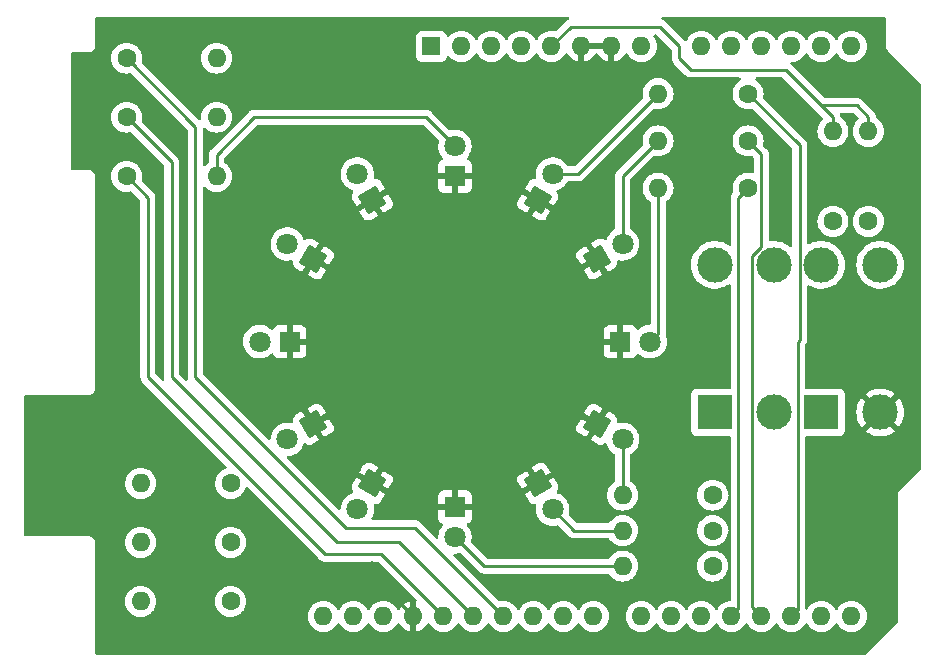
<source format=gbr>
%TF.GenerationSoftware,KiCad,Pcbnew,(6.0.7)*%
%TF.CreationDate,2022-08-22T17:31:34+09:00*%
%TF.ProjectId,LED_Roulette_Shield,4c45445f-526f-4756-9c65-7474655f5368,rev?*%
%TF.SameCoordinates,Original*%
%TF.FileFunction,Copper,L1,Top*%
%TF.FilePolarity,Positive*%
%FSLAX46Y46*%
G04 Gerber Fmt 4.6, Leading zero omitted, Abs format (unit mm)*
G04 Created by KiCad (PCBNEW (6.0.7)) date 2022-08-22 17:31:34*
%MOMM*%
%LPD*%
G01*
G04 APERTURE LIST*
G04 Aperture macros list*
%AMRotRect*
0 Rectangle, with rotation*
0 The origin of the aperture is its center*
0 $1 length*
0 $2 width*
0 $3 Rotation angle, in degrees counterclockwise*
0 Add horizontal line*
21,1,$1,$2,0,0,$3*%
G04 Aperture macros list end*
%TA.AperFunction,ComponentPad*%
%ADD10RotRect,1.800000X1.800000X150.000000*%
%TD*%
%TA.AperFunction,ComponentPad*%
%ADD11C,1.800000*%
%TD*%
%TA.AperFunction,ComponentPad*%
%ADD12R,3.000000X3.000000*%
%TD*%
%TA.AperFunction,ComponentPad*%
%ADD13C,3.000000*%
%TD*%
%TA.AperFunction,ComponentPad*%
%ADD14RotRect,1.800000X1.800000X210.000000*%
%TD*%
%TA.AperFunction,ComponentPad*%
%ADD15C,1.600000*%
%TD*%
%TA.AperFunction,ComponentPad*%
%ADD16O,1.600000X1.600000*%
%TD*%
%TA.AperFunction,ComponentPad*%
%ADD17R,1.600000X1.600000*%
%TD*%
%TA.AperFunction,ComponentPad*%
%ADD18RotRect,1.800000X1.800000X30.000000*%
%TD*%
%TA.AperFunction,ComponentPad*%
%ADD19RotRect,1.800000X1.800000X240.000000*%
%TD*%
%TA.AperFunction,ComponentPad*%
%ADD20RotRect,1.800000X1.800000X330.000000*%
%TD*%
%TA.AperFunction,ComponentPad*%
%ADD21R,1.800000X1.800000*%
%TD*%
%TA.AperFunction,ComponentPad*%
%ADD22RotRect,1.800000X1.800000X300.000000*%
%TD*%
%TA.AperFunction,ComponentPad*%
%ADD23RotRect,1.800000X1.800000X60.000000*%
%TD*%
%TA.AperFunction,ComponentPad*%
%ADD24RotRect,1.800000X1.800000X120.000000*%
%TD*%
%TA.AperFunction,ViaPad*%
%ADD25C,0.800000*%
%TD*%
%TA.AperFunction,Conductor*%
%ADD26C,0.250000*%
%TD*%
G04 APERTURE END LIST*
D10*
%TO.P,D10,1,K*%
%TO.N,GND*%
X134000000Y-84000000D03*
D11*
%TO.P,D10,2,A*%
%TO.N,Net-(D10-Pad2)*%
X131800295Y-82730000D03*
%TD*%
D12*
%TO.P,S1,1*%
%TO.N,Net-(R13-Pad1)*%
X168000000Y-97000000D03*
D13*
%TO.P,S1,2*%
%TO.N,GND*%
X173000000Y-97000000D03*
%TO.P,S1,3*%
%TO.N,unconnected-(S1-Pad3)*%
X168000000Y-84500000D03*
%TO.P,S1,4*%
%TO.N,A2*%
X173000000Y-84500000D03*
%TD*%
D14*
%TO.P,D8,1,K*%
%TO.N,GND*%
X134000000Y-98000000D03*
D11*
%TO.P,D8,2,A*%
%TO.N,Net-(D8-Pad2)*%
X131800295Y-99270000D03*
%TD*%
D15*
%TO.P,R5,1*%
%TO.N,S05*%
X167810000Y-107000000D03*
D16*
%TO.P,R5,2*%
%TO.N,Net-(D5-Pad2)*%
X160190000Y-107000000D03*
%TD*%
D15*
%TO.P,R12,1*%
%TO.N,S12*%
X118190000Y-77000000D03*
D16*
%TO.P,R12,2*%
%TO.N,Net-(D12-Pad2)*%
X125810000Y-77000000D03*
%TD*%
D15*
%TO.P,R14,1*%
%TO.N,Net-(R14-Pad1)*%
X181000000Y-80810000D03*
D16*
%TO.P,R14,2*%
%TO.N,+5V*%
X181000000Y-73190000D03*
%TD*%
D17*
%TO.P,A1,1,NC*%
%TO.N,unconnected-(A1-Pad1)*%
X144000000Y-66000000D03*
D16*
%TO.P,A1,2,IOREF*%
%TO.N,unconnected-(A1-Pad2)*%
X146540000Y-66000000D03*
%TO.P,A1,3,~{RESET}*%
%TO.N,unconnected-(A1-Pad3)*%
X149080000Y-66000000D03*
%TO.P,A1,4,3V3*%
%TO.N,unconnected-(A1-Pad4)*%
X151620000Y-66000000D03*
%TO.P,A1,5,+5V*%
%TO.N,+5V*%
X154160000Y-66000000D03*
%TO.P,A1,6,GND*%
%TO.N,GND*%
X156700000Y-66000000D03*
%TO.P,A1,7,GND*%
X159240000Y-66000000D03*
%TO.P,A1,8,VIN*%
%TO.N,unconnected-(A1-Pad8)*%
X161780000Y-66000000D03*
%TO.P,A1,9,A0*%
%TO.N,unconnected-(A1-Pad9)*%
X166860000Y-66000000D03*
%TO.P,A1,10,A1*%
%TO.N,unconnected-(A1-Pad10)*%
X169400000Y-66000000D03*
%TO.P,A1,11,A2*%
%TO.N,A2*%
X171940000Y-66000000D03*
%TO.P,A1,12,A3*%
%TO.N,A3*%
X174480000Y-66000000D03*
%TO.P,A1,13,SDA/A4*%
%TO.N,unconnected-(A1-Pad13)*%
X177020000Y-66000000D03*
%TO.P,A1,14,SCL/A5*%
%TO.N,unconnected-(A1-Pad14)*%
X179560000Y-66000000D03*
%TO.P,A1,15,D0/RX*%
%TO.N,unconnected-(A1-Pad15)*%
X179560000Y-114260000D03*
%TO.P,A1,16,D1/TX*%
%TO.N,unconnected-(A1-Pad16)*%
X177020000Y-114260000D03*
%TO.P,A1,17,D2*%
%TO.N,S01*%
X174480000Y-114260000D03*
%TO.P,A1,18,D3*%
%TO.N,S02*%
X171940000Y-114260000D03*
%TO.P,A1,19,D4*%
%TO.N,S03*%
X169400000Y-114260000D03*
%TO.P,A1,20,D5*%
%TO.N,S04*%
X166860000Y-114260000D03*
%TO.P,A1,21,D6*%
%TO.N,S05*%
X164320000Y-114260000D03*
%TO.P,A1,22,D7*%
%TO.N,S06*%
X161780000Y-114260000D03*
%TO.P,A1,23,D8*%
%TO.N,S07*%
X157720000Y-114260000D03*
%TO.P,A1,24,D9*%
%TO.N,S08*%
X155180000Y-114260000D03*
%TO.P,A1,25,D10*%
%TO.N,S09*%
X152640000Y-114260000D03*
%TO.P,A1,26,D11*%
%TO.N,S10*%
X150100000Y-114260000D03*
%TO.P,A1,27,D12*%
%TO.N,S11*%
X147560000Y-114260000D03*
%TO.P,A1,28,D13*%
%TO.N,S12*%
X145020000Y-114260000D03*
%TO.P,A1,29,GND*%
%TO.N,GND*%
X142480000Y-114260000D03*
%TO.P,A1,30,AREF*%
%TO.N,unconnected-(A1-Pad30)*%
X139940000Y-114260000D03*
%TO.P,A1,31,SDA/A4*%
%TO.N,unconnected-(A1-Pad31)*%
X137400000Y-114260000D03*
%TO.P,A1,32,SCL/A5*%
%TO.N,unconnected-(A1-Pad32)*%
X134860000Y-114260000D03*
%TD*%
D15*
%TO.P,R2,1*%
%TO.N,S02*%
X170810000Y-74000000D03*
D16*
%TO.P,R2,2*%
%TO.N,Net-(D2-Pad2)*%
X163190000Y-74000000D03*
%TD*%
D18*
%TO.P,D2,1,K*%
%TO.N,GND*%
X158000000Y-84000000D03*
D11*
%TO.P,D2,2,A*%
%TO.N,Net-(D2-Pad2)*%
X160199705Y-82730000D03*
%TD*%
D19*
%TO.P,D7,1,K*%
%TO.N,GND*%
X139000000Y-103000000D03*
D11*
%TO.P,D7,2,A*%
%TO.N,Net-(D7-Pad2)*%
X137730000Y-105199705D03*
%TD*%
D20*
%TO.P,D4,1,K*%
%TO.N,GND*%
X158000000Y-98000000D03*
D11*
%TO.P,D4,2,A*%
%TO.N,Net-(D4-Pad2)*%
X160199705Y-99270000D03*
%TD*%
D21*
%TO.P,D9,1,K*%
%TO.N,GND*%
X132000000Y-91000000D03*
D11*
%TO.P,D9,2,A*%
%TO.N,Net-(D9-Pad2)*%
X129460000Y-91000000D03*
%TD*%
D15*
%TO.P,R6,1*%
%TO.N,S06*%
X167810000Y-110000000D03*
D16*
%TO.P,R6,2*%
%TO.N,Net-(D6-Pad2)*%
X160190000Y-110000000D03*
%TD*%
D22*
%TO.P,D5,1,K*%
%TO.N,GND*%
X153000000Y-103000000D03*
D11*
%TO.P,D5,2,A*%
%TO.N,Net-(D5-Pad2)*%
X154270000Y-105199705D03*
%TD*%
D15*
%TO.P,R4,1*%
%TO.N,S04*%
X167810000Y-104000000D03*
D16*
%TO.P,R4,2*%
%TO.N,Net-(D4-Pad2)*%
X160190000Y-104000000D03*
%TD*%
D15*
%TO.P,R3,1*%
%TO.N,S03*%
X170810000Y-78000000D03*
D16*
%TO.P,R3,2*%
%TO.N,Net-(D3-Pad2)*%
X163190000Y-78000000D03*
%TD*%
D21*
%TO.P,D6,1,K*%
%TO.N,GND*%
X146000000Y-105000000D03*
D11*
%TO.P,D6,2,A*%
%TO.N,Net-(D6-Pad2)*%
X146000000Y-107540000D03*
%TD*%
D12*
%TO.P,S2,1*%
%TO.N,Net-(R14-Pad1)*%
X177000000Y-97000000D03*
D13*
%TO.P,S2,2*%
%TO.N,GND*%
X182000000Y-97000000D03*
%TO.P,S2,3*%
%TO.N,unconnected-(S2-Pad3)*%
X177000000Y-84500000D03*
%TO.P,S2,4*%
%TO.N,A3*%
X182000000Y-84500000D03*
%TD*%
D15*
%TO.P,R8,1*%
%TO.N,S08*%
X127000000Y-108000000D03*
D16*
%TO.P,R8,2*%
%TO.N,Net-(D8-Pad2)*%
X119380000Y-108000000D03*
%TD*%
D21*
%TO.P,D12,1,K*%
%TO.N,GND*%
X146000000Y-77000000D03*
D11*
%TO.P,D12,2,A*%
%TO.N,Net-(D12-Pad2)*%
X146000000Y-74460000D03*
%TD*%
D21*
%TO.P,D3,1,K*%
%TO.N,GND*%
X160000000Y-91000000D03*
D11*
%TO.P,D3,2,A*%
%TO.N,Net-(D3-Pad2)*%
X162540000Y-91000000D03*
%TD*%
D15*
%TO.P,R10,1*%
%TO.N,S10*%
X118190000Y-67000000D03*
D16*
%TO.P,R10,2*%
%TO.N,Net-(D10-Pad2)*%
X125810000Y-67000000D03*
%TD*%
D23*
%TO.P,D1,1,K*%
%TO.N,GND*%
X153000000Y-79000000D03*
D11*
%TO.P,D1,2,A*%
%TO.N,Net-(D1-Pad2)*%
X154270000Y-76800295D03*
%TD*%
D15*
%TO.P,R9,1*%
%TO.N,S09*%
X127000000Y-113000000D03*
D16*
%TO.P,R9,2*%
%TO.N,Net-(D9-Pad2)*%
X119380000Y-113000000D03*
%TD*%
D15*
%TO.P,R7,1*%
%TO.N,S07*%
X127000000Y-103000000D03*
D16*
%TO.P,R7,2*%
%TO.N,Net-(D7-Pad2)*%
X119380000Y-103000000D03*
%TD*%
D24*
%TO.P,D11,1,K*%
%TO.N,GND*%
X139000000Y-79000000D03*
D11*
%TO.P,D11,2,A*%
%TO.N,Net-(D11-Pad2)*%
X137730000Y-76800295D03*
%TD*%
D15*
%TO.P,R13,1*%
%TO.N,Net-(R13-Pad1)*%
X178000000Y-80810000D03*
D16*
%TO.P,R13,2*%
%TO.N,+5V*%
X178000000Y-73190000D03*
%TD*%
D15*
%TO.P,R11,1*%
%TO.N,S11*%
X118190000Y-72000000D03*
D16*
%TO.P,R11,2*%
%TO.N,Net-(D11-Pad2)*%
X125810000Y-72000000D03*
%TD*%
D15*
%TO.P,R1,1*%
%TO.N,S01*%
X170810000Y-70000000D03*
D16*
%TO.P,R1,2*%
%TO.N,Net-(D1-Pad2)*%
X163190000Y-70000000D03*
%TD*%
D25*
%TO.N,GND*%
X139000000Y-110000000D03*
%TD*%
D26*
%TO.N,+5V*%
X177000000Y-71000000D02*
X178000000Y-72000000D01*
X166000000Y-68000000D02*
X174000000Y-68000000D01*
X177000000Y-71000000D02*
X180000000Y-71000000D01*
X180000000Y-71000000D02*
X181000000Y-72000000D01*
X181000000Y-72000000D02*
X181000000Y-73190000D01*
X163363557Y-64363557D02*
X165000000Y-66000000D01*
X174000000Y-68000000D02*
X177000000Y-71000000D01*
X154160000Y-66000000D02*
X155796443Y-64363557D01*
X165000000Y-67000000D02*
X166000000Y-68000000D01*
X165000000Y-66000000D02*
X165000000Y-67000000D01*
X178000000Y-72000000D02*
X178000000Y-73190000D01*
X155796443Y-64363557D02*
X163363557Y-64363557D01*
%TO.N,GND*%
X139000000Y-110780000D02*
X142480000Y-114260000D01*
X139000000Y-110000000D02*
X139000000Y-110780000D01*
%TO.N,S01*%
X170810000Y-70000000D02*
X175175000Y-74365000D01*
X175000000Y-91000000D02*
X175000000Y-113740000D01*
X175175000Y-90825000D02*
X175000000Y-91000000D01*
X175175000Y-74365000D02*
X175175000Y-90825000D01*
X175000000Y-113740000D02*
X174480000Y-114260000D01*
%TO.N,S02*%
X171935000Y-75125000D02*
X171935000Y-82984060D01*
X171175000Y-113495000D02*
X171940000Y-114260000D01*
X171175000Y-83744060D02*
X171175000Y-113495000D01*
X170810000Y-74000000D02*
X171935000Y-75125000D01*
X171935000Y-82984060D02*
X171175000Y-83744060D01*
%TO.N,S03*%
X170000000Y-113660000D02*
X170000000Y-78810000D01*
X170000000Y-78810000D02*
X170810000Y-78000000D01*
X169400000Y-114260000D02*
X170000000Y-113660000D01*
%TO.N,S06*%
X161780000Y-114260000D02*
X161780000Y-114220000D01*
X161780000Y-114220000D02*
X162000000Y-114000000D01*
%TO.N,S10*%
X124000000Y-94000000D02*
X136744727Y-106744727D01*
X124000000Y-72810000D02*
X124000000Y-94000000D01*
X136744727Y-106744727D02*
X142584727Y-106744727D01*
X118190000Y-67000000D02*
X124000000Y-72810000D01*
X142584727Y-106744727D02*
X150100000Y-114260000D01*
%TO.N,S11*%
X118190000Y-72000000D02*
X122000000Y-75810000D01*
X136000000Y-108000000D02*
X141300000Y-108000000D01*
X141300000Y-108000000D02*
X147560000Y-114260000D01*
X122000000Y-75810000D02*
X122000000Y-94000000D01*
X122000000Y-94000000D02*
X136000000Y-108000000D01*
%TO.N,S12*%
X118190000Y-77000000D02*
X120000000Y-78810000D01*
X120000000Y-78810000D02*
X120000000Y-94000000D01*
X139760000Y-109000000D02*
X145020000Y-114260000D01*
X135000000Y-109000000D02*
X139760000Y-109000000D01*
X120000000Y-94000000D02*
X135000000Y-109000000D01*
%TO.N,Net-(D1-Pad2)*%
X154270000Y-76800295D02*
X156389705Y-76800295D01*
X156389705Y-76800295D02*
X163190000Y-70000000D01*
%TO.N,Net-(D2-Pad2)*%
X160199705Y-76990295D02*
X163190000Y-74000000D01*
X160199705Y-82730000D02*
X160199705Y-76990295D01*
%TO.N,Net-(D3-Pad2)*%
X163190000Y-90350000D02*
X162540000Y-91000000D01*
X163190000Y-78000000D02*
X163190000Y-90350000D01*
%TO.N,Net-(D4-Pad2)*%
X160199705Y-99270000D02*
X160199705Y-103990295D01*
X160199705Y-103990295D02*
X160190000Y-104000000D01*
%TO.N,Net-(D5-Pad2)*%
X156070295Y-107000000D02*
X160190000Y-107000000D01*
X154270000Y-105199705D02*
X156070295Y-107000000D01*
%TO.N,Net-(D6-Pad2)*%
X148460000Y-110000000D02*
X160190000Y-110000000D01*
X146000000Y-107540000D02*
X148460000Y-110000000D01*
%TO.N,Net-(D10-Pad2)*%
X131540000Y-82730000D02*
X131800295Y-82730000D01*
%TO.N,Net-(D12-Pad2)*%
X125810000Y-75190000D02*
X129000000Y-72000000D01*
X129000000Y-72000000D02*
X143540000Y-72000000D01*
X143540000Y-72000000D02*
X146000000Y-74460000D01*
X125810000Y-77000000D02*
X125810000Y-75190000D01*
%TO.N,Net-(R13-Pad1)*%
X168000000Y-96000000D02*
X168000000Y-97000000D01*
%TD*%
%TA.AperFunction,Conductor*%
%TO.N,GND*%
G36*
X155642792Y-63528502D02*
G01*
X155689285Y-63582158D01*
X155699389Y-63652432D01*
X155669895Y-63717012D01*
X155621053Y-63751652D01*
X155596535Y-63761359D01*
X155585308Y-63765203D01*
X155542850Y-63777539D01*
X155536024Y-63781576D01*
X155525415Y-63787850D01*
X155507667Y-63796545D01*
X155488826Y-63804005D01*
X155482410Y-63808667D01*
X155482409Y-63808667D01*
X155453056Y-63829993D01*
X155443136Y-63836509D01*
X155411908Y-63854977D01*
X155411905Y-63854979D01*
X155405081Y-63859015D01*
X155390760Y-63873336D01*
X155375727Y-63886176D01*
X155359336Y-63898085D01*
X155350660Y-63908573D01*
X155331145Y-63932162D01*
X155323155Y-63940941D01*
X154573248Y-64690848D01*
X154510936Y-64724874D01*
X154451541Y-64723459D01*
X154393409Y-64707882D01*
X154393398Y-64707880D01*
X154388087Y-64706457D01*
X154160000Y-64686502D01*
X153931913Y-64706457D01*
X153926600Y-64707881D01*
X153926598Y-64707881D01*
X153716067Y-64764293D01*
X153716065Y-64764294D01*
X153710757Y-64765716D01*
X153705776Y-64768039D01*
X153705775Y-64768039D01*
X153508238Y-64860151D01*
X153508233Y-64860154D01*
X153503251Y-64862477D01*
X153398389Y-64935902D01*
X153320211Y-64990643D01*
X153320208Y-64990645D01*
X153315700Y-64993802D01*
X153153802Y-65155700D01*
X153022477Y-65343251D01*
X153020154Y-65348233D01*
X153020151Y-65348238D01*
X153004195Y-65382457D01*
X152957278Y-65435742D01*
X152889001Y-65455203D01*
X152821041Y-65434661D01*
X152775805Y-65382457D01*
X152759849Y-65348238D01*
X152759846Y-65348233D01*
X152757523Y-65343251D01*
X152626198Y-65155700D01*
X152464300Y-64993802D01*
X152459792Y-64990645D01*
X152459789Y-64990643D01*
X152381611Y-64935902D01*
X152276749Y-64862477D01*
X152271767Y-64860154D01*
X152271762Y-64860151D01*
X152074225Y-64768039D01*
X152074224Y-64768039D01*
X152069243Y-64765716D01*
X152063935Y-64764294D01*
X152063933Y-64764293D01*
X151853402Y-64707881D01*
X151853400Y-64707881D01*
X151848087Y-64706457D01*
X151620000Y-64686502D01*
X151391913Y-64706457D01*
X151386600Y-64707881D01*
X151386598Y-64707881D01*
X151176067Y-64764293D01*
X151176065Y-64764294D01*
X151170757Y-64765716D01*
X151165776Y-64768039D01*
X151165775Y-64768039D01*
X150968238Y-64860151D01*
X150968233Y-64860154D01*
X150963251Y-64862477D01*
X150858389Y-64935902D01*
X150780211Y-64990643D01*
X150780208Y-64990645D01*
X150775700Y-64993802D01*
X150613802Y-65155700D01*
X150482477Y-65343251D01*
X150480154Y-65348233D01*
X150480151Y-65348238D01*
X150464195Y-65382457D01*
X150417278Y-65435742D01*
X150349001Y-65455203D01*
X150281041Y-65434661D01*
X150235805Y-65382457D01*
X150219849Y-65348238D01*
X150219846Y-65348233D01*
X150217523Y-65343251D01*
X150086198Y-65155700D01*
X149924300Y-64993802D01*
X149919792Y-64990645D01*
X149919789Y-64990643D01*
X149841611Y-64935902D01*
X149736749Y-64862477D01*
X149731767Y-64860154D01*
X149731762Y-64860151D01*
X149534225Y-64768039D01*
X149534224Y-64768039D01*
X149529243Y-64765716D01*
X149523935Y-64764294D01*
X149523933Y-64764293D01*
X149313402Y-64707881D01*
X149313400Y-64707881D01*
X149308087Y-64706457D01*
X149080000Y-64686502D01*
X148851913Y-64706457D01*
X148846600Y-64707881D01*
X148846598Y-64707881D01*
X148636067Y-64764293D01*
X148636065Y-64764294D01*
X148630757Y-64765716D01*
X148625776Y-64768039D01*
X148625775Y-64768039D01*
X148428238Y-64860151D01*
X148428233Y-64860154D01*
X148423251Y-64862477D01*
X148318389Y-64935902D01*
X148240211Y-64990643D01*
X148240208Y-64990645D01*
X148235700Y-64993802D01*
X148073802Y-65155700D01*
X147942477Y-65343251D01*
X147940154Y-65348233D01*
X147940151Y-65348238D01*
X147924195Y-65382457D01*
X147877278Y-65435742D01*
X147809001Y-65455203D01*
X147741041Y-65434661D01*
X147695805Y-65382457D01*
X147679849Y-65348238D01*
X147679846Y-65348233D01*
X147677523Y-65343251D01*
X147546198Y-65155700D01*
X147384300Y-64993802D01*
X147379792Y-64990645D01*
X147379789Y-64990643D01*
X147301611Y-64935902D01*
X147196749Y-64862477D01*
X147191767Y-64860154D01*
X147191762Y-64860151D01*
X146994225Y-64768039D01*
X146994224Y-64768039D01*
X146989243Y-64765716D01*
X146983935Y-64764294D01*
X146983933Y-64764293D01*
X146773402Y-64707881D01*
X146773400Y-64707881D01*
X146768087Y-64706457D01*
X146540000Y-64686502D01*
X146311913Y-64706457D01*
X146306600Y-64707881D01*
X146306598Y-64707881D01*
X146096067Y-64764293D01*
X146096065Y-64764294D01*
X146090757Y-64765716D01*
X146085776Y-64768039D01*
X146085775Y-64768039D01*
X145888238Y-64860151D01*
X145888233Y-64860154D01*
X145883251Y-64862477D01*
X145778389Y-64935902D01*
X145700211Y-64990643D01*
X145700208Y-64990645D01*
X145695700Y-64993802D01*
X145533802Y-65155700D01*
X145530643Y-65160211D01*
X145527108Y-65164424D01*
X145525974Y-65163473D01*
X145475929Y-65203471D01*
X145405310Y-65210776D01*
X145341951Y-65178742D01*
X145305970Y-65117538D01*
X145302918Y-65100483D01*
X145301745Y-65089684D01*
X145250615Y-64953295D01*
X145163261Y-64836739D01*
X145046705Y-64749385D01*
X144910316Y-64698255D01*
X144848134Y-64691500D01*
X143151866Y-64691500D01*
X143089684Y-64698255D01*
X142953295Y-64749385D01*
X142836739Y-64836739D01*
X142749385Y-64953295D01*
X142698255Y-65089684D01*
X142691500Y-65151866D01*
X142691500Y-66848134D01*
X142698255Y-66910316D01*
X142749385Y-67046705D01*
X142836739Y-67163261D01*
X142953295Y-67250615D01*
X143089684Y-67301745D01*
X143151866Y-67308500D01*
X144848134Y-67308500D01*
X144910316Y-67301745D01*
X145046705Y-67250615D01*
X145163261Y-67163261D01*
X145250615Y-67046705D01*
X145301745Y-66910316D01*
X145302917Y-66899526D01*
X145303803Y-66897394D01*
X145304425Y-66894778D01*
X145304848Y-66894879D01*
X145330155Y-66833965D01*
X145388517Y-66793537D01*
X145459471Y-66791078D01*
X145520490Y-66827371D01*
X145527489Y-66836031D01*
X145530643Y-66839789D01*
X145533802Y-66844300D01*
X145695700Y-67006198D01*
X145700208Y-67009355D01*
X145700211Y-67009357D01*
X145778389Y-67064098D01*
X145883251Y-67137523D01*
X145888233Y-67139846D01*
X145888238Y-67139849D01*
X146077467Y-67228087D01*
X146090757Y-67234284D01*
X146096065Y-67235706D01*
X146096067Y-67235707D01*
X146306598Y-67292119D01*
X146306600Y-67292119D01*
X146311913Y-67293543D01*
X146540000Y-67313498D01*
X146768087Y-67293543D01*
X146773400Y-67292119D01*
X146773402Y-67292119D01*
X146983933Y-67235707D01*
X146983935Y-67235706D01*
X146989243Y-67234284D01*
X147002533Y-67228087D01*
X147191762Y-67139849D01*
X147191767Y-67139846D01*
X147196749Y-67137523D01*
X147301611Y-67064098D01*
X147379789Y-67009357D01*
X147379792Y-67009355D01*
X147384300Y-67006198D01*
X147546198Y-66844300D01*
X147677523Y-66656749D01*
X147679846Y-66651767D01*
X147679849Y-66651762D01*
X147695805Y-66617543D01*
X147742722Y-66564258D01*
X147810999Y-66544797D01*
X147878959Y-66565339D01*
X147924195Y-66617543D01*
X147940151Y-66651762D01*
X147940154Y-66651767D01*
X147942477Y-66656749D01*
X148073802Y-66844300D01*
X148235700Y-67006198D01*
X148240208Y-67009355D01*
X148240211Y-67009357D01*
X148318389Y-67064098D01*
X148423251Y-67137523D01*
X148428233Y-67139846D01*
X148428238Y-67139849D01*
X148617467Y-67228087D01*
X148630757Y-67234284D01*
X148636065Y-67235706D01*
X148636067Y-67235707D01*
X148846598Y-67292119D01*
X148846600Y-67292119D01*
X148851913Y-67293543D01*
X149080000Y-67313498D01*
X149308087Y-67293543D01*
X149313400Y-67292119D01*
X149313402Y-67292119D01*
X149523933Y-67235707D01*
X149523935Y-67235706D01*
X149529243Y-67234284D01*
X149542533Y-67228087D01*
X149731762Y-67139849D01*
X149731767Y-67139846D01*
X149736749Y-67137523D01*
X149841611Y-67064098D01*
X149919789Y-67009357D01*
X149919792Y-67009355D01*
X149924300Y-67006198D01*
X150086198Y-66844300D01*
X150217523Y-66656749D01*
X150219846Y-66651767D01*
X150219849Y-66651762D01*
X150235805Y-66617543D01*
X150282722Y-66564258D01*
X150350999Y-66544797D01*
X150418959Y-66565339D01*
X150464195Y-66617543D01*
X150480151Y-66651762D01*
X150480154Y-66651767D01*
X150482477Y-66656749D01*
X150613802Y-66844300D01*
X150775700Y-67006198D01*
X150780208Y-67009355D01*
X150780211Y-67009357D01*
X150858389Y-67064098D01*
X150963251Y-67137523D01*
X150968233Y-67139846D01*
X150968238Y-67139849D01*
X151157467Y-67228087D01*
X151170757Y-67234284D01*
X151176065Y-67235706D01*
X151176067Y-67235707D01*
X151386598Y-67292119D01*
X151386600Y-67292119D01*
X151391913Y-67293543D01*
X151620000Y-67313498D01*
X151848087Y-67293543D01*
X151853400Y-67292119D01*
X151853402Y-67292119D01*
X152063933Y-67235707D01*
X152063935Y-67235706D01*
X152069243Y-67234284D01*
X152082533Y-67228087D01*
X152271762Y-67139849D01*
X152271767Y-67139846D01*
X152276749Y-67137523D01*
X152381611Y-67064098D01*
X152459789Y-67009357D01*
X152459792Y-67009355D01*
X152464300Y-67006198D01*
X152626198Y-66844300D01*
X152757523Y-66656749D01*
X152759846Y-66651767D01*
X152759849Y-66651762D01*
X152775805Y-66617543D01*
X152822722Y-66564258D01*
X152890999Y-66544797D01*
X152958959Y-66565339D01*
X153004195Y-66617543D01*
X153020151Y-66651762D01*
X153020154Y-66651767D01*
X153022477Y-66656749D01*
X153153802Y-66844300D01*
X153315700Y-67006198D01*
X153320208Y-67009355D01*
X153320211Y-67009357D01*
X153398389Y-67064098D01*
X153503251Y-67137523D01*
X153508233Y-67139846D01*
X153508238Y-67139849D01*
X153697467Y-67228087D01*
X153710757Y-67234284D01*
X153716065Y-67235706D01*
X153716067Y-67235707D01*
X153926598Y-67292119D01*
X153926600Y-67292119D01*
X153931913Y-67293543D01*
X154160000Y-67313498D01*
X154388087Y-67293543D01*
X154393400Y-67292119D01*
X154393402Y-67292119D01*
X154603933Y-67235707D01*
X154603935Y-67235706D01*
X154609243Y-67234284D01*
X154622533Y-67228087D01*
X154811762Y-67139849D01*
X154811767Y-67139846D01*
X154816749Y-67137523D01*
X154921611Y-67064098D01*
X154999789Y-67009357D01*
X154999792Y-67009355D01*
X155004300Y-67006198D01*
X155166198Y-66844300D01*
X155297523Y-66656749D01*
X155299846Y-66651767D01*
X155299849Y-66651762D01*
X155316081Y-66616951D01*
X155362998Y-66563666D01*
X155431275Y-66544205D01*
X155499235Y-66564747D01*
X155544471Y-66616951D01*
X155560586Y-66651511D01*
X155566069Y-66661007D01*
X155691028Y-66839467D01*
X155698084Y-66847875D01*
X155852125Y-67001916D01*
X155860533Y-67008972D01*
X156038993Y-67133931D01*
X156048489Y-67139414D01*
X156245947Y-67231490D01*
X156256239Y-67235236D01*
X156428503Y-67281394D01*
X156442599Y-67281058D01*
X156446000Y-67273116D01*
X156446000Y-67267967D01*
X156954000Y-67267967D01*
X156957973Y-67281498D01*
X156966522Y-67282727D01*
X157143761Y-67235236D01*
X157154053Y-67231490D01*
X157351511Y-67139414D01*
X157361007Y-67133931D01*
X157539467Y-67008972D01*
X157547875Y-67001916D01*
X157701916Y-66847875D01*
X157708972Y-66839467D01*
X157833931Y-66661007D01*
X157839414Y-66651511D01*
X157855805Y-66616359D01*
X157902722Y-66563074D01*
X157970999Y-66543613D01*
X158038959Y-66564155D01*
X158084195Y-66616359D01*
X158100586Y-66651511D01*
X158106069Y-66661007D01*
X158231028Y-66839467D01*
X158238084Y-66847875D01*
X158392125Y-67001916D01*
X158400533Y-67008972D01*
X158578993Y-67133931D01*
X158588489Y-67139414D01*
X158785947Y-67231490D01*
X158796239Y-67235236D01*
X158968503Y-67281394D01*
X158982599Y-67281058D01*
X158986000Y-67273116D01*
X158986000Y-66272115D01*
X158981525Y-66256876D01*
X158980135Y-66255671D01*
X158972452Y-66254000D01*
X156972115Y-66254000D01*
X156956876Y-66258475D01*
X156955671Y-66259865D01*
X156954000Y-66267548D01*
X156954000Y-67267967D01*
X156446000Y-67267967D01*
X156446000Y-65872000D01*
X156466002Y-65803879D01*
X156519658Y-65757386D01*
X156572000Y-65746000D01*
X159368000Y-65746000D01*
X159436121Y-65766002D01*
X159482614Y-65819658D01*
X159494000Y-65872000D01*
X159494000Y-67267967D01*
X159497973Y-67281498D01*
X159506522Y-67282727D01*
X159683761Y-67235236D01*
X159694053Y-67231490D01*
X159891511Y-67139414D01*
X159901007Y-67133931D01*
X160079467Y-67008972D01*
X160087875Y-67001916D01*
X160241916Y-66847875D01*
X160248972Y-66839467D01*
X160373931Y-66661007D01*
X160379414Y-66651511D01*
X160395529Y-66616951D01*
X160442446Y-66563666D01*
X160510723Y-66544205D01*
X160578683Y-66564747D01*
X160623919Y-66616951D01*
X160640151Y-66651762D01*
X160640154Y-66651767D01*
X160642477Y-66656749D01*
X160773802Y-66844300D01*
X160935700Y-67006198D01*
X160940208Y-67009355D01*
X160940211Y-67009357D01*
X161018389Y-67064098D01*
X161123251Y-67137523D01*
X161128233Y-67139846D01*
X161128238Y-67139849D01*
X161317467Y-67228087D01*
X161330757Y-67234284D01*
X161336065Y-67235706D01*
X161336067Y-67235707D01*
X161546598Y-67292119D01*
X161546600Y-67292119D01*
X161551913Y-67293543D01*
X161780000Y-67313498D01*
X162008087Y-67293543D01*
X162013400Y-67292119D01*
X162013402Y-67292119D01*
X162223933Y-67235707D01*
X162223935Y-67235706D01*
X162229243Y-67234284D01*
X162242533Y-67228087D01*
X162431762Y-67139849D01*
X162431767Y-67139846D01*
X162436749Y-67137523D01*
X162541611Y-67064098D01*
X162619789Y-67009357D01*
X162619792Y-67009355D01*
X162624300Y-67006198D01*
X162786198Y-66844300D01*
X162917523Y-66656749D01*
X162919846Y-66651767D01*
X162919849Y-66651762D01*
X163011961Y-66454225D01*
X163011961Y-66454224D01*
X163014284Y-66449243D01*
X163023184Y-66416030D01*
X163072119Y-66233402D01*
X163072119Y-66233400D01*
X163073543Y-66228087D01*
X163093498Y-66000000D01*
X163073543Y-65771913D01*
X163071501Y-65764293D01*
X163015707Y-65556067D01*
X163015706Y-65556065D01*
X163014284Y-65550757D01*
X163003072Y-65526712D01*
X162919849Y-65348238D01*
X162919846Y-65348233D01*
X162917523Y-65343251D01*
X162813946Y-65195328D01*
X162791258Y-65128054D01*
X162808543Y-65059193D01*
X162860313Y-65010609D01*
X162917159Y-64997057D01*
X163048963Y-64997057D01*
X163117084Y-65017059D01*
X163138058Y-65033962D01*
X164329595Y-66225500D01*
X164363621Y-66287812D01*
X164366500Y-66314595D01*
X164366500Y-66921233D01*
X164365973Y-66932416D01*
X164364298Y-66939909D01*
X164364547Y-66947835D01*
X164364547Y-66947836D01*
X164366438Y-67007986D01*
X164366500Y-67011945D01*
X164366500Y-67039856D01*
X164366997Y-67043790D01*
X164366997Y-67043791D01*
X164367005Y-67043856D01*
X164367938Y-67055693D01*
X164369327Y-67099889D01*
X164374978Y-67119339D01*
X164378987Y-67138700D01*
X164381526Y-67158797D01*
X164384445Y-67166168D01*
X164384445Y-67166170D01*
X164397804Y-67199912D01*
X164401649Y-67211142D01*
X164407697Y-67231961D01*
X164413982Y-67253593D01*
X164418015Y-67260412D01*
X164418017Y-67260417D01*
X164424293Y-67271028D01*
X164432988Y-67288776D01*
X164440448Y-67307617D01*
X164445110Y-67314033D01*
X164445110Y-67314034D01*
X164466436Y-67343387D01*
X164472952Y-67353307D01*
X164477980Y-67361808D01*
X164495458Y-67391362D01*
X164509779Y-67405683D01*
X164522619Y-67420716D01*
X164534528Y-67437107D01*
X164549198Y-67449243D01*
X164568605Y-67465298D01*
X164577384Y-67473288D01*
X165496343Y-68392247D01*
X165503887Y-68400537D01*
X165508000Y-68407018D01*
X165513777Y-68412443D01*
X165557667Y-68453658D01*
X165560509Y-68456413D01*
X165580231Y-68476135D01*
X165583355Y-68478558D01*
X165583359Y-68478562D01*
X165583424Y-68478612D01*
X165592445Y-68486317D01*
X165624679Y-68516586D01*
X165631627Y-68520405D01*
X165631629Y-68520407D01*
X165642432Y-68526346D01*
X165658959Y-68537202D01*
X165668698Y-68544757D01*
X165668700Y-68544758D01*
X165674960Y-68549614D01*
X165715540Y-68567174D01*
X165726188Y-68572391D01*
X165764940Y-68593695D01*
X165772616Y-68595666D01*
X165772619Y-68595667D01*
X165784562Y-68598733D01*
X165803267Y-68605137D01*
X165821855Y-68613181D01*
X165829678Y-68614420D01*
X165829688Y-68614423D01*
X165865524Y-68620099D01*
X165877144Y-68622505D01*
X165912289Y-68631528D01*
X165919970Y-68633500D01*
X165940224Y-68633500D01*
X165959934Y-68635051D01*
X165979943Y-68638220D01*
X165987835Y-68637474D01*
X166023961Y-68634059D01*
X166035819Y-68633500D01*
X170080643Y-68633500D01*
X170148764Y-68653502D01*
X170195257Y-68707158D01*
X170205361Y-68777432D01*
X170175867Y-68842012D01*
X170152914Y-68862713D01*
X169970211Y-68990643D01*
X169970208Y-68990645D01*
X169965700Y-68993802D01*
X169803802Y-69155700D01*
X169672477Y-69343251D01*
X169670154Y-69348233D01*
X169670151Y-69348238D01*
X169578039Y-69545775D01*
X169575716Y-69550757D01*
X169516457Y-69771913D01*
X169496502Y-70000000D01*
X169516457Y-70228087D01*
X169517880Y-70233398D01*
X169517881Y-70233402D01*
X169563683Y-70404334D01*
X169575716Y-70449243D01*
X169578039Y-70454224D01*
X169578039Y-70454225D01*
X169670151Y-70651762D01*
X169670154Y-70651767D01*
X169672477Y-70656749D01*
X169803802Y-70844300D01*
X169965700Y-71006198D01*
X169970208Y-71009355D01*
X169970211Y-71009357D01*
X170048389Y-71064098D01*
X170153251Y-71137523D01*
X170158233Y-71139846D01*
X170158238Y-71139849D01*
X170355775Y-71231961D01*
X170360757Y-71234284D01*
X170366065Y-71235706D01*
X170366067Y-71235707D01*
X170576598Y-71292119D01*
X170576600Y-71292119D01*
X170581913Y-71293543D01*
X170810000Y-71313498D01*
X171038087Y-71293543D01*
X171043398Y-71292120D01*
X171043409Y-71292118D01*
X171101541Y-71276541D01*
X171172517Y-71278230D01*
X171223248Y-71309152D01*
X174504595Y-74590499D01*
X174538621Y-74652811D01*
X174541500Y-74679594D01*
X174541500Y-82900212D01*
X174521498Y-82968333D01*
X174467842Y-83014826D01*
X174397568Y-83024930D01*
X174335695Y-82997717D01*
X174239970Y-82919366D01*
X174169523Y-82861705D01*
X174169516Y-82861700D01*
X174166205Y-82858990D01*
X173932704Y-82715901D01*
X173928768Y-82714173D01*
X173685873Y-82607549D01*
X173685869Y-82607548D01*
X173681945Y-82605825D01*
X173418566Y-82530800D01*
X173414324Y-82530196D01*
X173414318Y-82530195D01*
X173213834Y-82501662D01*
X173147443Y-82492213D01*
X173003589Y-82491460D01*
X172877877Y-82490802D01*
X172877871Y-82490802D01*
X172873591Y-82490780D01*
X172869347Y-82491339D01*
X172869343Y-82491339D01*
X172710946Y-82512192D01*
X172640797Y-82501252D01*
X172587699Y-82454124D01*
X172568500Y-82387270D01*
X172568500Y-75203767D01*
X172569027Y-75192584D01*
X172570702Y-75185091D01*
X172569108Y-75134366D01*
X172568562Y-75117014D01*
X172568500Y-75113055D01*
X172568500Y-75085144D01*
X172567995Y-75081144D01*
X172567062Y-75069301D01*
X172566814Y-75061389D01*
X172565673Y-75025110D01*
X172560022Y-75005658D01*
X172556014Y-74986306D01*
X172554467Y-74974063D01*
X172553474Y-74966203D01*
X172546267Y-74947999D01*
X172537200Y-74925097D01*
X172533355Y-74913870D01*
X172530934Y-74905537D01*
X172521018Y-74871407D01*
X172516984Y-74864585D01*
X172516981Y-74864579D01*
X172510706Y-74853968D01*
X172502010Y-74836218D01*
X172497472Y-74824756D01*
X172497469Y-74824751D01*
X172494552Y-74817383D01*
X172481901Y-74799970D01*
X172468573Y-74781625D01*
X172462057Y-74771707D01*
X172443575Y-74740457D01*
X172439542Y-74733637D01*
X172425218Y-74719313D01*
X172412376Y-74704278D01*
X172407815Y-74698000D01*
X172400472Y-74687893D01*
X172366406Y-74659711D01*
X172357627Y-74651722D01*
X172119152Y-74413247D01*
X172085126Y-74350935D01*
X172086540Y-74291541D01*
X172103543Y-74228087D01*
X172123498Y-74000000D01*
X172103543Y-73771913D01*
X172044284Y-73550757D01*
X171988059Y-73430181D01*
X171949849Y-73348238D01*
X171949846Y-73348233D01*
X171947523Y-73343251D01*
X171828573Y-73173373D01*
X171819357Y-73160211D01*
X171819355Y-73160208D01*
X171816198Y-73155700D01*
X171654300Y-72993802D01*
X171649792Y-72990645D01*
X171649789Y-72990643D01*
X171496007Y-72882964D01*
X171466749Y-72862477D01*
X171461767Y-72860154D01*
X171461762Y-72860151D01*
X171264225Y-72768039D01*
X171264224Y-72768039D01*
X171259243Y-72765716D01*
X171253935Y-72764294D01*
X171253933Y-72764293D01*
X171043402Y-72707881D01*
X171043400Y-72707881D01*
X171038087Y-72706457D01*
X170810000Y-72686502D01*
X170581913Y-72706457D01*
X170576600Y-72707881D01*
X170576598Y-72707881D01*
X170366067Y-72764293D01*
X170366065Y-72764294D01*
X170360757Y-72765716D01*
X170355776Y-72768039D01*
X170355775Y-72768039D01*
X170158238Y-72860151D01*
X170158233Y-72860154D01*
X170153251Y-72862477D01*
X170123993Y-72882964D01*
X169970211Y-72990643D01*
X169970208Y-72990645D01*
X169965700Y-72993802D01*
X169803802Y-73155700D01*
X169800645Y-73160208D01*
X169800643Y-73160211D01*
X169791427Y-73173373D01*
X169672477Y-73343251D01*
X169670154Y-73348233D01*
X169670151Y-73348238D01*
X169631941Y-73430181D01*
X169575716Y-73550757D01*
X169516457Y-73771913D01*
X169496502Y-74000000D01*
X169516457Y-74228087D01*
X169517880Y-74233398D01*
X169517881Y-74233402D01*
X169569410Y-74425707D01*
X169575716Y-74449243D01*
X169578039Y-74454224D01*
X169578039Y-74454225D01*
X169670151Y-74651762D01*
X169670154Y-74651767D01*
X169672477Y-74656749D01*
X169737127Y-74749079D01*
X169780463Y-74810968D01*
X169803802Y-74844300D01*
X169965700Y-75006198D01*
X169970208Y-75009355D01*
X169970211Y-75009357D01*
X170036145Y-75055524D01*
X170153251Y-75137523D01*
X170158233Y-75139846D01*
X170158238Y-75139849D01*
X170355775Y-75231961D01*
X170360757Y-75234284D01*
X170366065Y-75235706D01*
X170366067Y-75235707D01*
X170576598Y-75292119D01*
X170576600Y-75292119D01*
X170581913Y-75293543D01*
X170810000Y-75313498D01*
X171038087Y-75293543D01*
X171043398Y-75292120D01*
X171043409Y-75292118D01*
X171101541Y-75276541D01*
X171172517Y-75278230D01*
X171223248Y-75309152D01*
X171264595Y-75350499D01*
X171298621Y-75412811D01*
X171301500Y-75439594D01*
X171301500Y-76612832D01*
X171281498Y-76680953D01*
X171227842Y-76727446D01*
X171157568Y-76737550D01*
X171142895Y-76734540D01*
X171038087Y-76706457D01*
X170810000Y-76686502D01*
X170581913Y-76706457D01*
X170576600Y-76707881D01*
X170576598Y-76707881D01*
X170366067Y-76764293D01*
X170366065Y-76764294D01*
X170360757Y-76765716D01*
X170355776Y-76768039D01*
X170355775Y-76768039D01*
X170158238Y-76860151D01*
X170158233Y-76860154D01*
X170153251Y-76862477D01*
X170085003Y-76910265D01*
X169970211Y-76990643D01*
X169970208Y-76990645D01*
X169965700Y-76993802D01*
X169803802Y-77155700D01*
X169800645Y-77160208D01*
X169800643Y-77160211D01*
X169765941Y-77209771D01*
X169672477Y-77343251D01*
X169670154Y-77348233D01*
X169670151Y-77348238D01*
X169588390Y-77523578D01*
X169575716Y-77550757D01*
X169574294Y-77556065D01*
X169574293Y-77556067D01*
X169530381Y-77719948D01*
X169516457Y-77771913D01*
X169496502Y-78000000D01*
X169516457Y-78228087D01*
X169517881Y-78233400D01*
X169517881Y-78233402D01*
X169534038Y-78293700D01*
X169532348Y-78364676D01*
X169504182Y-78412563D01*
X169488841Y-78428899D01*
X169488838Y-78428903D01*
X169483414Y-78434679D01*
X169479595Y-78441625D01*
X169479593Y-78441628D01*
X169473652Y-78452434D01*
X169462801Y-78468953D01*
X169450386Y-78484959D01*
X169447241Y-78492228D01*
X169447238Y-78492232D01*
X169432826Y-78525537D01*
X169427609Y-78536187D01*
X169406305Y-78574940D01*
X169404334Y-78582615D01*
X169404334Y-78582616D01*
X169401267Y-78594562D01*
X169394863Y-78613266D01*
X169386819Y-78631855D01*
X169385580Y-78639678D01*
X169385577Y-78639688D01*
X169379901Y-78675524D01*
X169377495Y-78687144D01*
X169371599Y-78710111D01*
X169366500Y-78729970D01*
X169366500Y-78750224D01*
X169364949Y-78769934D01*
X169361780Y-78789943D01*
X169362526Y-78797835D01*
X169365941Y-78833961D01*
X169366500Y-78845819D01*
X169366500Y-82757569D01*
X169346498Y-82825690D01*
X169292842Y-82872183D01*
X169222568Y-82882287D01*
X169168028Y-82860482D01*
X169166205Y-82858990D01*
X168932704Y-82715901D01*
X168928768Y-82714173D01*
X168685873Y-82607549D01*
X168685869Y-82607548D01*
X168681945Y-82605825D01*
X168418566Y-82530800D01*
X168414324Y-82530196D01*
X168414318Y-82530195D01*
X168213834Y-82501662D01*
X168147443Y-82492213D01*
X168003589Y-82491460D01*
X167877877Y-82490802D01*
X167877871Y-82490802D01*
X167873591Y-82490780D01*
X167869347Y-82491339D01*
X167869343Y-82491339D01*
X167750302Y-82507011D01*
X167602078Y-82526525D01*
X167597938Y-82527658D01*
X167597936Y-82527658D01*
X167525008Y-82547609D01*
X167337928Y-82598788D01*
X167333980Y-82600472D01*
X167089982Y-82704546D01*
X167089978Y-82704548D01*
X167086030Y-82706232D01*
X167040694Y-82733365D01*
X166854725Y-82844664D01*
X166854721Y-82844667D01*
X166851043Y-82846868D01*
X166637318Y-83018094D01*
X166620717Y-83035588D01*
X166456548Y-83208586D01*
X166448808Y-83216742D01*
X166289002Y-83439136D01*
X166160857Y-83681161D01*
X166159385Y-83685184D01*
X166159383Y-83685188D01*
X166074885Y-83916087D01*
X166066743Y-83938337D01*
X166008404Y-84205907D01*
X165986917Y-84478918D01*
X166002682Y-84752320D01*
X166003507Y-84756525D01*
X166003508Y-84756533D01*
X166014127Y-84810657D01*
X166055405Y-85021053D01*
X166056792Y-85025103D01*
X166056793Y-85025108D01*
X166142723Y-85276088D01*
X166144112Y-85280144D01*
X166267160Y-85524799D01*
X166269586Y-85528328D01*
X166269589Y-85528334D01*
X166381869Y-85691701D01*
X166422274Y-85750490D01*
X166606582Y-85953043D01*
X166816675Y-86128707D01*
X166820316Y-86130991D01*
X167045024Y-86271951D01*
X167045028Y-86271953D01*
X167048664Y-86274234D01*
X167116544Y-86304883D01*
X167294345Y-86385164D01*
X167294349Y-86385166D01*
X167298257Y-86386930D01*
X167302377Y-86388150D01*
X167302376Y-86388150D01*
X167556723Y-86463491D01*
X167556727Y-86463492D01*
X167560836Y-86464709D01*
X167565070Y-86465357D01*
X167565075Y-86465358D01*
X167827298Y-86505483D01*
X167827300Y-86505483D01*
X167831540Y-86506132D01*
X167970912Y-86508322D01*
X168101071Y-86510367D01*
X168101077Y-86510367D01*
X168105362Y-86510434D01*
X168377235Y-86477534D01*
X168642127Y-86408041D01*
X168646087Y-86406401D01*
X168646092Y-86406399D01*
X168778974Y-86351357D01*
X168895136Y-86303241D01*
X169026225Y-86226639D01*
X169127879Y-86167237D01*
X169127880Y-86167236D01*
X169131582Y-86165073D01*
X169162755Y-86140630D01*
X169228702Y-86114339D01*
X169298396Y-86127874D01*
X169349709Y-86176941D01*
X169366500Y-86239785D01*
X169366500Y-94865500D01*
X169346498Y-94933621D01*
X169292842Y-94980114D01*
X169240500Y-94991500D01*
X166451866Y-94991500D01*
X166389684Y-94998255D01*
X166253295Y-95049385D01*
X166136739Y-95136739D01*
X166049385Y-95253295D01*
X165998255Y-95389684D01*
X165991500Y-95451866D01*
X165991500Y-98548134D01*
X165998255Y-98610316D01*
X166049385Y-98746705D01*
X166136739Y-98863261D01*
X166253295Y-98950615D01*
X166389684Y-99001745D01*
X166451866Y-99008500D01*
X169240500Y-99008500D01*
X169308621Y-99028502D01*
X169355114Y-99082158D01*
X169366500Y-99134500D01*
X169366500Y-103891645D01*
X169346498Y-103959766D01*
X169297867Y-104001905D01*
X169330998Y-104020684D01*
X169364030Y-104083529D01*
X169366500Y-104108355D01*
X169366500Y-106891645D01*
X169346498Y-106959766D01*
X169297867Y-107001905D01*
X169330998Y-107020684D01*
X169364030Y-107083529D01*
X169366500Y-107108355D01*
X169366500Y-109891645D01*
X169346498Y-109959766D01*
X169297867Y-110001905D01*
X169330998Y-110020684D01*
X169364030Y-110083529D01*
X169366500Y-110108355D01*
X169366500Y-112833975D01*
X169346498Y-112902096D01*
X169292842Y-112948589D01*
X169251482Y-112959496D01*
X169227171Y-112961623D01*
X169177394Y-112965977D01*
X169177389Y-112965978D01*
X169171913Y-112966457D01*
X169166600Y-112967881D01*
X169166598Y-112967881D01*
X168956067Y-113024293D01*
X168956065Y-113024294D01*
X168950757Y-113025716D01*
X168945776Y-113028039D01*
X168945775Y-113028039D01*
X168748238Y-113120151D01*
X168748233Y-113120154D01*
X168743251Y-113122477D01*
X168638389Y-113195902D01*
X168560211Y-113250643D01*
X168560208Y-113250645D01*
X168555700Y-113253802D01*
X168393802Y-113415700D01*
X168262477Y-113603251D01*
X168260154Y-113608233D01*
X168260151Y-113608238D01*
X168244195Y-113642457D01*
X168197278Y-113695742D01*
X168129001Y-113715203D01*
X168061041Y-113694661D01*
X168015805Y-113642457D01*
X167999849Y-113608238D01*
X167999846Y-113608233D01*
X167997523Y-113603251D01*
X167866198Y-113415700D01*
X167704300Y-113253802D01*
X167699792Y-113250645D01*
X167699789Y-113250643D01*
X167621611Y-113195902D01*
X167516749Y-113122477D01*
X167511767Y-113120154D01*
X167511762Y-113120151D01*
X167314225Y-113028039D01*
X167314224Y-113028039D01*
X167309243Y-113025716D01*
X167303935Y-113024294D01*
X167303933Y-113024293D01*
X167093402Y-112967881D01*
X167093400Y-112967881D01*
X167088087Y-112966457D01*
X166860000Y-112946502D01*
X166631913Y-112966457D01*
X166626600Y-112967881D01*
X166626598Y-112967881D01*
X166416067Y-113024293D01*
X166416065Y-113024294D01*
X166410757Y-113025716D01*
X166405776Y-113028039D01*
X166405775Y-113028039D01*
X166208238Y-113120151D01*
X166208233Y-113120154D01*
X166203251Y-113122477D01*
X166098389Y-113195902D01*
X166020211Y-113250643D01*
X166020208Y-113250645D01*
X166015700Y-113253802D01*
X165853802Y-113415700D01*
X165722477Y-113603251D01*
X165720154Y-113608233D01*
X165720151Y-113608238D01*
X165704195Y-113642457D01*
X165657278Y-113695742D01*
X165589001Y-113715203D01*
X165521041Y-113694661D01*
X165475805Y-113642457D01*
X165459849Y-113608238D01*
X165459846Y-113608233D01*
X165457523Y-113603251D01*
X165326198Y-113415700D01*
X165164300Y-113253802D01*
X165159792Y-113250645D01*
X165159789Y-113250643D01*
X165081611Y-113195902D01*
X164976749Y-113122477D01*
X164971767Y-113120154D01*
X164971762Y-113120151D01*
X164774225Y-113028039D01*
X164774224Y-113028039D01*
X164769243Y-113025716D01*
X164763935Y-113024294D01*
X164763933Y-113024293D01*
X164553402Y-112967881D01*
X164553400Y-112967881D01*
X164548087Y-112966457D01*
X164320000Y-112946502D01*
X164091913Y-112966457D01*
X164086600Y-112967881D01*
X164086598Y-112967881D01*
X163876067Y-113024293D01*
X163876065Y-113024294D01*
X163870757Y-113025716D01*
X163865776Y-113028039D01*
X163865775Y-113028039D01*
X163668238Y-113120151D01*
X163668233Y-113120154D01*
X163663251Y-113122477D01*
X163558389Y-113195902D01*
X163480211Y-113250643D01*
X163480208Y-113250645D01*
X163475700Y-113253802D01*
X163313802Y-113415700D01*
X163182477Y-113603251D01*
X163180154Y-113608233D01*
X163180151Y-113608238D01*
X163164195Y-113642457D01*
X163117278Y-113695742D01*
X163049001Y-113715203D01*
X162981041Y-113694661D01*
X162935805Y-113642457D01*
X162919849Y-113608238D01*
X162919846Y-113608233D01*
X162917523Y-113603251D01*
X162786198Y-113415700D01*
X162624300Y-113253802D01*
X162619792Y-113250645D01*
X162619789Y-113250643D01*
X162541611Y-113195902D01*
X162436749Y-113122477D01*
X162431767Y-113120154D01*
X162431762Y-113120151D01*
X162234225Y-113028039D01*
X162234224Y-113028039D01*
X162229243Y-113025716D01*
X162223935Y-113024294D01*
X162223933Y-113024293D01*
X162013402Y-112967881D01*
X162013400Y-112967881D01*
X162008087Y-112966457D01*
X161780000Y-112946502D01*
X161551913Y-112966457D01*
X161546600Y-112967881D01*
X161546598Y-112967881D01*
X161336067Y-113024293D01*
X161336065Y-113024294D01*
X161330757Y-113025716D01*
X161325776Y-113028039D01*
X161325775Y-113028039D01*
X161128238Y-113120151D01*
X161128233Y-113120154D01*
X161123251Y-113122477D01*
X161018389Y-113195902D01*
X160940211Y-113250643D01*
X160940208Y-113250645D01*
X160935700Y-113253802D01*
X160773802Y-113415700D01*
X160642477Y-113603251D01*
X160640154Y-113608233D01*
X160640151Y-113608238D01*
X160609352Y-113674288D01*
X160545716Y-113810757D01*
X160544294Y-113816065D01*
X160544293Y-113816067D01*
X160493347Y-114006198D01*
X160486457Y-114031913D01*
X160466502Y-114260000D01*
X160486457Y-114488087D01*
X160545716Y-114709243D01*
X160548039Y-114714224D01*
X160548039Y-114714225D01*
X160640151Y-114911762D01*
X160640154Y-114911767D01*
X160642477Y-114916749D01*
X160773802Y-115104300D01*
X160935700Y-115266198D01*
X160940208Y-115269355D01*
X160940211Y-115269357D01*
X161014424Y-115321321D01*
X161123251Y-115397523D01*
X161128233Y-115399846D01*
X161128238Y-115399849D01*
X161324765Y-115491490D01*
X161330757Y-115494284D01*
X161336065Y-115495706D01*
X161336067Y-115495707D01*
X161546598Y-115552119D01*
X161546600Y-115552119D01*
X161551913Y-115553543D01*
X161780000Y-115573498D01*
X162008087Y-115553543D01*
X162013400Y-115552119D01*
X162013402Y-115552119D01*
X162223933Y-115495707D01*
X162223935Y-115495706D01*
X162229243Y-115494284D01*
X162235235Y-115491490D01*
X162431762Y-115399849D01*
X162431767Y-115399846D01*
X162436749Y-115397523D01*
X162545576Y-115321321D01*
X162619789Y-115269357D01*
X162619792Y-115269355D01*
X162624300Y-115266198D01*
X162786198Y-115104300D01*
X162917523Y-114916749D01*
X162919846Y-114911767D01*
X162919849Y-114911762D01*
X162935805Y-114877543D01*
X162982722Y-114824258D01*
X163050999Y-114804797D01*
X163118959Y-114825339D01*
X163164195Y-114877543D01*
X163180151Y-114911762D01*
X163180154Y-114911767D01*
X163182477Y-114916749D01*
X163313802Y-115104300D01*
X163475700Y-115266198D01*
X163480208Y-115269355D01*
X163480211Y-115269357D01*
X163554424Y-115321321D01*
X163663251Y-115397523D01*
X163668233Y-115399846D01*
X163668238Y-115399849D01*
X163864765Y-115491490D01*
X163870757Y-115494284D01*
X163876065Y-115495706D01*
X163876067Y-115495707D01*
X164086598Y-115552119D01*
X164086600Y-115552119D01*
X164091913Y-115553543D01*
X164320000Y-115573498D01*
X164548087Y-115553543D01*
X164553400Y-115552119D01*
X164553402Y-115552119D01*
X164763933Y-115495707D01*
X164763935Y-115495706D01*
X164769243Y-115494284D01*
X164775235Y-115491490D01*
X164971762Y-115399849D01*
X164971767Y-115399846D01*
X164976749Y-115397523D01*
X165085576Y-115321321D01*
X165159789Y-115269357D01*
X165159792Y-115269355D01*
X165164300Y-115266198D01*
X165326198Y-115104300D01*
X165457523Y-114916749D01*
X165459846Y-114911767D01*
X165459849Y-114911762D01*
X165475805Y-114877543D01*
X165522722Y-114824258D01*
X165590999Y-114804797D01*
X165658959Y-114825339D01*
X165704195Y-114877543D01*
X165720151Y-114911762D01*
X165720154Y-114911767D01*
X165722477Y-114916749D01*
X165853802Y-115104300D01*
X166015700Y-115266198D01*
X166020208Y-115269355D01*
X166020211Y-115269357D01*
X166094424Y-115321321D01*
X166203251Y-115397523D01*
X166208233Y-115399846D01*
X166208238Y-115399849D01*
X166404765Y-115491490D01*
X166410757Y-115494284D01*
X166416065Y-115495706D01*
X166416067Y-115495707D01*
X166626598Y-115552119D01*
X166626600Y-115552119D01*
X166631913Y-115553543D01*
X166860000Y-115573498D01*
X167088087Y-115553543D01*
X167093400Y-115552119D01*
X167093402Y-115552119D01*
X167303933Y-115495707D01*
X167303935Y-115495706D01*
X167309243Y-115494284D01*
X167315235Y-115491490D01*
X167511762Y-115399849D01*
X167511767Y-115399846D01*
X167516749Y-115397523D01*
X167625576Y-115321321D01*
X167699789Y-115269357D01*
X167699792Y-115269355D01*
X167704300Y-115266198D01*
X167866198Y-115104300D01*
X167997523Y-114916749D01*
X167999846Y-114911767D01*
X167999849Y-114911762D01*
X168015805Y-114877543D01*
X168062722Y-114824258D01*
X168130999Y-114804797D01*
X168198959Y-114825339D01*
X168244195Y-114877543D01*
X168260151Y-114911762D01*
X168260154Y-114911767D01*
X168262477Y-114916749D01*
X168393802Y-115104300D01*
X168555700Y-115266198D01*
X168560208Y-115269355D01*
X168560211Y-115269357D01*
X168634424Y-115321321D01*
X168743251Y-115397523D01*
X168748233Y-115399846D01*
X168748238Y-115399849D01*
X168944765Y-115491490D01*
X168950757Y-115494284D01*
X168956065Y-115495706D01*
X168956067Y-115495707D01*
X169166598Y-115552119D01*
X169166600Y-115552119D01*
X169171913Y-115553543D01*
X169400000Y-115573498D01*
X169628087Y-115553543D01*
X169633400Y-115552119D01*
X169633402Y-115552119D01*
X169843933Y-115495707D01*
X169843935Y-115495706D01*
X169849243Y-115494284D01*
X169855235Y-115491490D01*
X170051762Y-115399849D01*
X170051767Y-115399846D01*
X170056749Y-115397523D01*
X170165576Y-115321321D01*
X170239789Y-115269357D01*
X170239792Y-115269355D01*
X170244300Y-115266198D01*
X170406198Y-115104300D01*
X170537523Y-114916749D01*
X170539846Y-114911767D01*
X170539849Y-114911762D01*
X170555805Y-114877543D01*
X170602722Y-114824258D01*
X170670999Y-114804797D01*
X170738959Y-114825339D01*
X170784195Y-114877543D01*
X170800151Y-114911762D01*
X170800154Y-114911767D01*
X170802477Y-114916749D01*
X170933802Y-115104300D01*
X171095700Y-115266198D01*
X171100208Y-115269355D01*
X171100211Y-115269357D01*
X171174424Y-115321321D01*
X171283251Y-115397523D01*
X171288233Y-115399846D01*
X171288238Y-115399849D01*
X171484765Y-115491490D01*
X171490757Y-115494284D01*
X171496065Y-115495706D01*
X171496067Y-115495707D01*
X171706598Y-115552119D01*
X171706600Y-115552119D01*
X171711913Y-115553543D01*
X171940000Y-115573498D01*
X172168087Y-115553543D01*
X172173400Y-115552119D01*
X172173402Y-115552119D01*
X172383933Y-115495707D01*
X172383935Y-115495706D01*
X172389243Y-115494284D01*
X172395235Y-115491490D01*
X172591762Y-115399849D01*
X172591767Y-115399846D01*
X172596749Y-115397523D01*
X172705576Y-115321321D01*
X172779789Y-115269357D01*
X172779792Y-115269355D01*
X172784300Y-115266198D01*
X172946198Y-115104300D01*
X173077523Y-114916749D01*
X173079846Y-114911767D01*
X173079849Y-114911762D01*
X173095805Y-114877543D01*
X173142722Y-114824258D01*
X173210999Y-114804797D01*
X173278959Y-114825339D01*
X173324195Y-114877543D01*
X173340151Y-114911762D01*
X173340154Y-114911767D01*
X173342477Y-114916749D01*
X173473802Y-115104300D01*
X173635700Y-115266198D01*
X173640208Y-115269355D01*
X173640211Y-115269357D01*
X173714424Y-115321321D01*
X173823251Y-115397523D01*
X173828233Y-115399846D01*
X173828238Y-115399849D01*
X174024765Y-115491490D01*
X174030757Y-115494284D01*
X174036065Y-115495706D01*
X174036067Y-115495707D01*
X174246598Y-115552119D01*
X174246600Y-115552119D01*
X174251913Y-115553543D01*
X174480000Y-115573498D01*
X174708087Y-115553543D01*
X174713400Y-115552119D01*
X174713402Y-115552119D01*
X174923933Y-115495707D01*
X174923935Y-115495706D01*
X174929243Y-115494284D01*
X174935235Y-115491490D01*
X175131762Y-115399849D01*
X175131767Y-115399846D01*
X175136749Y-115397523D01*
X175245576Y-115321321D01*
X175319789Y-115269357D01*
X175319792Y-115269355D01*
X175324300Y-115266198D01*
X175486198Y-115104300D01*
X175617523Y-114916749D01*
X175619846Y-114911767D01*
X175619849Y-114911762D01*
X175635805Y-114877543D01*
X175682722Y-114824258D01*
X175750999Y-114804797D01*
X175818959Y-114825339D01*
X175864195Y-114877543D01*
X175880151Y-114911762D01*
X175880154Y-114911767D01*
X175882477Y-114916749D01*
X176013802Y-115104300D01*
X176175700Y-115266198D01*
X176180208Y-115269355D01*
X176180211Y-115269357D01*
X176254424Y-115321321D01*
X176363251Y-115397523D01*
X176368233Y-115399846D01*
X176368238Y-115399849D01*
X176564765Y-115491490D01*
X176570757Y-115494284D01*
X176576065Y-115495706D01*
X176576067Y-115495707D01*
X176786598Y-115552119D01*
X176786600Y-115552119D01*
X176791913Y-115553543D01*
X177020000Y-115573498D01*
X177248087Y-115553543D01*
X177253400Y-115552119D01*
X177253402Y-115552119D01*
X177463933Y-115495707D01*
X177463935Y-115495706D01*
X177469243Y-115494284D01*
X177475235Y-115491490D01*
X177671762Y-115399849D01*
X177671767Y-115399846D01*
X177676749Y-115397523D01*
X177785576Y-115321321D01*
X177859789Y-115269357D01*
X177859792Y-115269355D01*
X177864300Y-115266198D01*
X178026198Y-115104300D01*
X178157523Y-114916749D01*
X178159846Y-114911767D01*
X178159849Y-114911762D01*
X178175805Y-114877543D01*
X178222722Y-114824258D01*
X178290999Y-114804797D01*
X178358959Y-114825339D01*
X178404195Y-114877543D01*
X178420151Y-114911762D01*
X178420154Y-114911767D01*
X178422477Y-114916749D01*
X178553802Y-115104300D01*
X178715700Y-115266198D01*
X178720208Y-115269355D01*
X178720211Y-115269357D01*
X178794424Y-115321321D01*
X178903251Y-115397523D01*
X178908233Y-115399846D01*
X178908238Y-115399849D01*
X179104765Y-115491490D01*
X179110757Y-115494284D01*
X179116065Y-115495706D01*
X179116067Y-115495707D01*
X179326598Y-115552119D01*
X179326600Y-115552119D01*
X179331913Y-115553543D01*
X179560000Y-115573498D01*
X179788087Y-115553543D01*
X179793400Y-115552119D01*
X179793402Y-115552119D01*
X180003933Y-115495707D01*
X180003935Y-115495706D01*
X180009243Y-115494284D01*
X180015235Y-115491490D01*
X180211762Y-115399849D01*
X180211767Y-115399846D01*
X180216749Y-115397523D01*
X180325576Y-115321321D01*
X180399789Y-115269357D01*
X180399792Y-115269355D01*
X180404300Y-115266198D01*
X180566198Y-115104300D01*
X180697523Y-114916749D01*
X180699846Y-114911767D01*
X180699849Y-114911762D01*
X180791961Y-114714225D01*
X180791961Y-114714224D01*
X180794284Y-114709243D01*
X180853543Y-114488087D01*
X180873498Y-114260000D01*
X180853543Y-114031913D01*
X180846653Y-114006198D01*
X180795707Y-113816067D01*
X180795706Y-113816065D01*
X180794284Y-113810757D01*
X180730648Y-113674288D01*
X180699849Y-113608238D01*
X180699846Y-113608233D01*
X180697523Y-113603251D01*
X180566198Y-113415700D01*
X180404300Y-113253802D01*
X180399792Y-113250645D01*
X180399789Y-113250643D01*
X180321611Y-113195902D01*
X180216749Y-113122477D01*
X180211767Y-113120154D01*
X180211762Y-113120151D01*
X180014225Y-113028039D01*
X180014224Y-113028039D01*
X180009243Y-113025716D01*
X180003935Y-113024294D01*
X180003933Y-113024293D01*
X179793402Y-112967881D01*
X179793400Y-112967881D01*
X179788087Y-112966457D01*
X179560000Y-112946502D01*
X179331913Y-112966457D01*
X179326600Y-112967881D01*
X179326598Y-112967881D01*
X179116067Y-113024293D01*
X179116065Y-113024294D01*
X179110757Y-113025716D01*
X179105776Y-113028039D01*
X179105775Y-113028039D01*
X178908238Y-113120151D01*
X178908233Y-113120154D01*
X178903251Y-113122477D01*
X178798389Y-113195902D01*
X178720211Y-113250643D01*
X178720208Y-113250645D01*
X178715700Y-113253802D01*
X178553802Y-113415700D01*
X178422477Y-113603251D01*
X178420154Y-113608233D01*
X178420151Y-113608238D01*
X178404195Y-113642457D01*
X178357278Y-113695742D01*
X178289001Y-113715203D01*
X178221041Y-113694661D01*
X178175805Y-113642457D01*
X178159849Y-113608238D01*
X178159846Y-113608233D01*
X178157523Y-113603251D01*
X178026198Y-113415700D01*
X177864300Y-113253802D01*
X177859792Y-113250645D01*
X177859789Y-113250643D01*
X177781611Y-113195902D01*
X177676749Y-113122477D01*
X177671767Y-113120154D01*
X177671762Y-113120151D01*
X177474225Y-113028039D01*
X177474224Y-113028039D01*
X177469243Y-113025716D01*
X177463935Y-113024294D01*
X177463933Y-113024293D01*
X177253402Y-112967881D01*
X177253400Y-112967881D01*
X177248087Y-112966457D01*
X177020000Y-112946502D01*
X176791913Y-112966457D01*
X176786600Y-112967881D01*
X176786598Y-112967881D01*
X176576067Y-113024293D01*
X176576065Y-113024294D01*
X176570757Y-113025716D01*
X176565776Y-113028039D01*
X176565775Y-113028039D01*
X176368238Y-113120151D01*
X176368233Y-113120154D01*
X176363251Y-113122477D01*
X176258389Y-113195902D01*
X176180211Y-113250643D01*
X176180208Y-113250645D01*
X176175700Y-113253802D01*
X176013802Y-113415700D01*
X175882477Y-113603251D01*
X175880154Y-113608233D01*
X175880151Y-113608238D01*
X175873695Y-113622084D01*
X175826778Y-113675369D01*
X175758500Y-113694830D01*
X175690540Y-113674288D01*
X175644475Y-113620265D01*
X175633500Y-113568834D01*
X175633500Y-99134500D01*
X175653502Y-99066379D01*
X175707158Y-99019886D01*
X175759500Y-99008500D01*
X178548134Y-99008500D01*
X178610316Y-99001745D01*
X178746705Y-98950615D01*
X178863261Y-98863261D01*
X178950615Y-98746705D01*
X179001745Y-98610316D01*
X179003990Y-98589654D01*
X180775618Y-98589654D01*
X180782673Y-98599627D01*
X180813679Y-98625551D01*
X180820598Y-98630579D01*
X181045272Y-98771515D01*
X181052807Y-98775556D01*
X181294520Y-98884694D01*
X181302551Y-98887680D01*
X181556832Y-98963002D01*
X181565184Y-98964869D01*
X181827340Y-99004984D01*
X181835874Y-99005700D01*
X182101045Y-99009867D01*
X182109596Y-99009418D01*
X182372883Y-98977557D01*
X182381284Y-98975955D01*
X182637824Y-98908653D01*
X182645926Y-98905926D01*
X182890949Y-98804434D01*
X182898617Y-98800628D01*
X183127598Y-98666822D01*
X183134679Y-98662009D01*
X183214655Y-98599301D01*
X183223125Y-98587442D01*
X183216608Y-98575818D01*
X182012812Y-97372022D01*
X181998868Y-97364408D01*
X181997035Y-97364539D01*
X181990420Y-97368790D01*
X180782910Y-98576300D01*
X180775618Y-98589654D01*
X179003990Y-98589654D01*
X179008500Y-98548134D01*
X179008500Y-96983204D01*
X179987665Y-96983204D01*
X180002932Y-97247969D01*
X180004005Y-97256470D01*
X180055065Y-97516722D01*
X180057276Y-97524974D01*
X180143184Y-97775894D01*
X180146499Y-97783779D01*
X180265664Y-98020713D01*
X180270020Y-98028079D01*
X180399347Y-98216250D01*
X180409601Y-98224594D01*
X180423342Y-98217448D01*
X181627978Y-97012812D01*
X181634356Y-97001132D01*
X182364408Y-97001132D01*
X182364539Y-97002965D01*
X182368790Y-97009580D01*
X183575730Y-98216520D01*
X183587939Y-98223187D01*
X183599439Y-98214497D01*
X183696831Y-98081913D01*
X183701418Y-98074685D01*
X183827962Y-97841621D01*
X183831530Y-97833827D01*
X183925271Y-97585750D01*
X183927748Y-97577544D01*
X183986954Y-97319038D01*
X183988294Y-97310577D01*
X184012031Y-97044616D01*
X184012277Y-97039677D01*
X184012666Y-97002485D01*
X184012523Y-96997519D01*
X183994362Y-96731123D01*
X183993201Y-96722649D01*
X183939419Y-96462944D01*
X183937120Y-96454709D01*
X183848588Y-96204705D01*
X183845191Y-96196854D01*
X183723550Y-95961178D01*
X183719122Y-95953866D01*
X183600031Y-95784417D01*
X183589509Y-95776037D01*
X183576121Y-95783089D01*
X182372022Y-96987188D01*
X182364408Y-97001132D01*
X181634356Y-97001132D01*
X181635592Y-96998868D01*
X181635461Y-96997035D01*
X181631210Y-96990420D01*
X180423814Y-95783024D01*
X180411804Y-95776466D01*
X180400064Y-95785434D01*
X180291935Y-95935911D01*
X180287418Y-95943196D01*
X180163325Y-96177567D01*
X180159839Y-96185395D01*
X180068700Y-96434446D01*
X180066311Y-96442670D01*
X180009812Y-96701795D01*
X180008563Y-96710250D01*
X179987754Y-96974653D01*
X179987665Y-96983204D01*
X179008500Y-96983204D01*
X179008500Y-95451866D01*
X179004224Y-95412500D01*
X180776584Y-95412500D01*
X180782980Y-95423770D01*
X181987188Y-96627978D01*
X182001132Y-96635592D01*
X182002965Y-96635461D01*
X182009580Y-96631210D01*
X183216604Y-95424186D01*
X183223795Y-95411017D01*
X183216473Y-95400780D01*
X183169233Y-95362115D01*
X183162261Y-95357160D01*
X182936122Y-95218582D01*
X182928552Y-95214624D01*
X182685704Y-95108022D01*
X182677644Y-95105120D01*
X182422592Y-95032467D01*
X182414214Y-95030685D01*
X182151656Y-94993318D01*
X182143111Y-94992691D01*
X181877908Y-94991302D01*
X181869374Y-94991839D01*
X181606433Y-95026456D01*
X181598035Y-95028149D01*
X181342238Y-95098127D01*
X181334143Y-95100946D01*
X181090199Y-95204997D01*
X181082577Y-95208881D01*
X180855013Y-95345075D01*
X180847981Y-95349962D01*
X180785053Y-95400377D01*
X180776584Y-95412500D01*
X179004224Y-95412500D01*
X179001745Y-95389684D01*
X178950615Y-95253295D01*
X178863261Y-95136739D01*
X178746705Y-95049385D01*
X178610316Y-94998255D01*
X178548134Y-94991500D01*
X175759500Y-94991500D01*
X175691379Y-94971498D01*
X175644886Y-94917842D01*
X175633500Y-94865500D01*
X175633500Y-91312063D01*
X175653502Y-91243942D01*
X175667650Y-91225810D01*
X175686158Y-91206101D01*
X175691586Y-91200321D01*
X175701346Y-91182568D01*
X175712199Y-91166045D01*
X175719753Y-91156306D01*
X175724613Y-91150041D01*
X175742176Y-91109457D01*
X175747383Y-91098827D01*
X175768695Y-91060060D01*
X175770666Y-91052383D01*
X175770668Y-91052378D01*
X175773732Y-91040442D01*
X175780138Y-91021730D01*
X175785034Y-91010417D01*
X175788181Y-91003145D01*
X175794149Y-90965469D01*
X175795097Y-90959481D01*
X175797504Y-90947860D01*
X175806528Y-90912711D01*
X175806528Y-90912710D01*
X175808500Y-90905030D01*
X175808500Y-90884769D01*
X175810051Y-90865058D01*
X175811979Y-90852885D01*
X175813219Y-90845057D01*
X175809059Y-90801046D01*
X175808500Y-90789189D01*
X175808500Y-86351357D01*
X175828502Y-86283236D01*
X175882158Y-86236743D01*
X175952432Y-86226639D01*
X176001453Y-86244619D01*
X176048664Y-86274234D01*
X176116544Y-86304883D01*
X176294345Y-86385164D01*
X176294349Y-86385166D01*
X176298257Y-86386930D01*
X176302377Y-86388150D01*
X176302376Y-86388150D01*
X176556723Y-86463491D01*
X176556727Y-86463492D01*
X176560836Y-86464709D01*
X176565070Y-86465357D01*
X176565075Y-86465358D01*
X176827298Y-86505483D01*
X176827300Y-86505483D01*
X176831540Y-86506132D01*
X176970912Y-86508322D01*
X177101071Y-86510367D01*
X177101077Y-86510367D01*
X177105362Y-86510434D01*
X177377235Y-86477534D01*
X177642127Y-86408041D01*
X177646087Y-86406401D01*
X177646092Y-86406399D01*
X177778974Y-86351357D01*
X177895136Y-86303241D01*
X178026225Y-86226639D01*
X178127879Y-86167237D01*
X178127880Y-86167236D01*
X178131582Y-86165073D01*
X178347089Y-85996094D01*
X178365475Y-85977122D01*
X178534686Y-85802509D01*
X178537669Y-85799431D01*
X178540202Y-85795983D01*
X178540206Y-85795978D01*
X178697257Y-85582178D01*
X178699795Y-85578723D01*
X178727432Y-85527822D01*
X178828418Y-85341830D01*
X178828419Y-85341828D01*
X178830468Y-85338054D01*
X178878869Y-85209965D01*
X178925751Y-85085895D01*
X178925752Y-85085891D01*
X178927269Y-85081877D01*
X178988407Y-84814933D01*
X178994468Y-84747029D01*
X179012531Y-84544627D01*
X179012531Y-84544625D01*
X179012751Y-84542161D01*
X179013193Y-84500000D01*
X179011756Y-84478918D01*
X179986917Y-84478918D01*
X180002682Y-84752320D01*
X180003507Y-84756525D01*
X180003508Y-84756533D01*
X180014127Y-84810657D01*
X180055405Y-85021053D01*
X180056792Y-85025103D01*
X180056793Y-85025108D01*
X180142723Y-85276088D01*
X180144112Y-85280144D01*
X180267160Y-85524799D01*
X180269586Y-85528328D01*
X180269589Y-85528334D01*
X180381869Y-85691701D01*
X180422274Y-85750490D01*
X180606582Y-85953043D01*
X180816675Y-86128707D01*
X180820316Y-86130991D01*
X181045024Y-86271951D01*
X181045028Y-86271953D01*
X181048664Y-86274234D01*
X181116544Y-86304883D01*
X181294345Y-86385164D01*
X181294349Y-86385166D01*
X181298257Y-86386930D01*
X181302377Y-86388150D01*
X181302376Y-86388150D01*
X181556723Y-86463491D01*
X181556727Y-86463492D01*
X181560836Y-86464709D01*
X181565070Y-86465357D01*
X181565075Y-86465358D01*
X181827298Y-86505483D01*
X181827300Y-86505483D01*
X181831540Y-86506132D01*
X181970912Y-86508322D01*
X182101071Y-86510367D01*
X182101077Y-86510367D01*
X182105362Y-86510434D01*
X182377235Y-86477534D01*
X182642127Y-86408041D01*
X182646087Y-86406401D01*
X182646092Y-86406399D01*
X182778974Y-86351357D01*
X182895136Y-86303241D01*
X183026225Y-86226639D01*
X183127879Y-86167237D01*
X183127880Y-86167236D01*
X183131582Y-86165073D01*
X183347089Y-85996094D01*
X183365475Y-85977122D01*
X183534686Y-85802509D01*
X183537669Y-85799431D01*
X183540202Y-85795983D01*
X183540206Y-85795978D01*
X183697257Y-85582178D01*
X183699795Y-85578723D01*
X183727432Y-85527822D01*
X183828418Y-85341830D01*
X183828419Y-85341828D01*
X183830468Y-85338054D01*
X183878869Y-85209965D01*
X183925751Y-85085895D01*
X183925752Y-85085891D01*
X183927269Y-85081877D01*
X183988407Y-84814933D01*
X183994468Y-84747029D01*
X184012531Y-84544627D01*
X184012531Y-84544625D01*
X184012751Y-84542161D01*
X184013193Y-84500000D01*
X184011465Y-84474648D01*
X183994859Y-84231055D01*
X183994858Y-84231049D01*
X183994567Y-84226778D01*
X183939032Y-83958612D01*
X183847617Y-83700465D01*
X183722013Y-83457112D01*
X183719319Y-83453278D01*
X183578543Y-83252974D01*
X183564545Y-83233057D01*
X183378125Y-83032445D01*
X183374810Y-83029731D01*
X183374806Y-83029728D01*
X183193036Y-82880951D01*
X183166205Y-82858990D01*
X182932704Y-82715901D01*
X182928768Y-82714173D01*
X182685873Y-82607549D01*
X182685869Y-82607548D01*
X182681945Y-82605825D01*
X182418566Y-82530800D01*
X182414324Y-82530196D01*
X182414318Y-82530195D01*
X182213834Y-82501662D01*
X182147443Y-82492213D01*
X182003589Y-82491460D01*
X181877877Y-82490802D01*
X181877871Y-82490802D01*
X181873591Y-82490780D01*
X181869347Y-82491339D01*
X181869343Y-82491339D01*
X181750302Y-82507011D01*
X181602078Y-82526525D01*
X181597938Y-82527658D01*
X181597936Y-82527658D01*
X181525008Y-82547609D01*
X181337928Y-82598788D01*
X181333980Y-82600472D01*
X181089982Y-82704546D01*
X181089978Y-82704548D01*
X181086030Y-82706232D01*
X181040694Y-82733365D01*
X180854725Y-82844664D01*
X180854721Y-82844667D01*
X180851043Y-82846868D01*
X180637318Y-83018094D01*
X180620717Y-83035588D01*
X180456548Y-83208586D01*
X180448808Y-83216742D01*
X180289002Y-83439136D01*
X180160857Y-83681161D01*
X180159385Y-83685184D01*
X180159383Y-83685188D01*
X180074885Y-83916087D01*
X180066743Y-83938337D01*
X180008404Y-84205907D01*
X179986917Y-84478918D01*
X179011756Y-84478918D01*
X179011465Y-84474648D01*
X178994859Y-84231055D01*
X178994858Y-84231049D01*
X178994567Y-84226778D01*
X178939032Y-83958612D01*
X178847617Y-83700465D01*
X178722013Y-83457112D01*
X178719319Y-83453278D01*
X178578543Y-83252974D01*
X178564545Y-83233057D01*
X178378125Y-83032445D01*
X178374810Y-83029731D01*
X178374806Y-83029728D01*
X178193036Y-82880951D01*
X178166205Y-82858990D01*
X177932704Y-82715901D01*
X177928768Y-82714173D01*
X177685873Y-82607549D01*
X177685869Y-82607548D01*
X177681945Y-82605825D01*
X177418566Y-82530800D01*
X177414324Y-82530196D01*
X177414318Y-82530195D01*
X177213834Y-82501662D01*
X177147443Y-82492213D01*
X177003589Y-82491460D01*
X176877877Y-82490802D01*
X176877871Y-82490802D01*
X176873591Y-82490780D01*
X176869347Y-82491339D01*
X176869343Y-82491339D01*
X176750302Y-82507011D01*
X176602078Y-82526525D01*
X176597938Y-82527658D01*
X176597936Y-82527658D01*
X176525008Y-82547609D01*
X176337928Y-82598788D01*
X176333980Y-82600472D01*
X176089982Y-82704546D01*
X176089978Y-82704548D01*
X176086030Y-82706232D01*
X176040694Y-82733365D01*
X175999206Y-82758195D01*
X175930482Y-82776015D01*
X175863034Y-82753851D01*
X175818276Y-82698740D01*
X175808500Y-82650079D01*
X175808500Y-80810000D01*
X176686502Y-80810000D01*
X176706457Y-81038087D01*
X176765716Y-81259243D01*
X176768039Y-81264224D01*
X176768039Y-81264225D01*
X176860151Y-81461762D01*
X176860154Y-81461767D01*
X176862477Y-81466749D01*
X176993802Y-81654300D01*
X177155700Y-81816198D01*
X177160208Y-81819355D01*
X177160211Y-81819357D01*
X177223737Y-81863838D01*
X177343251Y-81947523D01*
X177348233Y-81949846D01*
X177348238Y-81949849D01*
X177545775Y-82041961D01*
X177550757Y-82044284D01*
X177556065Y-82045706D01*
X177556067Y-82045707D01*
X177766598Y-82102119D01*
X177766600Y-82102119D01*
X177771913Y-82103543D01*
X178000000Y-82123498D01*
X178228087Y-82103543D01*
X178233400Y-82102119D01*
X178233402Y-82102119D01*
X178443933Y-82045707D01*
X178443935Y-82045706D01*
X178449243Y-82044284D01*
X178454225Y-82041961D01*
X178651762Y-81949849D01*
X178651767Y-81949846D01*
X178656749Y-81947523D01*
X178776263Y-81863838D01*
X178839789Y-81819357D01*
X178839792Y-81819355D01*
X178844300Y-81816198D01*
X179006198Y-81654300D01*
X179137523Y-81466749D01*
X179139846Y-81461767D01*
X179139849Y-81461762D01*
X179231961Y-81264225D01*
X179231961Y-81264224D01*
X179234284Y-81259243D01*
X179293543Y-81038087D01*
X179313498Y-80810000D01*
X179686502Y-80810000D01*
X179706457Y-81038087D01*
X179765716Y-81259243D01*
X179768039Y-81264224D01*
X179768039Y-81264225D01*
X179860151Y-81461762D01*
X179860154Y-81461767D01*
X179862477Y-81466749D01*
X179993802Y-81654300D01*
X180155700Y-81816198D01*
X180160208Y-81819355D01*
X180160211Y-81819357D01*
X180223737Y-81863838D01*
X180343251Y-81947523D01*
X180348233Y-81949846D01*
X180348238Y-81949849D01*
X180545775Y-82041961D01*
X180550757Y-82044284D01*
X180556065Y-82045706D01*
X180556067Y-82045707D01*
X180766598Y-82102119D01*
X180766600Y-82102119D01*
X180771913Y-82103543D01*
X181000000Y-82123498D01*
X181228087Y-82103543D01*
X181233400Y-82102119D01*
X181233402Y-82102119D01*
X181443933Y-82045707D01*
X181443935Y-82045706D01*
X181449243Y-82044284D01*
X181454225Y-82041961D01*
X181651762Y-81949849D01*
X181651767Y-81949846D01*
X181656749Y-81947523D01*
X181776263Y-81863838D01*
X181839789Y-81819357D01*
X181839792Y-81819355D01*
X181844300Y-81816198D01*
X182006198Y-81654300D01*
X182137523Y-81466749D01*
X182139846Y-81461767D01*
X182139849Y-81461762D01*
X182231961Y-81264225D01*
X182231961Y-81264224D01*
X182234284Y-81259243D01*
X182293543Y-81038087D01*
X182313498Y-80810000D01*
X182293543Y-80581913D01*
X182290113Y-80569111D01*
X182235707Y-80366067D01*
X182235706Y-80366065D01*
X182234284Y-80360757D01*
X182220256Y-80330674D01*
X182139849Y-80158238D01*
X182139846Y-80158233D01*
X182137523Y-80153251D01*
X182006198Y-79965700D01*
X181844300Y-79803802D01*
X181839792Y-79800645D01*
X181839789Y-79800643D01*
X181699356Y-79702311D01*
X181656749Y-79672477D01*
X181651767Y-79670154D01*
X181651762Y-79670151D01*
X181454225Y-79578039D01*
X181454224Y-79578039D01*
X181449243Y-79575716D01*
X181443935Y-79574294D01*
X181443933Y-79574293D01*
X181233402Y-79517881D01*
X181233400Y-79517881D01*
X181228087Y-79516457D01*
X181000000Y-79496502D01*
X180771913Y-79516457D01*
X180766600Y-79517881D01*
X180766598Y-79517881D01*
X180556067Y-79574293D01*
X180556065Y-79574294D01*
X180550757Y-79575716D01*
X180545776Y-79578039D01*
X180545775Y-79578039D01*
X180348238Y-79670151D01*
X180348233Y-79670154D01*
X180343251Y-79672477D01*
X180300644Y-79702311D01*
X180160211Y-79800643D01*
X180160208Y-79800645D01*
X180155700Y-79803802D01*
X179993802Y-79965700D01*
X179862477Y-80153251D01*
X179860154Y-80158233D01*
X179860151Y-80158238D01*
X179779744Y-80330674D01*
X179765716Y-80360757D01*
X179764294Y-80366065D01*
X179764293Y-80366067D01*
X179709887Y-80569111D01*
X179706457Y-80581913D01*
X179686502Y-80810000D01*
X179313498Y-80810000D01*
X179293543Y-80581913D01*
X179290113Y-80569111D01*
X179235707Y-80366067D01*
X179235706Y-80366065D01*
X179234284Y-80360757D01*
X179220256Y-80330674D01*
X179139849Y-80158238D01*
X179139846Y-80158233D01*
X179137523Y-80153251D01*
X179006198Y-79965700D01*
X178844300Y-79803802D01*
X178839792Y-79800645D01*
X178839789Y-79800643D01*
X178699356Y-79702311D01*
X178656749Y-79672477D01*
X178651767Y-79670154D01*
X178651762Y-79670151D01*
X178454225Y-79578039D01*
X178454224Y-79578039D01*
X178449243Y-79575716D01*
X178443935Y-79574294D01*
X178443933Y-79574293D01*
X178233402Y-79517881D01*
X178233400Y-79517881D01*
X178228087Y-79516457D01*
X178000000Y-79496502D01*
X177771913Y-79516457D01*
X177766600Y-79517881D01*
X177766598Y-79517881D01*
X177556067Y-79574293D01*
X177556065Y-79574294D01*
X177550757Y-79575716D01*
X177545776Y-79578039D01*
X177545775Y-79578039D01*
X177348238Y-79670151D01*
X177348233Y-79670154D01*
X177343251Y-79672477D01*
X177300644Y-79702311D01*
X177160211Y-79800643D01*
X177160208Y-79800645D01*
X177155700Y-79803802D01*
X176993802Y-79965700D01*
X176862477Y-80153251D01*
X176860154Y-80158233D01*
X176860151Y-80158238D01*
X176779744Y-80330674D01*
X176765716Y-80360757D01*
X176764294Y-80366065D01*
X176764293Y-80366067D01*
X176709887Y-80569111D01*
X176706457Y-80581913D01*
X176686502Y-80810000D01*
X175808500Y-80810000D01*
X175808500Y-74443767D01*
X175809027Y-74432584D01*
X175810702Y-74425091D01*
X175808562Y-74357014D01*
X175808500Y-74353055D01*
X175808500Y-74325144D01*
X175807995Y-74321144D01*
X175807062Y-74309301D01*
X175805922Y-74273029D01*
X175805673Y-74265110D01*
X175800022Y-74245658D01*
X175796014Y-74226306D01*
X175794467Y-74214063D01*
X175793474Y-74206203D01*
X175789513Y-74196198D01*
X175777200Y-74165097D01*
X175773355Y-74153870D01*
X175772721Y-74151687D01*
X175761018Y-74111407D01*
X175756984Y-74104585D01*
X175756981Y-74104579D01*
X175750706Y-74093968D01*
X175742010Y-74076218D01*
X175737472Y-74064756D01*
X175737469Y-74064751D01*
X175734552Y-74057383D01*
X175720613Y-74038197D01*
X175708573Y-74021625D01*
X175702057Y-74011707D01*
X175683575Y-73980457D01*
X175679542Y-73973637D01*
X175665218Y-73959313D01*
X175652376Y-73944278D01*
X175640472Y-73927893D01*
X175606406Y-73899711D01*
X175597627Y-73891722D01*
X172119152Y-70413247D01*
X172085126Y-70350935D01*
X172086540Y-70291541D01*
X172103543Y-70228087D01*
X172123498Y-70000000D01*
X172103543Y-69771913D01*
X172044284Y-69550757D01*
X172041961Y-69545775D01*
X171949849Y-69348238D01*
X171949846Y-69348233D01*
X171947523Y-69343251D01*
X171816198Y-69155700D01*
X171654300Y-68993802D01*
X171649792Y-68990645D01*
X171649789Y-68990643D01*
X171467086Y-68862713D01*
X171422758Y-68807256D01*
X171415449Y-68736636D01*
X171447480Y-68673276D01*
X171508681Y-68637291D01*
X171539357Y-68633500D01*
X173685406Y-68633500D01*
X173753527Y-68653502D01*
X173774501Y-68670405D01*
X176496343Y-71392247D01*
X176503887Y-71400537D01*
X176508000Y-71407018D01*
X176513777Y-71412443D01*
X176557667Y-71453658D01*
X176560509Y-71456413D01*
X177132704Y-72028608D01*
X177166730Y-72090920D01*
X177161665Y-72161735D01*
X177132704Y-72206798D01*
X176993802Y-72345700D01*
X176990645Y-72350208D01*
X176990643Y-72350211D01*
X176982523Y-72361808D01*
X176862477Y-72533251D01*
X176860154Y-72538233D01*
X176860151Y-72538238D01*
X176781710Y-72706457D01*
X176765716Y-72740757D01*
X176764294Y-72746065D01*
X176764293Y-72746067D01*
X176736927Y-72848197D01*
X176706457Y-72961913D01*
X176686502Y-73190000D01*
X176706457Y-73418087D01*
X176707881Y-73423400D01*
X176707881Y-73423402D01*
X176709698Y-73430181D01*
X176765716Y-73639243D01*
X176768039Y-73644224D01*
X176768039Y-73644225D01*
X176860151Y-73841762D01*
X176860154Y-73841767D01*
X176862477Y-73846749D01*
X176865634Y-73851257D01*
X176988950Y-74027370D01*
X176993802Y-74034300D01*
X177155700Y-74196198D01*
X177160208Y-74199355D01*
X177160211Y-74199357D01*
X177226336Y-74245658D01*
X177343251Y-74327523D01*
X177348233Y-74329846D01*
X177348238Y-74329849D01*
X177418296Y-74362517D01*
X177550757Y-74424284D01*
X177556065Y-74425706D01*
X177556067Y-74425707D01*
X177766598Y-74482119D01*
X177766600Y-74482119D01*
X177771913Y-74483543D01*
X178000000Y-74503498D01*
X178228087Y-74483543D01*
X178233400Y-74482119D01*
X178233402Y-74482119D01*
X178443933Y-74425707D01*
X178443935Y-74425706D01*
X178449243Y-74424284D01*
X178581704Y-74362517D01*
X178651762Y-74329849D01*
X178651767Y-74329846D01*
X178656749Y-74327523D01*
X178773664Y-74245658D01*
X178839789Y-74199357D01*
X178839792Y-74199355D01*
X178844300Y-74196198D01*
X179006198Y-74034300D01*
X179011051Y-74027370D01*
X179134366Y-73851257D01*
X179137523Y-73846749D01*
X179139846Y-73841767D01*
X179139849Y-73841762D01*
X179231961Y-73644225D01*
X179231961Y-73644224D01*
X179234284Y-73639243D01*
X179290303Y-73430181D01*
X179292119Y-73423402D01*
X179292119Y-73423400D01*
X179293543Y-73418087D01*
X179313498Y-73190000D01*
X179293543Y-72961913D01*
X179263073Y-72848197D01*
X179235707Y-72746067D01*
X179235706Y-72746065D01*
X179234284Y-72740757D01*
X179218290Y-72706457D01*
X179139849Y-72538238D01*
X179139846Y-72538233D01*
X179137523Y-72533251D01*
X179017477Y-72361808D01*
X179009357Y-72350211D01*
X179009355Y-72350208D01*
X179006198Y-72345700D01*
X178844300Y-72183802D01*
X178839792Y-72180645D01*
X178839789Y-72180643D01*
X178687229Y-72073819D01*
X178642901Y-72018362D01*
X178633500Y-71970606D01*
X178633500Y-71960144D01*
X178632996Y-71956153D01*
X178632063Y-71944311D01*
X178630923Y-71908036D01*
X178630674Y-71900111D01*
X178625021Y-71880652D01*
X178621012Y-71861293D01*
X178620846Y-71859983D01*
X178618474Y-71841203D01*
X178604490Y-71805884D01*
X178598011Y-71735184D01*
X178630783Y-71672204D01*
X178692402Y-71636940D01*
X178721642Y-71633500D01*
X179685406Y-71633500D01*
X179753527Y-71653502D01*
X179774501Y-71670405D01*
X180132704Y-72028608D01*
X180166730Y-72090920D01*
X180161665Y-72161735D01*
X180132704Y-72206798D01*
X179993802Y-72345700D01*
X179990645Y-72350208D01*
X179990643Y-72350211D01*
X179982523Y-72361808D01*
X179862477Y-72533251D01*
X179860154Y-72538233D01*
X179860151Y-72538238D01*
X179781710Y-72706457D01*
X179765716Y-72740757D01*
X179764294Y-72746065D01*
X179764293Y-72746067D01*
X179736927Y-72848197D01*
X179706457Y-72961913D01*
X179686502Y-73190000D01*
X179706457Y-73418087D01*
X179707881Y-73423400D01*
X179707881Y-73423402D01*
X179709698Y-73430181D01*
X179765716Y-73639243D01*
X179768039Y-73644224D01*
X179768039Y-73644225D01*
X179860151Y-73841762D01*
X179860154Y-73841767D01*
X179862477Y-73846749D01*
X179865634Y-73851257D01*
X179988950Y-74027370D01*
X179993802Y-74034300D01*
X180155700Y-74196198D01*
X180160208Y-74199355D01*
X180160211Y-74199357D01*
X180226336Y-74245658D01*
X180343251Y-74327523D01*
X180348233Y-74329846D01*
X180348238Y-74329849D01*
X180418296Y-74362517D01*
X180550757Y-74424284D01*
X180556065Y-74425706D01*
X180556067Y-74425707D01*
X180766598Y-74482119D01*
X180766600Y-74482119D01*
X180771913Y-74483543D01*
X181000000Y-74503498D01*
X181228087Y-74483543D01*
X181233400Y-74482119D01*
X181233402Y-74482119D01*
X181443933Y-74425707D01*
X181443935Y-74425706D01*
X181449243Y-74424284D01*
X181581704Y-74362517D01*
X181651762Y-74329849D01*
X181651767Y-74329846D01*
X181656749Y-74327523D01*
X181773664Y-74245658D01*
X181839789Y-74199357D01*
X181839792Y-74199355D01*
X181844300Y-74196198D01*
X182006198Y-74034300D01*
X182011051Y-74027370D01*
X182134366Y-73851257D01*
X182137523Y-73846749D01*
X182139846Y-73841767D01*
X182139849Y-73841762D01*
X182231961Y-73644225D01*
X182231961Y-73644224D01*
X182234284Y-73639243D01*
X182290303Y-73430181D01*
X182292119Y-73423402D01*
X182292119Y-73423400D01*
X182293543Y-73418087D01*
X182313498Y-73190000D01*
X182293543Y-72961913D01*
X182263073Y-72848197D01*
X182235707Y-72746067D01*
X182235706Y-72746065D01*
X182234284Y-72740757D01*
X182218290Y-72706457D01*
X182139849Y-72538238D01*
X182139846Y-72538233D01*
X182137523Y-72533251D01*
X182017477Y-72361808D01*
X182009357Y-72350211D01*
X182009355Y-72350208D01*
X182006198Y-72345700D01*
X181844300Y-72183802D01*
X181839792Y-72180645D01*
X181839789Y-72180643D01*
X181687229Y-72073819D01*
X181642901Y-72018362D01*
X181633500Y-71970606D01*
X181633500Y-71960144D01*
X181632996Y-71956153D01*
X181632063Y-71944311D01*
X181630923Y-71908036D01*
X181630674Y-71900111D01*
X181625021Y-71880652D01*
X181621012Y-71861293D01*
X181620846Y-71859983D01*
X181618474Y-71841203D01*
X181615557Y-71833835D01*
X181615556Y-71833831D01*
X181602200Y-71800098D01*
X181598355Y-71788868D01*
X181588230Y-71754017D01*
X181588230Y-71754016D01*
X181586019Y-71746407D01*
X181575705Y-71728966D01*
X181567008Y-71711213D01*
X181562472Y-71699758D01*
X181559552Y-71692383D01*
X181533563Y-71656612D01*
X181527047Y-71646692D01*
X181508578Y-71615463D01*
X181504542Y-71608638D01*
X181490221Y-71594317D01*
X181477380Y-71579283D01*
X181475992Y-71577373D01*
X181465472Y-71562893D01*
X181459368Y-71557843D01*
X181459363Y-71557838D01*
X181431402Y-71534707D01*
X181422621Y-71526717D01*
X180503647Y-70607742D01*
X180496113Y-70599463D01*
X180492000Y-70592982D01*
X180442348Y-70546356D01*
X180439507Y-70543602D01*
X180419770Y-70523865D01*
X180416573Y-70521385D01*
X180407551Y-70513680D01*
X180381100Y-70488841D01*
X180375321Y-70483414D01*
X180368375Y-70479595D01*
X180368372Y-70479593D01*
X180357566Y-70473652D01*
X180341047Y-70462801D01*
X180340583Y-70462441D01*
X180325041Y-70450386D01*
X180317772Y-70447241D01*
X180317768Y-70447238D01*
X180284463Y-70432826D01*
X180273813Y-70427609D01*
X180235060Y-70406305D01*
X180215437Y-70401267D01*
X180196734Y-70394863D01*
X180185420Y-70389967D01*
X180185419Y-70389967D01*
X180178145Y-70386819D01*
X180170322Y-70385580D01*
X180170312Y-70385577D01*
X180134476Y-70379901D01*
X180122856Y-70377495D01*
X180087711Y-70368472D01*
X180087710Y-70368472D01*
X180080030Y-70366500D01*
X180059776Y-70366500D01*
X180040065Y-70364949D01*
X180027886Y-70363020D01*
X180020057Y-70361780D01*
X180012165Y-70362526D01*
X179976039Y-70365941D01*
X179964181Y-70366500D01*
X177314594Y-70366500D01*
X177246473Y-70346498D01*
X177225499Y-70329595D01*
X175879496Y-68983591D01*
X174503652Y-67607747D01*
X174496112Y-67599461D01*
X174492000Y-67592982D01*
X174442348Y-67546356D01*
X174439507Y-67543602D01*
X174422238Y-67526333D01*
X174388212Y-67464021D01*
X174393277Y-67393206D01*
X174435824Y-67336370D01*
X174500351Y-67311718D01*
X174614338Y-67301745D01*
X174702606Y-67294023D01*
X174702611Y-67294022D01*
X174708087Y-67293543D01*
X174713400Y-67292119D01*
X174713402Y-67292119D01*
X174923933Y-67235707D01*
X174923935Y-67235706D01*
X174929243Y-67234284D01*
X174942533Y-67228087D01*
X175131762Y-67139849D01*
X175131767Y-67139846D01*
X175136749Y-67137523D01*
X175241611Y-67064098D01*
X175319789Y-67009357D01*
X175319792Y-67009355D01*
X175324300Y-67006198D01*
X175486198Y-66844300D01*
X175617523Y-66656749D01*
X175619846Y-66651767D01*
X175619849Y-66651762D01*
X175635805Y-66617543D01*
X175682722Y-66564258D01*
X175750999Y-66544797D01*
X175818959Y-66565339D01*
X175864195Y-66617543D01*
X175880151Y-66651762D01*
X175880154Y-66651767D01*
X175882477Y-66656749D01*
X176013802Y-66844300D01*
X176175700Y-67006198D01*
X176180208Y-67009355D01*
X176180211Y-67009357D01*
X176258389Y-67064098D01*
X176363251Y-67137523D01*
X176368233Y-67139846D01*
X176368238Y-67139849D01*
X176557467Y-67228087D01*
X176570757Y-67234284D01*
X176576065Y-67235706D01*
X176576067Y-67235707D01*
X176786598Y-67292119D01*
X176786600Y-67292119D01*
X176791913Y-67293543D01*
X177020000Y-67313498D01*
X177248087Y-67293543D01*
X177253400Y-67292119D01*
X177253402Y-67292119D01*
X177463933Y-67235707D01*
X177463935Y-67235706D01*
X177469243Y-67234284D01*
X177482533Y-67228087D01*
X177671762Y-67139849D01*
X177671767Y-67139846D01*
X177676749Y-67137523D01*
X177781611Y-67064098D01*
X177859789Y-67009357D01*
X177859792Y-67009355D01*
X177864300Y-67006198D01*
X178026198Y-66844300D01*
X178157523Y-66656749D01*
X178159846Y-66651767D01*
X178159849Y-66651762D01*
X178175805Y-66617543D01*
X178222722Y-66564258D01*
X178290999Y-66544797D01*
X178358959Y-66565339D01*
X178404195Y-66617543D01*
X178420151Y-66651762D01*
X178420154Y-66651767D01*
X178422477Y-66656749D01*
X178553802Y-66844300D01*
X178715700Y-67006198D01*
X178720208Y-67009355D01*
X178720211Y-67009357D01*
X178798389Y-67064098D01*
X178903251Y-67137523D01*
X178908233Y-67139846D01*
X178908238Y-67139849D01*
X179097467Y-67228087D01*
X179110757Y-67234284D01*
X179116065Y-67235706D01*
X179116067Y-67235707D01*
X179326598Y-67292119D01*
X179326600Y-67292119D01*
X179331913Y-67293543D01*
X179560000Y-67313498D01*
X179788087Y-67293543D01*
X179793400Y-67292119D01*
X179793402Y-67292119D01*
X180003933Y-67235707D01*
X180003935Y-67235706D01*
X180009243Y-67234284D01*
X180022533Y-67228087D01*
X180211762Y-67139849D01*
X180211767Y-67139846D01*
X180216749Y-67137523D01*
X180321611Y-67064098D01*
X180399789Y-67009357D01*
X180399792Y-67009355D01*
X180404300Y-67006198D01*
X180566198Y-66844300D01*
X180697523Y-66656749D01*
X180699846Y-66651767D01*
X180699849Y-66651762D01*
X180791961Y-66454225D01*
X180791961Y-66454224D01*
X180794284Y-66449243D01*
X180803184Y-66416030D01*
X180852119Y-66233402D01*
X180852119Y-66233400D01*
X180853543Y-66228087D01*
X180873498Y-66000000D01*
X180853543Y-65771913D01*
X180851501Y-65764293D01*
X180795707Y-65556067D01*
X180795706Y-65556065D01*
X180794284Y-65550757D01*
X180783072Y-65526712D01*
X180699849Y-65348238D01*
X180699846Y-65348233D01*
X180697523Y-65343251D01*
X180566198Y-65155700D01*
X180404300Y-64993802D01*
X180399792Y-64990645D01*
X180399789Y-64990643D01*
X180321611Y-64935902D01*
X180216749Y-64862477D01*
X180211767Y-64860154D01*
X180211762Y-64860151D01*
X180014225Y-64768039D01*
X180014224Y-64768039D01*
X180009243Y-64765716D01*
X180003935Y-64764294D01*
X180003933Y-64764293D01*
X179793402Y-64707881D01*
X179793400Y-64707881D01*
X179788087Y-64706457D01*
X179560000Y-64686502D01*
X179331913Y-64706457D01*
X179326600Y-64707881D01*
X179326598Y-64707881D01*
X179116067Y-64764293D01*
X179116065Y-64764294D01*
X179110757Y-64765716D01*
X179105776Y-64768039D01*
X179105775Y-64768039D01*
X178908238Y-64860151D01*
X178908233Y-64860154D01*
X178903251Y-64862477D01*
X178798389Y-64935902D01*
X178720211Y-64990643D01*
X178720208Y-64990645D01*
X178715700Y-64993802D01*
X178553802Y-65155700D01*
X178422477Y-65343251D01*
X178420154Y-65348233D01*
X178420151Y-65348238D01*
X178404195Y-65382457D01*
X178357278Y-65435742D01*
X178289001Y-65455203D01*
X178221041Y-65434661D01*
X178175805Y-65382457D01*
X178159849Y-65348238D01*
X178159846Y-65348233D01*
X178157523Y-65343251D01*
X178026198Y-65155700D01*
X177864300Y-64993802D01*
X177859792Y-64990645D01*
X177859789Y-64990643D01*
X177781611Y-64935902D01*
X177676749Y-64862477D01*
X177671767Y-64860154D01*
X177671762Y-64860151D01*
X177474225Y-64768039D01*
X177474224Y-64768039D01*
X177469243Y-64765716D01*
X177463935Y-64764294D01*
X177463933Y-64764293D01*
X177253402Y-64707881D01*
X177253400Y-64707881D01*
X177248087Y-64706457D01*
X177020000Y-64686502D01*
X176791913Y-64706457D01*
X176786600Y-64707881D01*
X176786598Y-64707881D01*
X176576067Y-64764293D01*
X176576065Y-64764294D01*
X176570757Y-64765716D01*
X176565776Y-64768039D01*
X176565775Y-64768039D01*
X176368238Y-64860151D01*
X176368233Y-64860154D01*
X176363251Y-64862477D01*
X176258389Y-64935902D01*
X176180211Y-64990643D01*
X176180208Y-64990645D01*
X176175700Y-64993802D01*
X176013802Y-65155700D01*
X175882477Y-65343251D01*
X175880154Y-65348233D01*
X175880151Y-65348238D01*
X175864195Y-65382457D01*
X175817278Y-65435742D01*
X175749001Y-65455203D01*
X175681041Y-65434661D01*
X175635805Y-65382457D01*
X175619849Y-65348238D01*
X175619846Y-65348233D01*
X175617523Y-65343251D01*
X175486198Y-65155700D01*
X175324300Y-64993802D01*
X175319792Y-64990645D01*
X175319789Y-64990643D01*
X175241611Y-64935902D01*
X175136749Y-64862477D01*
X175131767Y-64860154D01*
X175131762Y-64860151D01*
X174934225Y-64768039D01*
X174934224Y-64768039D01*
X174929243Y-64765716D01*
X174923935Y-64764294D01*
X174923933Y-64764293D01*
X174713402Y-64707881D01*
X174713400Y-64707881D01*
X174708087Y-64706457D01*
X174480000Y-64686502D01*
X174251913Y-64706457D01*
X174246600Y-64707881D01*
X174246598Y-64707881D01*
X174036067Y-64764293D01*
X174036065Y-64764294D01*
X174030757Y-64765716D01*
X174025776Y-64768039D01*
X174025775Y-64768039D01*
X173828238Y-64860151D01*
X173828233Y-64860154D01*
X173823251Y-64862477D01*
X173718389Y-64935902D01*
X173640211Y-64990643D01*
X173640208Y-64990645D01*
X173635700Y-64993802D01*
X173473802Y-65155700D01*
X173342477Y-65343251D01*
X173340154Y-65348233D01*
X173340151Y-65348238D01*
X173324195Y-65382457D01*
X173277278Y-65435742D01*
X173209001Y-65455203D01*
X173141041Y-65434661D01*
X173095805Y-65382457D01*
X173079849Y-65348238D01*
X173079846Y-65348233D01*
X173077523Y-65343251D01*
X172946198Y-65155700D01*
X172784300Y-64993802D01*
X172779792Y-64990645D01*
X172779789Y-64990643D01*
X172701611Y-64935902D01*
X172596749Y-64862477D01*
X172591767Y-64860154D01*
X172591762Y-64860151D01*
X172394225Y-64768039D01*
X172394224Y-64768039D01*
X172389243Y-64765716D01*
X172383935Y-64764294D01*
X172383933Y-64764293D01*
X172173402Y-64707881D01*
X172173400Y-64707881D01*
X172168087Y-64706457D01*
X171940000Y-64686502D01*
X171711913Y-64706457D01*
X171706600Y-64707881D01*
X171706598Y-64707881D01*
X171496067Y-64764293D01*
X171496065Y-64764294D01*
X171490757Y-64765716D01*
X171485776Y-64768039D01*
X171485775Y-64768039D01*
X171288238Y-64860151D01*
X171288233Y-64860154D01*
X171283251Y-64862477D01*
X171178389Y-64935902D01*
X171100211Y-64990643D01*
X171100208Y-64990645D01*
X171095700Y-64993802D01*
X170933802Y-65155700D01*
X170802477Y-65343251D01*
X170800154Y-65348233D01*
X170800151Y-65348238D01*
X170784195Y-65382457D01*
X170737278Y-65435742D01*
X170669001Y-65455203D01*
X170601041Y-65434661D01*
X170555805Y-65382457D01*
X170539849Y-65348238D01*
X170539846Y-65348233D01*
X170537523Y-65343251D01*
X170406198Y-65155700D01*
X170244300Y-64993802D01*
X170239792Y-64990645D01*
X170239789Y-64990643D01*
X170161611Y-64935902D01*
X170056749Y-64862477D01*
X170051767Y-64860154D01*
X170051762Y-64860151D01*
X169854225Y-64768039D01*
X169854224Y-64768039D01*
X169849243Y-64765716D01*
X169843935Y-64764294D01*
X169843933Y-64764293D01*
X169633402Y-64707881D01*
X169633400Y-64707881D01*
X169628087Y-64706457D01*
X169400000Y-64686502D01*
X169171913Y-64706457D01*
X169166600Y-64707881D01*
X169166598Y-64707881D01*
X168956067Y-64764293D01*
X168956065Y-64764294D01*
X168950757Y-64765716D01*
X168945776Y-64768039D01*
X168945775Y-64768039D01*
X168748238Y-64860151D01*
X168748233Y-64860154D01*
X168743251Y-64862477D01*
X168638389Y-64935902D01*
X168560211Y-64990643D01*
X168560208Y-64990645D01*
X168555700Y-64993802D01*
X168393802Y-65155700D01*
X168262477Y-65343251D01*
X168260154Y-65348233D01*
X168260151Y-65348238D01*
X168244195Y-65382457D01*
X168197278Y-65435742D01*
X168129001Y-65455203D01*
X168061041Y-65434661D01*
X168015805Y-65382457D01*
X167999849Y-65348238D01*
X167999846Y-65348233D01*
X167997523Y-65343251D01*
X167866198Y-65155700D01*
X167704300Y-64993802D01*
X167699792Y-64990645D01*
X167699789Y-64990643D01*
X167621611Y-64935902D01*
X167516749Y-64862477D01*
X167511767Y-64860154D01*
X167511762Y-64860151D01*
X167314225Y-64768039D01*
X167314224Y-64768039D01*
X167309243Y-64765716D01*
X167303935Y-64764294D01*
X167303933Y-64764293D01*
X167093402Y-64707881D01*
X167093400Y-64707881D01*
X167088087Y-64706457D01*
X166860000Y-64686502D01*
X166631913Y-64706457D01*
X166626600Y-64707881D01*
X166626598Y-64707881D01*
X166416067Y-64764293D01*
X166416065Y-64764294D01*
X166410757Y-64765716D01*
X166405776Y-64768039D01*
X166405775Y-64768039D01*
X166208238Y-64860151D01*
X166208233Y-64860154D01*
X166203251Y-64862477D01*
X166098389Y-64935902D01*
X166020211Y-64990643D01*
X166020208Y-64990645D01*
X166015700Y-64993802D01*
X165853802Y-65155700D01*
X165722477Y-65343251D01*
X165720154Y-65348233D01*
X165720151Y-65348238D01*
X165645922Y-65507425D01*
X165599005Y-65560710D01*
X165530728Y-65580171D01*
X165462768Y-65559629D01*
X165451414Y-65551261D01*
X165431398Y-65534703D01*
X165422616Y-65526712D01*
X163867209Y-63971304D01*
X163859669Y-63963018D01*
X163855557Y-63956539D01*
X163805905Y-63909913D01*
X163803064Y-63907159D01*
X163783327Y-63887422D01*
X163780130Y-63884942D01*
X163771108Y-63877237D01*
X163757679Y-63864626D01*
X163738878Y-63846971D01*
X163731932Y-63843152D01*
X163731929Y-63843150D01*
X163721123Y-63837209D01*
X163704604Y-63826358D01*
X163704140Y-63825998D01*
X163688598Y-63813943D01*
X163681329Y-63810798D01*
X163681325Y-63810795D01*
X163648020Y-63796383D01*
X163637370Y-63791166D01*
X163598617Y-63769862D01*
X163578994Y-63764824D01*
X163560291Y-63758420D01*
X163541702Y-63750376D01*
X163543012Y-63747349D01*
X163495940Y-63717295D01*
X163466255Y-63652802D01*
X163476150Y-63582499D01*
X163522484Y-63528705D01*
X163590919Y-63508500D01*
X182365500Y-63508500D01*
X182433621Y-63528502D01*
X182480114Y-63582158D01*
X182491500Y-63634500D01*
X182491500Y-65928928D01*
X182490145Y-65941058D01*
X182490627Y-65941097D01*
X182489907Y-65950044D01*
X182487926Y-65958800D01*
X182491017Y-66008623D01*
X182491258Y-66012508D01*
X182491500Y-66020310D01*
X182491500Y-66036513D01*
X182492777Y-66045429D01*
X182492984Y-66046878D01*
X182494013Y-66056928D01*
X182495726Y-66084534D01*
X182496945Y-66104177D01*
X182499994Y-66112623D01*
X182500593Y-66115514D01*
X182504822Y-66132480D01*
X182505648Y-66135305D01*
X182506920Y-66144187D01*
X182526522Y-66187298D01*
X182530327Y-66196647D01*
X182546404Y-66241181D01*
X182551699Y-66248429D01*
X182553080Y-66251027D01*
X182561915Y-66266145D01*
X182563494Y-66268614D01*
X182567208Y-66276782D01*
X182573064Y-66283578D01*
X182598115Y-66312652D01*
X182604401Y-66320569D01*
X182609548Y-66327615D01*
X182609553Y-66327620D01*
X182612425Y-66331552D01*
X182623400Y-66342527D01*
X182629758Y-66349374D01*
X182662287Y-66387127D01*
X182669822Y-66392011D01*
X182676066Y-66397458D01*
X182687931Y-66407058D01*
X184612425Y-68331552D01*
X185454595Y-69173723D01*
X185488621Y-69236035D01*
X185491500Y-69262818D01*
X185491500Y-101737182D01*
X185471498Y-101805303D01*
X185454595Y-101826277D01*
X183690696Y-103590177D01*
X183681156Y-103597800D01*
X183681470Y-103598168D01*
X183674634Y-103603986D01*
X183667042Y-103608776D01*
X183661100Y-103615504D01*
X183631407Y-103649125D01*
X183626061Y-103654812D01*
X183614618Y-103666255D01*
X183609885Y-103672570D01*
X183608341Y-103674630D01*
X183601967Y-103682459D01*
X183570622Y-103717951D01*
X183566808Y-103726074D01*
X183565174Y-103728562D01*
X183556186Y-103743523D01*
X183554771Y-103746108D01*
X183549384Y-103753295D01*
X183535691Y-103789821D01*
X183532759Y-103797642D01*
X183528833Y-103806958D01*
X183508719Y-103849800D01*
X183507338Y-103858669D01*
X183506472Y-103861502D01*
X183502042Y-103878389D01*
X183501408Y-103881274D01*
X183498255Y-103889684D01*
X183496831Y-103908855D01*
X183494746Y-103936906D01*
X183493592Y-103946952D01*
X183491500Y-103960386D01*
X183491500Y-103975906D01*
X183491154Y-103985243D01*
X183487461Y-104034941D01*
X183489335Y-104043720D01*
X183489898Y-104051978D01*
X183491500Y-104067161D01*
X183491500Y-114737183D01*
X183471498Y-114805304D01*
X183454595Y-114826278D01*
X180826278Y-117454595D01*
X180763966Y-117488621D01*
X180737183Y-117491500D01*
X115634500Y-117491500D01*
X115566379Y-117471498D01*
X115519886Y-117417842D01*
X115508500Y-117365500D01*
X115508500Y-113000000D01*
X118066502Y-113000000D01*
X118086457Y-113228087D01*
X118087881Y-113233400D01*
X118087881Y-113233402D01*
X118094392Y-113257699D01*
X118145716Y-113449243D01*
X118148039Y-113454224D01*
X118148039Y-113454225D01*
X118240151Y-113651762D01*
X118240154Y-113651767D01*
X118242477Y-113656749D01*
X118270195Y-113696334D01*
X118370045Y-113838934D01*
X118373802Y-113844300D01*
X118535700Y-114006198D01*
X118540208Y-114009355D01*
X118540211Y-114009357D01*
X118580251Y-114037393D01*
X118723251Y-114137523D01*
X118728233Y-114139846D01*
X118728238Y-114139849D01*
X118925775Y-114231961D01*
X118930757Y-114234284D01*
X118936065Y-114235706D01*
X118936067Y-114235707D01*
X119146598Y-114292119D01*
X119146600Y-114292119D01*
X119151913Y-114293543D01*
X119380000Y-114313498D01*
X119608087Y-114293543D01*
X119613400Y-114292119D01*
X119613402Y-114292119D01*
X119823933Y-114235707D01*
X119823935Y-114235706D01*
X119829243Y-114234284D01*
X119834225Y-114231961D01*
X120031762Y-114139849D01*
X120031767Y-114139846D01*
X120036749Y-114137523D01*
X120179749Y-114037393D01*
X120219789Y-114009357D01*
X120219792Y-114009355D01*
X120224300Y-114006198D01*
X120386198Y-113844300D01*
X120389956Y-113838934D01*
X120489805Y-113696334D01*
X120517523Y-113656749D01*
X120519846Y-113651767D01*
X120519849Y-113651762D01*
X120611961Y-113454225D01*
X120611961Y-113454224D01*
X120614284Y-113449243D01*
X120665609Y-113257699D01*
X120672119Y-113233402D01*
X120672119Y-113233400D01*
X120673543Y-113228087D01*
X120693498Y-113000000D01*
X125686502Y-113000000D01*
X125706457Y-113228087D01*
X125707881Y-113233400D01*
X125707881Y-113233402D01*
X125714392Y-113257699D01*
X125765716Y-113449243D01*
X125768039Y-113454224D01*
X125768039Y-113454225D01*
X125860151Y-113651762D01*
X125860154Y-113651767D01*
X125862477Y-113656749D01*
X125890195Y-113696334D01*
X125990045Y-113838934D01*
X125993802Y-113844300D01*
X126155700Y-114006198D01*
X126160208Y-114009355D01*
X126160211Y-114009357D01*
X126200251Y-114037393D01*
X126343251Y-114137523D01*
X126348233Y-114139846D01*
X126348238Y-114139849D01*
X126545775Y-114231961D01*
X126550757Y-114234284D01*
X126556065Y-114235706D01*
X126556067Y-114235707D01*
X126766598Y-114292119D01*
X126766600Y-114292119D01*
X126771913Y-114293543D01*
X127000000Y-114313498D01*
X127228087Y-114293543D01*
X127233400Y-114292119D01*
X127233402Y-114292119D01*
X127353271Y-114260000D01*
X133546502Y-114260000D01*
X133566457Y-114488087D01*
X133625716Y-114709243D01*
X133628039Y-114714224D01*
X133628039Y-114714225D01*
X133720151Y-114911762D01*
X133720154Y-114911767D01*
X133722477Y-114916749D01*
X133853802Y-115104300D01*
X134015700Y-115266198D01*
X134020208Y-115269355D01*
X134020211Y-115269357D01*
X134094424Y-115321321D01*
X134203251Y-115397523D01*
X134208233Y-115399846D01*
X134208238Y-115399849D01*
X134404765Y-115491490D01*
X134410757Y-115494284D01*
X134416065Y-115495706D01*
X134416067Y-115495707D01*
X134626598Y-115552119D01*
X134626600Y-115552119D01*
X134631913Y-115553543D01*
X134860000Y-115573498D01*
X135088087Y-115553543D01*
X135093400Y-115552119D01*
X135093402Y-115552119D01*
X135303933Y-115495707D01*
X135303935Y-115495706D01*
X135309243Y-115494284D01*
X135315235Y-115491490D01*
X135511762Y-115399849D01*
X135511767Y-115399846D01*
X135516749Y-115397523D01*
X135625576Y-115321321D01*
X135699789Y-115269357D01*
X135699792Y-115269355D01*
X135704300Y-115266198D01*
X135866198Y-115104300D01*
X135997523Y-114916749D01*
X135999846Y-114911767D01*
X135999849Y-114911762D01*
X136015805Y-114877543D01*
X136062722Y-114824258D01*
X136130999Y-114804797D01*
X136198959Y-114825339D01*
X136244195Y-114877543D01*
X136260151Y-114911762D01*
X136260154Y-114911767D01*
X136262477Y-114916749D01*
X136393802Y-115104300D01*
X136555700Y-115266198D01*
X136560208Y-115269355D01*
X136560211Y-115269357D01*
X136634424Y-115321321D01*
X136743251Y-115397523D01*
X136748233Y-115399846D01*
X136748238Y-115399849D01*
X136944765Y-115491490D01*
X136950757Y-115494284D01*
X136956065Y-115495706D01*
X136956067Y-115495707D01*
X137166598Y-115552119D01*
X137166600Y-115552119D01*
X137171913Y-115553543D01*
X137400000Y-115573498D01*
X137628087Y-115553543D01*
X137633400Y-115552119D01*
X137633402Y-115552119D01*
X137843933Y-115495707D01*
X137843935Y-115495706D01*
X137849243Y-115494284D01*
X137855235Y-115491490D01*
X138051762Y-115399849D01*
X138051767Y-115399846D01*
X138056749Y-115397523D01*
X138165576Y-115321321D01*
X138239789Y-115269357D01*
X138239792Y-115269355D01*
X138244300Y-115266198D01*
X138406198Y-115104300D01*
X138537523Y-114916749D01*
X138539846Y-114911767D01*
X138539849Y-114911762D01*
X138555805Y-114877543D01*
X138602722Y-114824258D01*
X138670999Y-114804797D01*
X138738959Y-114825339D01*
X138784195Y-114877543D01*
X138800151Y-114911762D01*
X138800154Y-114911767D01*
X138802477Y-114916749D01*
X138933802Y-115104300D01*
X139095700Y-115266198D01*
X139100208Y-115269355D01*
X139100211Y-115269357D01*
X139174424Y-115321321D01*
X139283251Y-115397523D01*
X139288233Y-115399846D01*
X139288238Y-115399849D01*
X139484765Y-115491490D01*
X139490757Y-115494284D01*
X139496065Y-115495706D01*
X139496067Y-115495707D01*
X139706598Y-115552119D01*
X139706600Y-115552119D01*
X139711913Y-115553543D01*
X139940000Y-115573498D01*
X140168087Y-115553543D01*
X140173400Y-115552119D01*
X140173402Y-115552119D01*
X140383933Y-115495707D01*
X140383935Y-115495706D01*
X140389243Y-115494284D01*
X140395235Y-115491490D01*
X140591762Y-115399849D01*
X140591767Y-115399846D01*
X140596749Y-115397523D01*
X140705576Y-115321321D01*
X140779789Y-115269357D01*
X140779792Y-115269355D01*
X140784300Y-115266198D01*
X140946198Y-115104300D01*
X141077523Y-114916749D01*
X141079846Y-114911767D01*
X141079849Y-114911762D01*
X141096081Y-114876951D01*
X141142998Y-114823666D01*
X141211275Y-114804205D01*
X141279235Y-114824747D01*
X141324471Y-114876951D01*
X141340586Y-114911511D01*
X141346069Y-114921007D01*
X141471028Y-115099467D01*
X141478084Y-115107875D01*
X141632125Y-115261916D01*
X141640533Y-115268972D01*
X141818993Y-115393931D01*
X141828489Y-115399414D01*
X142025947Y-115491490D01*
X142036239Y-115495236D01*
X142208503Y-115541394D01*
X142222599Y-115541058D01*
X142226000Y-115533116D01*
X142226000Y-112992033D01*
X142222027Y-112978502D01*
X142213478Y-112977273D01*
X142036239Y-113024764D01*
X142025947Y-113028510D01*
X141828489Y-113120586D01*
X141818993Y-113126069D01*
X141640533Y-113251028D01*
X141632125Y-113258084D01*
X141478084Y-113412125D01*
X141471028Y-113420533D01*
X141346069Y-113598993D01*
X141340586Y-113608489D01*
X141324471Y-113643049D01*
X141277554Y-113696334D01*
X141209277Y-113715795D01*
X141141317Y-113695253D01*
X141096081Y-113643049D01*
X141079849Y-113608238D01*
X141079846Y-113608233D01*
X141077523Y-113603251D01*
X140946198Y-113415700D01*
X140784300Y-113253802D01*
X140779792Y-113250645D01*
X140779789Y-113250643D01*
X140701611Y-113195902D01*
X140596749Y-113122477D01*
X140591767Y-113120154D01*
X140591762Y-113120151D01*
X140394225Y-113028039D01*
X140394224Y-113028039D01*
X140389243Y-113025716D01*
X140383935Y-113024294D01*
X140383933Y-113024293D01*
X140173402Y-112967881D01*
X140173400Y-112967881D01*
X140168087Y-112966457D01*
X139940000Y-112946502D01*
X139711913Y-112966457D01*
X139706600Y-112967881D01*
X139706598Y-112967881D01*
X139496067Y-113024293D01*
X139496065Y-113024294D01*
X139490757Y-113025716D01*
X139485776Y-113028039D01*
X139485775Y-113028039D01*
X139288238Y-113120151D01*
X139288233Y-113120154D01*
X139283251Y-113122477D01*
X139178389Y-113195902D01*
X139100211Y-113250643D01*
X139100208Y-113250645D01*
X139095700Y-113253802D01*
X138933802Y-113415700D01*
X138802477Y-113603251D01*
X138800154Y-113608233D01*
X138800151Y-113608238D01*
X138784195Y-113642457D01*
X138737278Y-113695742D01*
X138669001Y-113715203D01*
X138601041Y-113694661D01*
X138555805Y-113642457D01*
X138539849Y-113608238D01*
X138539846Y-113608233D01*
X138537523Y-113603251D01*
X138406198Y-113415700D01*
X138244300Y-113253802D01*
X138239792Y-113250645D01*
X138239789Y-113250643D01*
X138161611Y-113195902D01*
X138056749Y-113122477D01*
X138051767Y-113120154D01*
X138051762Y-113120151D01*
X137854225Y-113028039D01*
X137854224Y-113028039D01*
X137849243Y-113025716D01*
X137843935Y-113024294D01*
X137843933Y-113024293D01*
X137633402Y-112967881D01*
X137633400Y-112967881D01*
X137628087Y-112966457D01*
X137400000Y-112946502D01*
X137171913Y-112966457D01*
X137166600Y-112967881D01*
X137166598Y-112967881D01*
X136956067Y-113024293D01*
X136956065Y-113024294D01*
X136950757Y-113025716D01*
X136945776Y-113028039D01*
X136945775Y-113028039D01*
X136748238Y-113120151D01*
X136748233Y-113120154D01*
X136743251Y-113122477D01*
X136638389Y-113195902D01*
X136560211Y-113250643D01*
X136560208Y-113250645D01*
X136555700Y-113253802D01*
X136393802Y-113415700D01*
X136262477Y-113603251D01*
X136260154Y-113608233D01*
X136260151Y-113608238D01*
X136244195Y-113642457D01*
X136197278Y-113695742D01*
X136129001Y-113715203D01*
X136061041Y-113694661D01*
X136015805Y-113642457D01*
X135999849Y-113608238D01*
X135999846Y-113608233D01*
X135997523Y-113603251D01*
X135866198Y-113415700D01*
X135704300Y-113253802D01*
X135699792Y-113250645D01*
X135699789Y-113250643D01*
X135621611Y-113195902D01*
X135516749Y-113122477D01*
X135511767Y-113120154D01*
X135511762Y-113120151D01*
X135314225Y-113028039D01*
X135314224Y-113028039D01*
X135309243Y-113025716D01*
X135303935Y-113024294D01*
X135303933Y-113024293D01*
X135093402Y-112967881D01*
X135093400Y-112967881D01*
X135088087Y-112966457D01*
X134860000Y-112946502D01*
X134631913Y-112966457D01*
X134626600Y-112967881D01*
X134626598Y-112967881D01*
X134416067Y-113024293D01*
X134416065Y-113024294D01*
X134410757Y-113025716D01*
X134405776Y-113028039D01*
X134405775Y-113028039D01*
X134208238Y-113120151D01*
X134208233Y-113120154D01*
X134203251Y-113122477D01*
X134098389Y-113195902D01*
X134020211Y-113250643D01*
X134020208Y-113250645D01*
X134015700Y-113253802D01*
X133853802Y-113415700D01*
X133722477Y-113603251D01*
X133720154Y-113608233D01*
X133720151Y-113608238D01*
X133689352Y-113674288D01*
X133625716Y-113810757D01*
X133624294Y-113816065D01*
X133624293Y-113816067D01*
X133573347Y-114006198D01*
X133566457Y-114031913D01*
X133546502Y-114260000D01*
X127353271Y-114260000D01*
X127443933Y-114235707D01*
X127443935Y-114235706D01*
X127449243Y-114234284D01*
X127454225Y-114231961D01*
X127651762Y-114139849D01*
X127651767Y-114139846D01*
X127656749Y-114137523D01*
X127799749Y-114037393D01*
X127839789Y-114009357D01*
X127839792Y-114009355D01*
X127844300Y-114006198D01*
X128006198Y-113844300D01*
X128009956Y-113838934D01*
X128109805Y-113696334D01*
X128137523Y-113656749D01*
X128139846Y-113651767D01*
X128139849Y-113651762D01*
X128231961Y-113454225D01*
X128231961Y-113454224D01*
X128234284Y-113449243D01*
X128285609Y-113257699D01*
X128292119Y-113233402D01*
X128292119Y-113233400D01*
X128293543Y-113228087D01*
X128313498Y-113000000D01*
X128293543Y-112771913D01*
X128292119Y-112766598D01*
X128235707Y-112556067D01*
X128235706Y-112556065D01*
X128234284Y-112550757D01*
X128231961Y-112545775D01*
X128139849Y-112348238D01*
X128139846Y-112348233D01*
X128137523Y-112343251D01*
X128006198Y-112155700D01*
X127844300Y-111993802D01*
X127839792Y-111990645D01*
X127839789Y-111990643D01*
X127761611Y-111935902D01*
X127656749Y-111862477D01*
X127651767Y-111860154D01*
X127651762Y-111860151D01*
X127454225Y-111768039D01*
X127454224Y-111768039D01*
X127449243Y-111765716D01*
X127443935Y-111764294D01*
X127443933Y-111764293D01*
X127233402Y-111707881D01*
X127233400Y-111707881D01*
X127228087Y-111706457D01*
X127000000Y-111686502D01*
X126771913Y-111706457D01*
X126766600Y-111707881D01*
X126766598Y-111707881D01*
X126556067Y-111764293D01*
X126556065Y-111764294D01*
X126550757Y-111765716D01*
X126545776Y-111768039D01*
X126545775Y-111768039D01*
X126348238Y-111860151D01*
X126348233Y-111860154D01*
X126343251Y-111862477D01*
X126238389Y-111935902D01*
X126160211Y-111990643D01*
X126160208Y-111990645D01*
X126155700Y-111993802D01*
X125993802Y-112155700D01*
X125862477Y-112343251D01*
X125860154Y-112348233D01*
X125860151Y-112348238D01*
X125768039Y-112545775D01*
X125765716Y-112550757D01*
X125764294Y-112556065D01*
X125764293Y-112556067D01*
X125707881Y-112766598D01*
X125706457Y-112771913D01*
X125686502Y-113000000D01*
X120693498Y-113000000D01*
X120673543Y-112771913D01*
X120672119Y-112766598D01*
X120615707Y-112556067D01*
X120615706Y-112556065D01*
X120614284Y-112550757D01*
X120611961Y-112545775D01*
X120519849Y-112348238D01*
X120519846Y-112348233D01*
X120517523Y-112343251D01*
X120386198Y-112155700D01*
X120224300Y-111993802D01*
X120219792Y-111990645D01*
X120219789Y-111990643D01*
X120141611Y-111935902D01*
X120036749Y-111862477D01*
X120031767Y-111860154D01*
X120031762Y-111860151D01*
X119834225Y-111768039D01*
X119834224Y-111768039D01*
X119829243Y-111765716D01*
X119823935Y-111764294D01*
X119823933Y-111764293D01*
X119613402Y-111707881D01*
X119613400Y-111707881D01*
X119608087Y-111706457D01*
X119380000Y-111686502D01*
X119151913Y-111706457D01*
X119146600Y-111707881D01*
X119146598Y-111707881D01*
X118936067Y-111764293D01*
X118936065Y-111764294D01*
X118930757Y-111765716D01*
X118925776Y-111768039D01*
X118925775Y-111768039D01*
X118728238Y-111860151D01*
X118728233Y-111860154D01*
X118723251Y-111862477D01*
X118618389Y-111935902D01*
X118540211Y-111990643D01*
X118540208Y-111990645D01*
X118535700Y-111993802D01*
X118373802Y-112155700D01*
X118242477Y-112343251D01*
X118240154Y-112348233D01*
X118240151Y-112348238D01*
X118148039Y-112545775D01*
X118145716Y-112550757D01*
X118144294Y-112556065D01*
X118144293Y-112556067D01*
X118087881Y-112766598D01*
X118086457Y-112771913D01*
X118066502Y-113000000D01*
X115508500Y-113000000D01*
X115508500Y-108008623D01*
X115508502Y-108007853D01*
X115508550Y-108000000D01*
X118066502Y-108000000D01*
X118086457Y-108228087D01*
X118087881Y-108233400D01*
X118087881Y-108233402D01*
X118109215Y-108313019D01*
X118145716Y-108449243D01*
X118148039Y-108454224D01*
X118148039Y-108454225D01*
X118240151Y-108651762D01*
X118240154Y-108651767D01*
X118242477Y-108656749D01*
X118373802Y-108844300D01*
X118535700Y-109006198D01*
X118540208Y-109009355D01*
X118540211Y-109009357D01*
X118571378Y-109031180D01*
X118723251Y-109137523D01*
X118728233Y-109139846D01*
X118728238Y-109139849D01*
X118925775Y-109231961D01*
X118930757Y-109234284D01*
X118936065Y-109235706D01*
X118936067Y-109235707D01*
X119146598Y-109292119D01*
X119146600Y-109292119D01*
X119151913Y-109293543D01*
X119380000Y-109313498D01*
X119608087Y-109293543D01*
X119613400Y-109292119D01*
X119613402Y-109292119D01*
X119823933Y-109235707D01*
X119823935Y-109235706D01*
X119829243Y-109234284D01*
X119834225Y-109231961D01*
X120031762Y-109139849D01*
X120031767Y-109139846D01*
X120036749Y-109137523D01*
X120188622Y-109031180D01*
X120219789Y-109009357D01*
X120219792Y-109009355D01*
X120224300Y-109006198D01*
X120386198Y-108844300D01*
X120517523Y-108656749D01*
X120519846Y-108651767D01*
X120519849Y-108651762D01*
X120611961Y-108454225D01*
X120611961Y-108454224D01*
X120614284Y-108449243D01*
X120650786Y-108313019D01*
X120672119Y-108233402D01*
X120672119Y-108233400D01*
X120673543Y-108228087D01*
X120693498Y-108000000D01*
X125686502Y-108000000D01*
X125706457Y-108228087D01*
X125707881Y-108233400D01*
X125707881Y-108233402D01*
X125729215Y-108313019D01*
X125765716Y-108449243D01*
X125768039Y-108454224D01*
X125768039Y-108454225D01*
X125860151Y-108651762D01*
X125860154Y-108651767D01*
X125862477Y-108656749D01*
X125993802Y-108844300D01*
X126155700Y-109006198D01*
X126160208Y-109009355D01*
X126160211Y-109009357D01*
X126191378Y-109031180D01*
X126343251Y-109137523D01*
X126348233Y-109139846D01*
X126348238Y-109139849D01*
X126545775Y-109231961D01*
X126550757Y-109234284D01*
X126556065Y-109235706D01*
X126556067Y-109235707D01*
X126766598Y-109292119D01*
X126766600Y-109292119D01*
X126771913Y-109293543D01*
X127000000Y-109313498D01*
X127228087Y-109293543D01*
X127233400Y-109292119D01*
X127233402Y-109292119D01*
X127443933Y-109235707D01*
X127443935Y-109235706D01*
X127449243Y-109234284D01*
X127454225Y-109231961D01*
X127651762Y-109139849D01*
X127651767Y-109139846D01*
X127656749Y-109137523D01*
X127808622Y-109031180D01*
X127839789Y-109009357D01*
X127839792Y-109009355D01*
X127844300Y-109006198D01*
X128006198Y-108844300D01*
X128137523Y-108656749D01*
X128139846Y-108651767D01*
X128139849Y-108651762D01*
X128231961Y-108454225D01*
X128231961Y-108454224D01*
X128234284Y-108449243D01*
X128270786Y-108313019D01*
X128292119Y-108233402D01*
X128292119Y-108233400D01*
X128293543Y-108228087D01*
X128313498Y-108000000D01*
X128293543Y-107771913D01*
X128263850Y-107661099D01*
X128235707Y-107556067D01*
X128235706Y-107556065D01*
X128234284Y-107550757D01*
X128222901Y-107526346D01*
X128139849Y-107348238D01*
X128139846Y-107348233D01*
X128137523Y-107343251D01*
X128006198Y-107155700D01*
X127844300Y-106993802D01*
X127839792Y-106990645D01*
X127839789Y-106990643D01*
X127670536Y-106872131D01*
X127656749Y-106862477D01*
X127651767Y-106860154D01*
X127651762Y-106860151D01*
X127454225Y-106768039D01*
X127454224Y-106768039D01*
X127449243Y-106765716D01*
X127443935Y-106764294D01*
X127443933Y-106764293D01*
X127233402Y-106707881D01*
X127233400Y-106707881D01*
X127228087Y-106706457D01*
X127000000Y-106686502D01*
X126771913Y-106706457D01*
X126766600Y-106707881D01*
X126766598Y-106707881D01*
X126556067Y-106764293D01*
X126556065Y-106764294D01*
X126550757Y-106765716D01*
X126545776Y-106768039D01*
X126545775Y-106768039D01*
X126348238Y-106860151D01*
X126348233Y-106860154D01*
X126343251Y-106862477D01*
X126329464Y-106872131D01*
X126160211Y-106990643D01*
X126160208Y-106990645D01*
X126155700Y-106993802D01*
X125993802Y-107155700D01*
X125862477Y-107343251D01*
X125860154Y-107348233D01*
X125860151Y-107348238D01*
X125777099Y-107526346D01*
X125765716Y-107550757D01*
X125764294Y-107556065D01*
X125764293Y-107556067D01*
X125736150Y-107661099D01*
X125706457Y-107771913D01*
X125686502Y-108000000D01*
X120693498Y-108000000D01*
X120673543Y-107771913D01*
X120643850Y-107661099D01*
X120615707Y-107556067D01*
X120615706Y-107556065D01*
X120614284Y-107550757D01*
X120602901Y-107526346D01*
X120519849Y-107348238D01*
X120519846Y-107348233D01*
X120517523Y-107343251D01*
X120386198Y-107155700D01*
X120224300Y-106993802D01*
X120219792Y-106990645D01*
X120219789Y-106990643D01*
X120050536Y-106872131D01*
X120036749Y-106862477D01*
X120031767Y-106860154D01*
X120031762Y-106860151D01*
X119834225Y-106768039D01*
X119834224Y-106768039D01*
X119829243Y-106765716D01*
X119823935Y-106764294D01*
X119823933Y-106764293D01*
X119613402Y-106707881D01*
X119613400Y-106707881D01*
X119608087Y-106706457D01*
X119380000Y-106686502D01*
X119151913Y-106706457D01*
X119146600Y-106707881D01*
X119146598Y-106707881D01*
X118936067Y-106764293D01*
X118936065Y-106764294D01*
X118930757Y-106765716D01*
X118925776Y-106768039D01*
X118925775Y-106768039D01*
X118728238Y-106860151D01*
X118728233Y-106860154D01*
X118723251Y-106862477D01*
X118709464Y-106872131D01*
X118540211Y-106990643D01*
X118540208Y-106990645D01*
X118535700Y-106993802D01*
X118373802Y-107155700D01*
X118242477Y-107343251D01*
X118240154Y-107348233D01*
X118240151Y-107348238D01*
X118157099Y-107526346D01*
X118145716Y-107550757D01*
X118144294Y-107556065D01*
X118144293Y-107556067D01*
X118116150Y-107661099D01*
X118086457Y-107771913D01*
X118066502Y-108000000D01*
X115508550Y-108000000D01*
X115508921Y-107939254D01*
X115508976Y-107930279D01*
X115500850Y-107901847D01*
X115497272Y-107885085D01*
X115494352Y-107864698D01*
X115493080Y-107855813D01*
X115487846Y-107844300D01*
X115482452Y-107832438D01*
X115476004Y-107814913D01*
X115471416Y-107798862D01*
X115468949Y-107790229D01*
X115460850Y-107777393D01*
X115453170Y-107765220D01*
X115445030Y-107750135D01*
X115438920Y-107736697D01*
X115432792Y-107723218D01*
X115416030Y-107703765D01*
X115404927Y-107688761D01*
X115391224Y-107667042D01*
X115384499Y-107661103D01*
X115384496Y-107661099D01*
X115369062Y-107647468D01*
X115357018Y-107635276D01*
X115343573Y-107619673D01*
X115343570Y-107619671D01*
X115337713Y-107612873D01*
X115319703Y-107601199D01*
X115316165Y-107598906D01*
X115301291Y-107587615D01*
X115288783Y-107576569D01*
X115288782Y-107576568D01*
X115282049Y-107570622D01*
X115255287Y-107558057D01*
X115240309Y-107549737D01*
X115223017Y-107538529D01*
X115223012Y-107538527D01*
X115215485Y-107533648D01*
X115206892Y-107531078D01*
X115206887Y-107531076D01*
X115190880Y-107526289D01*
X115173436Y-107519628D01*
X115158324Y-107512533D01*
X115158322Y-107512532D01*
X115150200Y-107508719D01*
X115141333Y-107507338D01*
X115141332Y-107507338D01*
X115129328Y-107505469D01*
X115120983Y-107504170D01*
X115104268Y-107500387D01*
X115084534Y-107494485D01*
X115084528Y-107494484D01*
X115075934Y-107491914D01*
X115066963Y-107491859D01*
X115066962Y-107491859D01*
X115056903Y-107491798D01*
X115041494Y-107491704D01*
X115040711Y-107491671D01*
X115039614Y-107491500D01*
X115008623Y-107491500D01*
X115007853Y-107491498D01*
X114934215Y-107491048D01*
X114934214Y-107491048D01*
X114930279Y-107491024D01*
X114928935Y-107491408D01*
X114927590Y-107491500D01*
X109634500Y-107491500D01*
X109566379Y-107471498D01*
X109519886Y-107417842D01*
X109508500Y-107365500D01*
X109508500Y-103000000D01*
X118066502Y-103000000D01*
X118086457Y-103228087D01*
X118087881Y-103233400D01*
X118087881Y-103233402D01*
X118118652Y-103348238D01*
X118145716Y-103449243D01*
X118148039Y-103454224D01*
X118148039Y-103454225D01*
X118240151Y-103651762D01*
X118240154Y-103651767D01*
X118242477Y-103656749D01*
X118260486Y-103682468D01*
X118370624Y-103839761D01*
X118373802Y-103844300D01*
X118535700Y-104006198D01*
X118540208Y-104009355D01*
X118540211Y-104009357D01*
X118596133Y-104048514D01*
X118723251Y-104137523D01*
X118728233Y-104139846D01*
X118728238Y-104139849D01*
X118880024Y-104210627D01*
X118930757Y-104234284D01*
X118936065Y-104235706D01*
X118936067Y-104235707D01*
X119146598Y-104292119D01*
X119146600Y-104292119D01*
X119151913Y-104293543D01*
X119380000Y-104313498D01*
X119608087Y-104293543D01*
X119613400Y-104292119D01*
X119613402Y-104292119D01*
X119823933Y-104235707D01*
X119823935Y-104235706D01*
X119829243Y-104234284D01*
X119879976Y-104210627D01*
X120031762Y-104139849D01*
X120031767Y-104139846D01*
X120036749Y-104137523D01*
X120163867Y-104048514D01*
X120219789Y-104009357D01*
X120219792Y-104009355D01*
X120224300Y-104006198D01*
X120386198Y-103844300D01*
X120389377Y-103839761D01*
X120499514Y-103682468D01*
X120517523Y-103656749D01*
X120519846Y-103651767D01*
X120519849Y-103651762D01*
X120611961Y-103454225D01*
X120611961Y-103454224D01*
X120614284Y-103449243D01*
X120641349Y-103348238D01*
X120672119Y-103233402D01*
X120672119Y-103233400D01*
X120673543Y-103228087D01*
X120693498Y-103000000D01*
X120673543Y-102771913D01*
X120655876Y-102705978D01*
X120615707Y-102556067D01*
X120615706Y-102556065D01*
X120614284Y-102550757D01*
X120543923Y-102399866D01*
X120519849Y-102348238D01*
X120519846Y-102348233D01*
X120517523Y-102343251D01*
X120386198Y-102155700D01*
X120224300Y-101993802D01*
X120219792Y-101990645D01*
X120219789Y-101990643D01*
X120107498Y-101912016D01*
X120036749Y-101862477D01*
X120031767Y-101860154D01*
X120031762Y-101860151D01*
X119834225Y-101768039D01*
X119834224Y-101768039D01*
X119829243Y-101765716D01*
X119823935Y-101764294D01*
X119823933Y-101764293D01*
X119613402Y-101707881D01*
X119613400Y-101707881D01*
X119608087Y-101706457D01*
X119380000Y-101686502D01*
X119151913Y-101706457D01*
X119146600Y-101707881D01*
X119146598Y-101707881D01*
X118936067Y-101764293D01*
X118936065Y-101764294D01*
X118930757Y-101765716D01*
X118925776Y-101768039D01*
X118925775Y-101768039D01*
X118728238Y-101860151D01*
X118728233Y-101860154D01*
X118723251Y-101862477D01*
X118652502Y-101912016D01*
X118540211Y-101990643D01*
X118540208Y-101990645D01*
X118535700Y-101993802D01*
X118373802Y-102155700D01*
X118242477Y-102343251D01*
X118240154Y-102348233D01*
X118240151Y-102348238D01*
X118216077Y-102399866D01*
X118145716Y-102550757D01*
X118144294Y-102556065D01*
X118144293Y-102556067D01*
X118104124Y-102705978D01*
X118086457Y-102771913D01*
X118066502Y-103000000D01*
X109508500Y-103000000D01*
X109508500Y-95634500D01*
X109528502Y-95566379D01*
X109582158Y-95519886D01*
X109634500Y-95508500D01*
X114991377Y-95508500D01*
X114992148Y-95508502D01*
X115069721Y-95508976D01*
X115098152Y-95500850D01*
X115114915Y-95497272D01*
X115144187Y-95493080D01*
X115167564Y-95482451D01*
X115185087Y-95476004D01*
X115209771Y-95468949D01*
X115217365Y-95464157D01*
X115217368Y-95464156D01*
X115234780Y-95453170D01*
X115249865Y-95445030D01*
X115276782Y-95432792D01*
X115296235Y-95416030D01*
X115311239Y-95404927D01*
X115332958Y-95391224D01*
X115338897Y-95384499D01*
X115338901Y-95384496D01*
X115352532Y-95369062D01*
X115364724Y-95357018D01*
X115380327Y-95343573D01*
X115380329Y-95343570D01*
X115387127Y-95337713D01*
X115401094Y-95316165D01*
X115412385Y-95301291D01*
X115423431Y-95288783D01*
X115423432Y-95288782D01*
X115429378Y-95282049D01*
X115441943Y-95255287D01*
X115450263Y-95240309D01*
X115461471Y-95223017D01*
X115461473Y-95223012D01*
X115466352Y-95215485D01*
X115468922Y-95206892D01*
X115468924Y-95206887D01*
X115473711Y-95190880D01*
X115480372Y-95173436D01*
X115487467Y-95158324D01*
X115487468Y-95158322D01*
X115491281Y-95150200D01*
X115495830Y-95120983D01*
X115499613Y-95104268D01*
X115505515Y-95084534D01*
X115505516Y-95084528D01*
X115508086Y-95075934D01*
X115508296Y-95041494D01*
X115508329Y-95040711D01*
X115508500Y-95039614D01*
X115508500Y-95008623D01*
X115508502Y-95007853D01*
X115508952Y-94934215D01*
X115508952Y-94934214D01*
X115508976Y-94930279D01*
X115508592Y-94928935D01*
X115508500Y-94927590D01*
X115508500Y-77008623D01*
X115508502Y-77007853D01*
X115508550Y-77000000D01*
X116876502Y-77000000D01*
X116896457Y-77228087D01*
X116897881Y-77233400D01*
X116897881Y-77233402D01*
X116951444Y-77433298D01*
X116955716Y-77449243D01*
X116958039Y-77454224D01*
X116958039Y-77454225D01*
X117050151Y-77651762D01*
X117050154Y-77651767D01*
X117052477Y-77656749D01*
X117183802Y-77844300D01*
X117345700Y-78006198D01*
X117350208Y-78009355D01*
X117350211Y-78009357D01*
X117360494Y-78016557D01*
X117533251Y-78137523D01*
X117538233Y-78139846D01*
X117538238Y-78139849D01*
X117694002Y-78212482D01*
X117740757Y-78234284D01*
X117746065Y-78235706D01*
X117746067Y-78235707D01*
X117956598Y-78292119D01*
X117956600Y-78292119D01*
X117961913Y-78293543D01*
X118190000Y-78313498D01*
X118418087Y-78293543D01*
X118423398Y-78292120D01*
X118423409Y-78292118D01*
X118481541Y-78276541D01*
X118552517Y-78278230D01*
X118603248Y-78309152D01*
X119329595Y-79035499D01*
X119363621Y-79097811D01*
X119366500Y-79124594D01*
X119366500Y-93921233D01*
X119365973Y-93932416D01*
X119364298Y-93939909D01*
X119364547Y-93947835D01*
X119364547Y-93947836D01*
X119366438Y-94007986D01*
X119366500Y-94011945D01*
X119366500Y-94039856D01*
X119366997Y-94043790D01*
X119366997Y-94043791D01*
X119367005Y-94043856D01*
X119367938Y-94055693D01*
X119369327Y-94099889D01*
X119374978Y-94119339D01*
X119378987Y-94138700D01*
X119381526Y-94158797D01*
X119384445Y-94166168D01*
X119384445Y-94166170D01*
X119397804Y-94199912D01*
X119401649Y-94211142D01*
X119413982Y-94253593D01*
X119418015Y-94260412D01*
X119418017Y-94260417D01*
X119424293Y-94271028D01*
X119432988Y-94288776D01*
X119440448Y-94307617D01*
X119445110Y-94314033D01*
X119445110Y-94314034D01*
X119466436Y-94343387D01*
X119472952Y-94353307D01*
X119495458Y-94391362D01*
X119509779Y-94405683D01*
X119522619Y-94420716D01*
X119534528Y-94437107D01*
X119540634Y-94442158D01*
X119568605Y-94465298D01*
X119577384Y-94473288D01*
X126648070Y-101543974D01*
X126682096Y-101606286D01*
X126677031Y-101677101D01*
X126634484Y-101733937D01*
X126591587Y-101754776D01*
X126573968Y-101759497D01*
X126556067Y-101764293D01*
X126556065Y-101764294D01*
X126550757Y-101765716D01*
X126545776Y-101768039D01*
X126545775Y-101768039D01*
X126348238Y-101860151D01*
X126348233Y-101860154D01*
X126343251Y-101862477D01*
X126272502Y-101912016D01*
X126160211Y-101990643D01*
X126160208Y-101990645D01*
X126155700Y-101993802D01*
X125993802Y-102155700D01*
X125862477Y-102343251D01*
X125860154Y-102348233D01*
X125860151Y-102348238D01*
X125836077Y-102399866D01*
X125765716Y-102550757D01*
X125764294Y-102556065D01*
X125764293Y-102556067D01*
X125724124Y-102705978D01*
X125706457Y-102771913D01*
X125686502Y-103000000D01*
X125706457Y-103228087D01*
X125707881Y-103233400D01*
X125707881Y-103233402D01*
X125738652Y-103348238D01*
X125765716Y-103449243D01*
X125768039Y-103454224D01*
X125768039Y-103454225D01*
X125860151Y-103651762D01*
X125860154Y-103651767D01*
X125862477Y-103656749D01*
X125880486Y-103682468D01*
X125990624Y-103839761D01*
X125993802Y-103844300D01*
X126155700Y-104006198D01*
X126160208Y-104009355D01*
X126160211Y-104009357D01*
X126216133Y-104048514D01*
X126343251Y-104137523D01*
X126348233Y-104139846D01*
X126348238Y-104139849D01*
X126500024Y-104210627D01*
X126550757Y-104234284D01*
X126556065Y-104235706D01*
X126556067Y-104235707D01*
X126766598Y-104292119D01*
X126766600Y-104292119D01*
X126771913Y-104293543D01*
X127000000Y-104313498D01*
X127228087Y-104293543D01*
X127233400Y-104292119D01*
X127233402Y-104292119D01*
X127443933Y-104235707D01*
X127443935Y-104235706D01*
X127449243Y-104234284D01*
X127499976Y-104210627D01*
X127651762Y-104139849D01*
X127651767Y-104139846D01*
X127656749Y-104137523D01*
X127783867Y-104048514D01*
X127839789Y-104009357D01*
X127839792Y-104009355D01*
X127844300Y-104006198D01*
X128006198Y-103844300D01*
X128009377Y-103839761D01*
X128119514Y-103682468D01*
X128137523Y-103656749D01*
X128139846Y-103651767D01*
X128139849Y-103651762D01*
X128231961Y-103454225D01*
X128231961Y-103454224D01*
X128234284Y-103449243D01*
X128245224Y-103408413D01*
X128282176Y-103347791D01*
X128346036Y-103316770D01*
X128416531Y-103325198D01*
X128456026Y-103351930D01*
X134496343Y-109392247D01*
X134503887Y-109400537D01*
X134508000Y-109407018D01*
X134513777Y-109412443D01*
X134557667Y-109453658D01*
X134560509Y-109456413D01*
X134580230Y-109476134D01*
X134583425Y-109478612D01*
X134592447Y-109486318D01*
X134624679Y-109516586D01*
X134631628Y-109520406D01*
X134642432Y-109526346D01*
X134658956Y-109537199D01*
X134674959Y-109549613D01*
X134715543Y-109567176D01*
X134726173Y-109572383D01*
X134764940Y-109593695D01*
X134772617Y-109595666D01*
X134772622Y-109595668D01*
X134784558Y-109598732D01*
X134803266Y-109605137D01*
X134821855Y-109613181D01*
X134829680Y-109614420D01*
X134829682Y-109614421D01*
X134865519Y-109620097D01*
X134877140Y-109622504D01*
X134912289Y-109631528D01*
X134919970Y-109633500D01*
X134940231Y-109633500D01*
X134959940Y-109635051D01*
X134979943Y-109638219D01*
X134987835Y-109637473D01*
X134993062Y-109636979D01*
X135023954Y-109634059D01*
X135035811Y-109633500D01*
X139445406Y-109633500D01*
X139513527Y-109653502D01*
X139534501Y-109670405D01*
X142708772Y-112844676D01*
X142742798Y-112906988D01*
X142735504Y-112983370D01*
X142734000Y-112986882D01*
X142734000Y-115527967D01*
X142737973Y-115541498D01*
X142746522Y-115542727D01*
X142923761Y-115495236D01*
X142934053Y-115491490D01*
X143131511Y-115399414D01*
X143141007Y-115393931D01*
X143319467Y-115268972D01*
X143327875Y-115261916D01*
X143481916Y-115107875D01*
X143488972Y-115099467D01*
X143613931Y-114921007D01*
X143619414Y-114911511D01*
X143635529Y-114876951D01*
X143682446Y-114823666D01*
X143750723Y-114804205D01*
X143818683Y-114824747D01*
X143863919Y-114876951D01*
X143880151Y-114911762D01*
X143880154Y-114911767D01*
X143882477Y-114916749D01*
X144013802Y-115104300D01*
X144175700Y-115266198D01*
X144180208Y-115269355D01*
X144180211Y-115269357D01*
X144254424Y-115321321D01*
X144363251Y-115397523D01*
X144368233Y-115399846D01*
X144368238Y-115399849D01*
X144564765Y-115491490D01*
X144570757Y-115494284D01*
X144576065Y-115495706D01*
X144576067Y-115495707D01*
X144786598Y-115552119D01*
X144786600Y-115552119D01*
X144791913Y-115553543D01*
X145020000Y-115573498D01*
X145248087Y-115553543D01*
X145253400Y-115552119D01*
X145253402Y-115552119D01*
X145463933Y-115495707D01*
X145463935Y-115495706D01*
X145469243Y-115494284D01*
X145475235Y-115491490D01*
X145671762Y-115399849D01*
X145671767Y-115399846D01*
X145676749Y-115397523D01*
X145785576Y-115321321D01*
X145859789Y-115269357D01*
X145859792Y-115269355D01*
X145864300Y-115266198D01*
X146026198Y-115104300D01*
X146157523Y-114916749D01*
X146159846Y-114911767D01*
X146159849Y-114911762D01*
X146175805Y-114877543D01*
X146222722Y-114824258D01*
X146290999Y-114804797D01*
X146358959Y-114825339D01*
X146404195Y-114877543D01*
X146420151Y-114911762D01*
X146420154Y-114911767D01*
X146422477Y-114916749D01*
X146553802Y-115104300D01*
X146715700Y-115266198D01*
X146720208Y-115269355D01*
X146720211Y-115269357D01*
X146794424Y-115321321D01*
X146903251Y-115397523D01*
X146908233Y-115399846D01*
X146908238Y-115399849D01*
X147104765Y-115491490D01*
X147110757Y-115494284D01*
X147116065Y-115495706D01*
X147116067Y-115495707D01*
X147326598Y-115552119D01*
X147326600Y-115552119D01*
X147331913Y-115553543D01*
X147560000Y-115573498D01*
X147788087Y-115553543D01*
X147793400Y-115552119D01*
X147793402Y-115552119D01*
X148003933Y-115495707D01*
X148003935Y-115495706D01*
X148009243Y-115494284D01*
X148015235Y-115491490D01*
X148211762Y-115399849D01*
X148211767Y-115399846D01*
X148216749Y-115397523D01*
X148325576Y-115321321D01*
X148399789Y-115269357D01*
X148399792Y-115269355D01*
X148404300Y-115266198D01*
X148566198Y-115104300D01*
X148697523Y-114916749D01*
X148699846Y-114911767D01*
X148699849Y-114911762D01*
X148715805Y-114877543D01*
X148762722Y-114824258D01*
X148830999Y-114804797D01*
X148898959Y-114825339D01*
X148944195Y-114877543D01*
X148960151Y-114911762D01*
X148960154Y-114911767D01*
X148962477Y-114916749D01*
X149093802Y-115104300D01*
X149255700Y-115266198D01*
X149260208Y-115269355D01*
X149260211Y-115269357D01*
X149334424Y-115321321D01*
X149443251Y-115397523D01*
X149448233Y-115399846D01*
X149448238Y-115399849D01*
X149644765Y-115491490D01*
X149650757Y-115494284D01*
X149656065Y-115495706D01*
X149656067Y-115495707D01*
X149866598Y-115552119D01*
X149866600Y-115552119D01*
X149871913Y-115553543D01*
X150100000Y-115573498D01*
X150328087Y-115553543D01*
X150333400Y-115552119D01*
X150333402Y-115552119D01*
X150543933Y-115495707D01*
X150543935Y-115495706D01*
X150549243Y-115494284D01*
X150555235Y-115491490D01*
X150751762Y-115399849D01*
X150751767Y-115399846D01*
X150756749Y-115397523D01*
X150865576Y-115321321D01*
X150939789Y-115269357D01*
X150939792Y-115269355D01*
X150944300Y-115266198D01*
X151106198Y-115104300D01*
X151237523Y-114916749D01*
X151239846Y-114911767D01*
X151239849Y-114911762D01*
X151255805Y-114877543D01*
X151302722Y-114824258D01*
X151370999Y-114804797D01*
X151438959Y-114825339D01*
X151484195Y-114877543D01*
X151500151Y-114911762D01*
X151500154Y-114911767D01*
X151502477Y-114916749D01*
X151633802Y-115104300D01*
X151795700Y-115266198D01*
X151800208Y-115269355D01*
X151800211Y-115269357D01*
X151874424Y-115321321D01*
X151983251Y-115397523D01*
X151988233Y-115399846D01*
X151988238Y-115399849D01*
X152184765Y-115491490D01*
X152190757Y-115494284D01*
X152196065Y-115495706D01*
X152196067Y-115495707D01*
X152406598Y-115552119D01*
X152406600Y-115552119D01*
X152411913Y-115553543D01*
X152640000Y-115573498D01*
X152868087Y-115553543D01*
X152873400Y-115552119D01*
X152873402Y-115552119D01*
X153083933Y-115495707D01*
X153083935Y-115495706D01*
X153089243Y-115494284D01*
X153095235Y-115491490D01*
X153291762Y-115399849D01*
X153291767Y-115399846D01*
X153296749Y-115397523D01*
X153405576Y-115321321D01*
X153479789Y-115269357D01*
X153479792Y-115269355D01*
X153484300Y-115266198D01*
X153646198Y-115104300D01*
X153777523Y-114916749D01*
X153779846Y-114911767D01*
X153779849Y-114911762D01*
X153795805Y-114877543D01*
X153842722Y-114824258D01*
X153910999Y-114804797D01*
X153978959Y-114825339D01*
X154024195Y-114877543D01*
X154040151Y-114911762D01*
X154040154Y-114911767D01*
X154042477Y-114916749D01*
X154173802Y-115104300D01*
X154335700Y-115266198D01*
X154340208Y-115269355D01*
X154340211Y-115269357D01*
X154414424Y-115321321D01*
X154523251Y-115397523D01*
X154528233Y-115399846D01*
X154528238Y-115399849D01*
X154724765Y-115491490D01*
X154730757Y-115494284D01*
X154736065Y-115495706D01*
X154736067Y-115495707D01*
X154946598Y-115552119D01*
X154946600Y-115552119D01*
X154951913Y-115553543D01*
X155180000Y-115573498D01*
X155408087Y-115553543D01*
X155413400Y-115552119D01*
X155413402Y-115552119D01*
X155623933Y-115495707D01*
X155623935Y-115495706D01*
X155629243Y-115494284D01*
X155635235Y-115491490D01*
X155831762Y-115399849D01*
X155831767Y-115399846D01*
X155836749Y-115397523D01*
X155945576Y-115321321D01*
X156019789Y-115269357D01*
X156019792Y-115269355D01*
X156024300Y-115266198D01*
X156186198Y-115104300D01*
X156317523Y-114916749D01*
X156319846Y-114911767D01*
X156319849Y-114911762D01*
X156335805Y-114877543D01*
X156382722Y-114824258D01*
X156450999Y-114804797D01*
X156518959Y-114825339D01*
X156564195Y-114877543D01*
X156580151Y-114911762D01*
X156580154Y-114911767D01*
X156582477Y-114916749D01*
X156713802Y-115104300D01*
X156875700Y-115266198D01*
X156880208Y-115269355D01*
X156880211Y-115269357D01*
X156954424Y-115321321D01*
X157063251Y-115397523D01*
X157068233Y-115399846D01*
X157068238Y-115399849D01*
X157264765Y-115491490D01*
X157270757Y-115494284D01*
X157276065Y-115495706D01*
X157276067Y-115495707D01*
X157486598Y-115552119D01*
X157486600Y-115552119D01*
X157491913Y-115553543D01*
X157720000Y-115573498D01*
X157948087Y-115553543D01*
X157953400Y-115552119D01*
X157953402Y-115552119D01*
X158163933Y-115495707D01*
X158163935Y-115495706D01*
X158169243Y-115494284D01*
X158175235Y-115491490D01*
X158371762Y-115399849D01*
X158371767Y-115399846D01*
X158376749Y-115397523D01*
X158485576Y-115321321D01*
X158559789Y-115269357D01*
X158559792Y-115269355D01*
X158564300Y-115266198D01*
X158726198Y-115104300D01*
X158857523Y-114916749D01*
X158859846Y-114911767D01*
X158859849Y-114911762D01*
X158951961Y-114714225D01*
X158951961Y-114714224D01*
X158954284Y-114709243D01*
X159013543Y-114488087D01*
X159033498Y-114260000D01*
X159013543Y-114031913D01*
X159006653Y-114006198D01*
X158955707Y-113816067D01*
X158955706Y-113816065D01*
X158954284Y-113810757D01*
X158890648Y-113674288D01*
X158859849Y-113608238D01*
X158859846Y-113608233D01*
X158857523Y-113603251D01*
X158726198Y-113415700D01*
X158564300Y-113253802D01*
X158559792Y-113250645D01*
X158559789Y-113250643D01*
X158481611Y-113195902D01*
X158376749Y-113122477D01*
X158371767Y-113120154D01*
X158371762Y-113120151D01*
X158174225Y-113028039D01*
X158174224Y-113028039D01*
X158169243Y-113025716D01*
X158163935Y-113024294D01*
X158163933Y-113024293D01*
X157953402Y-112967881D01*
X157953400Y-112967881D01*
X157948087Y-112966457D01*
X157720000Y-112946502D01*
X157491913Y-112966457D01*
X157486600Y-112967881D01*
X157486598Y-112967881D01*
X157276067Y-113024293D01*
X157276065Y-113024294D01*
X157270757Y-113025716D01*
X157265776Y-113028039D01*
X157265775Y-113028039D01*
X157068238Y-113120151D01*
X157068233Y-113120154D01*
X157063251Y-113122477D01*
X156958389Y-113195902D01*
X156880211Y-113250643D01*
X156880208Y-113250645D01*
X156875700Y-113253802D01*
X156713802Y-113415700D01*
X156582477Y-113603251D01*
X156580154Y-113608233D01*
X156580151Y-113608238D01*
X156564195Y-113642457D01*
X156517278Y-113695742D01*
X156449001Y-113715203D01*
X156381041Y-113694661D01*
X156335805Y-113642457D01*
X156319849Y-113608238D01*
X156319846Y-113608233D01*
X156317523Y-113603251D01*
X156186198Y-113415700D01*
X156024300Y-113253802D01*
X156019792Y-113250645D01*
X156019789Y-113250643D01*
X155941611Y-113195902D01*
X155836749Y-113122477D01*
X155831767Y-113120154D01*
X155831762Y-113120151D01*
X155634225Y-113028039D01*
X155634224Y-113028039D01*
X155629243Y-113025716D01*
X155623935Y-113024294D01*
X155623933Y-113024293D01*
X155413402Y-112967881D01*
X155413400Y-112967881D01*
X155408087Y-112966457D01*
X155180000Y-112946502D01*
X154951913Y-112966457D01*
X154946600Y-112967881D01*
X154946598Y-112967881D01*
X154736067Y-113024293D01*
X154736065Y-113024294D01*
X154730757Y-113025716D01*
X154725776Y-113028039D01*
X154725775Y-113028039D01*
X154528238Y-113120151D01*
X154528233Y-113120154D01*
X154523251Y-113122477D01*
X154418389Y-113195902D01*
X154340211Y-113250643D01*
X154340208Y-113250645D01*
X154335700Y-113253802D01*
X154173802Y-113415700D01*
X154042477Y-113603251D01*
X154040154Y-113608233D01*
X154040151Y-113608238D01*
X154024195Y-113642457D01*
X153977278Y-113695742D01*
X153909001Y-113715203D01*
X153841041Y-113694661D01*
X153795805Y-113642457D01*
X153779849Y-113608238D01*
X153779846Y-113608233D01*
X153777523Y-113603251D01*
X153646198Y-113415700D01*
X153484300Y-113253802D01*
X153479792Y-113250645D01*
X153479789Y-113250643D01*
X153401611Y-113195902D01*
X153296749Y-113122477D01*
X153291767Y-113120154D01*
X153291762Y-113120151D01*
X153094225Y-113028039D01*
X153094224Y-113028039D01*
X153089243Y-113025716D01*
X153083935Y-113024294D01*
X153083933Y-113024293D01*
X152873402Y-112967881D01*
X152873400Y-112967881D01*
X152868087Y-112966457D01*
X152640000Y-112946502D01*
X152411913Y-112966457D01*
X152406600Y-112967881D01*
X152406598Y-112967881D01*
X152196067Y-113024293D01*
X152196065Y-113024294D01*
X152190757Y-113025716D01*
X152185776Y-113028039D01*
X152185775Y-113028039D01*
X151988238Y-113120151D01*
X151988233Y-113120154D01*
X151983251Y-113122477D01*
X151878389Y-113195902D01*
X151800211Y-113250643D01*
X151800208Y-113250645D01*
X151795700Y-113253802D01*
X151633802Y-113415700D01*
X151502477Y-113603251D01*
X151500154Y-113608233D01*
X151500151Y-113608238D01*
X151484195Y-113642457D01*
X151437278Y-113695742D01*
X151369001Y-113715203D01*
X151301041Y-113694661D01*
X151255805Y-113642457D01*
X151239849Y-113608238D01*
X151239846Y-113608233D01*
X151237523Y-113603251D01*
X151106198Y-113415700D01*
X150944300Y-113253802D01*
X150939792Y-113250645D01*
X150939789Y-113250643D01*
X150861611Y-113195902D01*
X150756749Y-113122477D01*
X150751767Y-113120154D01*
X150751762Y-113120151D01*
X150554225Y-113028039D01*
X150554224Y-113028039D01*
X150549243Y-113025716D01*
X150543935Y-113024294D01*
X150543933Y-113024293D01*
X150333402Y-112967881D01*
X150333400Y-112967881D01*
X150328087Y-112966457D01*
X150100000Y-112946502D01*
X149871913Y-112966457D01*
X149866602Y-112967880D01*
X149866591Y-112967882D01*
X149808459Y-112983459D01*
X149737483Y-112981770D01*
X149686752Y-112950848D01*
X145900213Y-109164308D01*
X145866187Y-109101996D01*
X145871252Y-109031180D01*
X145913799Y-108974345D01*
X145980319Y-108949534D01*
X145993919Y-108949298D01*
X146030396Y-108950636D01*
X146058950Y-108951683D01*
X146058954Y-108951683D01*
X146064113Y-108951872D01*
X146069233Y-108951216D01*
X146069235Y-108951216D01*
X146288719Y-108923099D01*
X146288720Y-108923099D01*
X146293847Y-108922442D01*
X146298798Y-108920957D01*
X146298801Y-108920956D01*
X146369985Y-108899600D01*
X146440980Y-108899184D01*
X146495287Y-108931191D01*
X147956343Y-110392247D01*
X147963887Y-110400537D01*
X147968000Y-110407018D01*
X147973777Y-110412443D01*
X148017667Y-110453658D01*
X148020509Y-110456413D01*
X148040230Y-110476134D01*
X148043425Y-110478612D01*
X148052447Y-110486318D01*
X148084679Y-110516586D01*
X148091628Y-110520406D01*
X148102432Y-110526346D01*
X148118956Y-110537199D01*
X148134959Y-110549613D01*
X148175543Y-110567176D01*
X148186173Y-110572383D01*
X148224940Y-110593695D01*
X148232617Y-110595666D01*
X148232622Y-110595668D01*
X148244558Y-110598732D01*
X148263266Y-110605137D01*
X148281855Y-110613181D01*
X148289680Y-110614420D01*
X148289682Y-110614421D01*
X148325519Y-110620097D01*
X148337140Y-110622504D01*
X148372289Y-110631528D01*
X148379970Y-110633500D01*
X148400231Y-110633500D01*
X148419940Y-110635051D01*
X148439943Y-110638219D01*
X148447835Y-110637473D01*
X148453062Y-110636979D01*
X148483954Y-110634059D01*
X148495811Y-110633500D01*
X158970606Y-110633500D01*
X159038727Y-110653502D01*
X159073819Y-110687229D01*
X159183802Y-110844300D01*
X159345700Y-111006198D01*
X159350208Y-111009355D01*
X159350211Y-111009357D01*
X159428389Y-111064098D01*
X159533251Y-111137523D01*
X159538233Y-111139846D01*
X159538238Y-111139849D01*
X159735775Y-111231961D01*
X159740757Y-111234284D01*
X159746065Y-111235706D01*
X159746067Y-111235707D01*
X159956598Y-111292119D01*
X159956600Y-111292119D01*
X159961913Y-111293543D01*
X160190000Y-111313498D01*
X160418087Y-111293543D01*
X160423400Y-111292119D01*
X160423402Y-111292119D01*
X160633933Y-111235707D01*
X160633935Y-111235706D01*
X160639243Y-111234284D01*
X160644225Y-111231961D01*
X160841762Y-111139849D01*
X160841767Y-111139846D01*
X160846749Y-111137523D01*
X160951611Y-111064098D01*
X161029789Y-111009357D01*
X161029792Y-111009355D01*
X161034300Y-111006198D01*
X161196198Y-110844300D01*
X161327523Y-110656749D01*
X161329846Y-110651767D01*
X161329849Y-110651762D01*
X161421961Y-110454225D01*
X161421961Y-110454224D01*
X161424284Y-110449243D01*
X161483543Y-110228087D01*
X161503498Y-110000000D01*
X166496502Y-110000000D01*
X166516457Y-110228087D01*
X166575716Y-110449243D01*
X166578039Y-110454224D01*
X166578039Y-110454225D01*
X166670151Y-110651762D01*
X166670154Y-110651767D01*
X166672477Y-110656749D01*
X166803802Y-110844300D01*
X166965700Y-111006198D01*
X166970208Y-111009355D01*
X166970211Y-111009357D01*
X167048389Y-111064098D01*
X167153251Y-111137523D01*
X167158233Y-111139846D01*
X167158238Y-111139849D01*
X167355775Y-111231961D01*
X167360757Y-111234284D01*
X167366065Y-111235706D01*
X167366067Y-111235707D01*
X167576598Y-111292119D01*
X167576600Y-111292119D01*
X167581913Y-111293543D01*
X167810000Y-111313498D01*
X168038087Y-111293543D01*
X168043400Y-111292119D01*
X168043402Y-111292119D01*
X168253933Y-111235707D01*
X168253935Y-111235706D01*
X168259243Y-111234284D01*
X168264225Y-111231961D01*
X168461762Y-111139849D01*
X168461767Y-111139846D01*
X168466749Y-111137523D01*
X168571611Y-111064098D01*
X168649789Y-111009357D01*
X168649792Y-111009355D01*
X168654300Y-111006198D01*
X168816198Y-110844300D01*
X168947523Y-110656749D01*
X168949846Y-110651767D01*
X168949849Y-110651762D01*
X169041961Y-110454225D01*
X169041961Y-110454224D01*
X169044284Y-110449243D01*
X169103543Y-110228087D01*
X169114979Y-110097373D01*
X169140843Y-110031255D01*
X169185063Y-109999234D01*
X169157988Y-109986869D01*
X169119604Y-109927143D01*
X169114979Y-109902627D01*
X169104022Y-109777393D01*
X169103543Y-109771913D01*
X169061011Y-109613181D01*
X169045707Y-109556067D01*
X169045706Y-109556065D01*
X169044284Y-109550757D01*
X169014236Y-109486318D01*
X168949849Y-109348238D01*
X168949846Y-109348233D01*
X168947523Y-109343251D01*
X168869597Y-109231961D01*
X168819357Y-109160211D01*
X168819355Y-109160208D01*
X168816198Y-109155700D01*
X168654300Y-108993802D01*
X168649792Y-108990645D01*
X168649789Y-108990643D01*
X168550265Y-108920956D01*
X168466749Y-108862477D01*
X168461767Y-108860154D01*
X168461762Y-108860151D01*
X168264225Y-108768039D01*
X168264224Y-108768039D01*
X168259243Y-108765716D01*
X168253935Y-108764294D01*
X168253933Y-108764293D01*
X168043402Y-108707881D01*
X168043400Y-108707881D01*
X168038087Y-108706457D01*
X167810000Y-108686502D01*
X167581913Y-108706457D01*
X167576600Y-108707881D01*
X167576598Y-108707881D01*
X167366067Y-108764293D01*
X167366065Y-108764294D01*
X167360757Y-108765716D01*
X167355776Y-108768039D01*
X167355775Y-108768039D01*
X167158238Y-108860151D01*
X167158233Y-108860154D01*
X167153251Y-108862477D01*
X167069735Y-108920956D01*
X166970211Y-108990643D01*
X166970208Y-108990645D01*
X166965700Y-108993802D01*
X166803802Y-109155700D01*
X166800645Y-109160208D01*
X166800643Y-109160211D01*
X166750403Y-109231961D01*
X166672477Y-109343251D01*
X166670154Y-109348233D01*
X166670151Y-109348238D01*
X166605764Y-109486318D01*
X166575716Y-109550757D01*
X166574294Y-109556065D01*
X166574293Y-109556067D01*
X166558989Y-109613181D01*
X166516457Y-109771913D01*
X166496502Y-110000000D01*
X161503498Y-110000000D01*
X161483543Y-109771913D01*
X161441011Y-109613181D01*
X161425707Y-109556067D01*
X161425706Y-109556065D01*
X161424284Y-109550757D01*
X161394236Y-109486318D01*
X161329849Y-109348238D01*
X161329846Y-109348233D01*
X161327523Y-109343251D01*
X161249597Y-109231961D01*
X161199357Y-109160211D01*
X161199355Y-109160208D01*
X161196198Y-109155700D01*
X161034300Y-108993802D01*
X161029792Y-108990645D01*
X161029789Y-108990643D01*
X160930265Y-108920956D01*
X160846749Y-108862477D01*
X160841767Y-108860154D01*
X160841762Y-108860151D01*
X160644225Y-108768039D01*
X160644224Y-108768039D01*
X160639243Y-108765716D01*
X160633935Y-108764294D01*
X160633933Y-108764293D01*
X160423402Y-108707881D01*
X160423400Y-108707881D01*
X160418087Y-108706457D01*
X160190000Y-108686502D01*
X159961913Y-108706457D01*
X159956600Y-108707881D01*
X159956598Y-108707881D01*
X159746067Y-108764293D01*
X159746065Y-108764294D01*
X159740757Y-108765716D01*
X159735776Y-108768039D01*
X159735775Y-108768039D01*
X159538238Y-108860151D01*
X159538233Y-108860154D01*
X159533251Y-108862477D01*
X159449735Y-108920956D01*
X159350211Y-108990643D01*
X159350208Y-108990645D01*
X159345700Y-108993802D01*
X159183802Y-109155700D01*
X159180645Y-109160208D01*
X159180643Y-109160211D01*
X159073819Y-109312771D01*
X159018362Y-109357099D01*
X158970606Y-109366500D01*
X148774595Y-109366500D01*
X148706474Y-109346498D01*
X148685500Y-109329595D01*
X147391299Y-108035394D01*
X147357273Y-107973082D01*
X147359836Y-107909672D01*
X147381408Y-107838671D01*
X147411640Y-107609041D01*
X147411722Y-107605691D01*
X147413245Y-107543365D01*
X147413245Y-107543361D01*
X147413327Y-107540000D01*
X147401901Y-107401026D01*
X147394773Y-107314318D01*
X147394772Y-107314312D01*
X147394349Y-107309167D01*
X147354822Y-107151803D01*
X147339184Y-107089544D01*
X147339183Y-107089540D01*
X147337925Y-107084533D01*
X147335866Y-107079797D01*
X147247630Y-106876868D01*
X147247628Y-106876865D01*
X147245570Y-106872131D01*
X147119764Y-106677665D01*
X147029486Y-106578450D01*
X146998434Y-106514605D01*
X147006829Y-106444106D01*
X147052005Y-106389338D01*
X147078449Y-106375669D01*
X147138054Y-106353324D01*
X147153649Y-106344786D01*
X147255724Y-106268285D01*
X147268285Y-106255724D01*
X147344786Y-106153649D01*
X147353324Y-106138054D01*
X147398478Y-106017606D01*
X147402105Y-106002351D01*
X147407631Y-105951486D01*
X147408000Y-105944672D01*
X147408000Y-105272115D01*
X147403525Y-105256876D01*
X147402135Y-105255671D01*
X147394452Y-105254000D01*
X144610116Y-105254000D01*
X144594877Y-105258475D01*
X144593672Y-105259865D01*
X144592001Y-105267548D01*
X144592001Y-105944669D01*
X144592371Y-105951490D01*
X144597895Y-106002352D01*
X144601521Y-106017604D01*
X144646676Y-106138054D01*
X144655214Y-106153649D01*
X144731715Y-106255724D01*
X144744276Y-106268285D01*
X144846351Y-106344786D01*
X144861946Y-106353324D01*
X144921540Y-106375665D01*
X144978304Y-106418307D01*
X145003004Y-106484868D01*
X144987796Y-106554217D01*
X144968404Y-106580698D01*
X144966392Y-106582804D01*
X144901639Y-106650564D01*
X144898725Y-106654836D01*
X144898724Y-106654837D01*
X144883152Y-106677665D01*
X144771119Y-106841899D01*
X144673602Y-107051981D01*
X144611707Y-107275169D01*
X144587095Y-107505469D01*
X144587392Y-107510622D01*
X144587392Y-107510626D01*
X144589205Y-107542067D01*
X144573157Y-107611226D01*
X144522267Y-107660730D01*
X144452691Y-107674862D01*
X144386519Y-107649135D01*
X144374319Y-107638414D01*
X143088379Y-106352474D01*
X143080839Y-106344188D01*
X143076727Y-106337709D01*
X143027075Y-106291083D01*
X143024234Y-106288329D01*
X143004497Y-106268592D01*
X143001300Y-106266112D01*
X142992278Y-106258407D01*
X142965827Y-106233568D01*
X142960048Y-106228141D01*
X142953102Y-106224322D01*
X142953099Y-106224320D01*
X142942293Y-106218379D01*
X142925774Y-106207528D01*
X142923265Y-106205582D01*
X142909768Y-106195113D01*
X142902499Y-106191968D01*
X142902495Y-106191965D01*
X142869190Y-106177553D01*
X142858540Y-106172336D01*
X142819787Y-106151032D01*
X142800164Y-106145994D01*
X142781461Y-106139590D01*
X142770147Y-106134694D01*
X142770146Y-106134694D01*
X142762872Y-106131546D01*
X142755049Y-106130307D01*
X142755039Y-106130304D01*
X142719203Y-106124628D01*
X142707583Y-106122222D01*
X142672438Y-106113199D01*
X142672437Y-106113199D01*
X142664757Y-106111227D01*
X142644503Y-106111227D01*
X142624792Y-106109676D01*
X142612613Y-106107747D01*
X142604784Y-106106507D01*
X142596892Y-106107253D01*
X142560766Y-106110668D01*
X142548908Y-106111227D01*
X139053347Y-106111227D01*
X138985226Y-106091225D01*
X138938733Y-106037569D01*
X138928629Y-105967295D01*
X138942554Y-105928163D01*
X138941458Y-105927622D01*
X139041784Y-105724627D01*
X139041785Y-105724625D01*
X139044078Y-105719985D01*
X139111408Y-105498376D01*
X139141640Y-105268746D01*
X139141930Y-105256876D01*
X139143245Y-105203070D01*
X139143245Y-105203066D01*
X139143327Y-105199705D01*
X139137032Y-105123139D01*
X139124773Y-104974023D01*
X139124772Y-104974017D01*
X139124349Y-104968872D01*
X139103434Y-104885606D01*
X139106238Y-104814665D01*
X139146951Y-104756502D01*
X139212646Y-104729583D01*
X139246325Y-104730621D01*
X139308921Y-104741040D01*
X139326693Y-104741443D01*
X139439560Y-104727885D01*
X144592000Y-104727885D01*
X144596475Y-104743124D01*
X144597865Y-104744329D01*
X144605548Y-104746000D01*
X145727885Y-104746000D01*
X145743124Y-104741525D01*
X145744329Y-104740135D01*
X145746000Y-104732452D01*
X145746000Y-104727885D01*
X146254000Y-104727885D01*
X146258475Y-104743124D01*
X146259865Y-104744329D01*
X146267548Y-104746000D01*
X147389884Y-104746000D01*
X147405123Y-104741525D01*
X147406328Y-104740135D01*
X147407999Y-104732452D01*
X147407999Y-104055331D01*
X147407629Y-104048510D01*
X147402105Y-103997648D01*
X147398479Y-103982396D01*
X147378167Y-103928214D01*
X151912016Y-103928214D01*
X151914409Y-103935702D01*
X152252974Y-104522111D01*
X152256697Y-104527822D01*
X152286919Y-104569117D01*
X152297685Y-104580511D01*
X152397013Y-104662244D01*
X152412206Y-104671482D01*
X152529492Y-104721630D01*
X152546654Y-104726229D01*
X152673307Y-104741443D01*
X152691080Y-104741040D01*
X152752381Y-104730837D01*
X152822861Y-104739383D01*
X152877532Y-104784678D01*
X152899036Y-104852340D01*
X152894484Y-104888800D01*
X152883087Y-104929894D01*
X152883085Y-104929906D01*
X152881707Y-104934874D01*
X152857095Y-105165174D01*
X152857392Y-105170327D01*
X152857392Y-105170330D01*
X152863067Y-105268746D01*
X152870427Y-105396402D01*
X152871564Y-105401448D01*
X152871565Y-105401454D01*
X152894524Y-105503329D01*
X152921346Y-105622347D01*
X152923288Y-105627129D01*
X152923289Y-105627133D01*
X152978984Y-105764293D01*
X153008484Y-105836942D01*
X153129501Y-106034424D01*
X153281147Y-106209489D01*
X153459349Y-106357435D01*
X153659322Y-106474289D01*
X153875694Y-106556914D01*
X153880760Y-106557945D01*
X153880761Y-106557945D01*
X153885401Y-106558889D01*
X154102656Y-106603090D01*
X154233324Y-106607881D01*
X154328949Y-106611388D01*
X154328953Y-106611388D01*
X154334113Y-106611577D01*
X154339233Y-106610921D01*
X154339235Y-106610921D01*
X154558719Y-106582804D01*
X154558720Y-106582804D01*
X154563847Y-106582147D01*
X154568798Y-106580662D01*
X154568801Y-106580661D01*
X154639985Y-106559305D01*
X154710980Y-106558889D01*
X154765287Y-106590896D01*
X155566638Y-107392247D01*
X155574182Y-107400537D01*
X155578295Y-107407018D01*
X155584072Y-107412443D01*
X155627962Y-107453658D01*
X155630804Y-107456413D01*
X155650526Y-107476135D01*
X155653650Y-107478558D01*
X155653654Y-107478562D01*
X155653719Y-107478612D01*
X155662740Y-107486317D01*
X155694974Y-107516586D01*
X155701922Y-107520405D01*
X155701924Y-107520407D01*
X155712727Y-107526346D01*
X155729254Y-107537202D01*
X155738993Y-107544757D01*
X155738995Y-107544758D01*
X155745255Y-107549614D01*
X155785835Y-107567174D01*
X155796483Y-107572391D01*
X155824176Y-107587615D01*
X155835235Y-107593695D01*
X155842911Y-107595666D01*
X155842914Y-107595667D01*
X155854857Y-107598733D01*
X155873561Y-107605137D01*
X155879593Y-107607747D01*
X155892150Y-107613181D01*
X155899973Y-107614420D01*
X155899983Y-107614423D01*
X155935819Y-107620099D01*
X155947439Y-107622505D01*
X155982584Y-107631528D01*
X155990265Y-107633500D01*
X156010519Y-107633500D01*
X156030229Y-107635051D01*
X156050238Y-107638220D01*
X156058130Y-107637474D01*
X156094256Y-107634059D01*
X156106114Y-107633500D01*
X158970606Y-107633500D01*
X159038727Y-107653502D01*
X159073819Y-107687229D01*
X159180643Y-107839789D01*
X159183802Y-107844300D01*
X159345700Y-108006198D01*
X159350208Y-108009355D01*
X159350211Y-108009357D01*
X159387396Y-108035394D01*
X159533251Y-108137523D01*
X159538233Y-108139846D01*
X159538238Y-108139849D01*
X159688188Y-108209771D01*
X159740757Y-108234284D01*
X159746065Y-108235706D01*
X159746067Y-108235707D01*
X159956598Y-108292119D01*
X159956600Y-108292119D01*
X159961913Y-108293543D01*
X160190000Y-108313498D01*
X160418087Y-108293543D01*
X160423400Y-108292119D01*
X160423402Y-108292119D01*
X160633933Y-108235707D01*
X160633935Y-108235706D01*
X160639243Y-108234284D01*
X160691812Y-108209771D01*
X160841762Y-108139849D01*
X160841767Y-108139846D01*
X160846749Y-108137523D01*
X160992604Y-108035394D01*
X161029789Y-108009357D01*
X161029792Y-108009355D01*
X161034300Y-108006198D01*
X161196198Y-107844300D01*
X161200140Y-107838671D01*
X161280981Y-107723218D01*
X161327523Y-107656749D01*
X161329846Y-107651767D01*
X161329849Y-107651762D01*
X161421961Y-107454225D01*
X161421961Y-107454224D01*
X161424284Y-107449243D01*
X161438363Y-107396702D01*
X161482119Y-107233402D01*
X161482119Y-107233400D01*
X161483543Y-107228087D01*
X161503498Y-107000000D01*
X166496502Y-107000000D01*
X166516457Y-107228087D01*
X166517881Y-107233400D01*
X166517881Y-107233402D01*
X166561638Y-107396702D01*
X166575716Y-107449243D01*
X166578039Y-107454224D01*
X166578039Y-107454225D01*
X166670151Y-107651762D01*
X166670154Y-107651767D01*
X166672477Y-107656749D01*
X166719019Y-107723218D01*
X166799861Y-107838671D01*
X166803802Y-107844300D01*
X166965700Y-108006198D01*
X166970208Y-108009355D01*
X166970211Y-108009357D01*
X167007396Y-108035394D01*
X167153251Y-108137523D01*
X167158233Y-108139846D01*
X167158238Y-108139849D01*
X167308188Y-108209771D01*
X167360757Y-108234284D01*
X167366065Y-108235706D01*
X167366067Y-108235707D01*
X167576598Y-108292119D01*
X167576600Y-108292119D01*
X167581913Y-108293543D01*
X167810000Y-108313498D01*
X168038087Y-108293543D01*
X168043400Y-108292119D01*
X168043402Y-108292119D01*
X168253933Y-108235707D01*
X168253935Y-108235706D01*
X168259243Y-108234284D01*
X168311812Y-108209771D01*
X168461762Y-108139849D01*
X168461767Y-108139846D01*
X168466749Y-108137523D01*
X168612604Y-108035394D01*
X168649789Y-108009357D01*
X168649792Y-108009355D01*
X168654300Y-108006198D01*
X168816198Y-107844300D01*
X168820140Y-107838671D01*
X168900981Y-107723218D01*
X168947523Y-107656749D01*
X168949846Y-107651767D01*
X168949849Y-107651762D01*
X169041961Y-107454225D01*
X169041961Y-107454224D01*
X169044284Y-107449243D01*
X169058363Y-107396702D01*
X169102119Y-107233402D01*
X169102119Y-107233400D01*
X169103543Y-107228087D01*
X169114979Y-107097373D01*
X169140843Y-107031255D01*
X169185063Y-106999234D01*
X169157988Y-106986869D01*
X169119604Y-106927143D01*
X169114979Y-106902627D01*
X169111931Y-106867793D01*
X169103543Y-106771913D01*
X169085876Y-106705978D01*
X169045707Y-106556067D01*
X169045706Y-106556065D01*
X169044284Y-106550757D01*
X168962638Y-106375665D01*
X168949849Y-106348238D01*
X168949846Y-106348233D01*
X168947523Y-106343251D01*
X168864246Y-106224320D01*
X168819357Y-106160211D01*
X168819355Y-106160208D01*
X168816198Y-106155700D01*
X168654300Y-105993802D01*
X168649792Y-105990645D01*
X168649789Y-105990643D01*
X168559785Y-105927622D01*
X168466749Y-105862477D01*
X168461767Y-105860154D01*
X168461762Y-105860151D01*
X168264225Y-105768039D01*
X168264224Y-105768039D01*
X168259243Y-105765716D01*
X168253935Y-105764294D01*
X168253933Y-105764293D01*
X168043402Y-105707881D01*
X168043400Y-105707881D01*
X168038087Y-105706457D01*
X167810000Y-105686502D01*
X167581913Y-105706457D01*
X167576600Y-105707881D01*
X167576598Y-105707881D01*
X167366067Y-105764293D01*
X167366065Y-105764294D01*
X167360757Y-105765716D01*
X167355776Y-105768039D01*
X167355775Y-105768039D01*
X167158238Y-105860151D01*
X167158233Y-105860154D01*
X167153251Y-105862477D01*
X167060215Y-105927622D01*
X166970211Y-105990643D01*
X166970208Y-105990645D01*
X166965700Y-105993802D01*
X166803802Y-106155700D01*
X166800645Y-106160208D01*
X166800643Y-106160211D01*
X166755754Y-106224320D01*
X166672477Y-106343251D01*
X166670154Y-106348233D01*
X166670151Y-106348238D01*
X166657362Y-106375665D01*
X166575716Y-106550757D01*
X166574294Y-106556065D01*
X166574293Y-106556067D01*
X166534124Y-106705978D01*
X166516457Y-106771913D01*
X166496502Y-107000000D01*
X161503498Y-107000000D01*
X161483543Y-106771913D01*
X161465876Y-106705978D01*
X161425707Y-106556067D01*
X161425706Y-106556065D01*
X161424284Y-106550757D01*
X161342638Y-106375665D01*
X161329849Y-106348238D01*
X161329846Y-106348233D01*
X161327523Y-106343251D01*
X161244246Y-106224320D01*
X161199357Y-106160211D01*
X161199355Y-106160208D01*
X161196198Y-106155700D01*
X161034300Y-105993802D01*
X161029792Y-105990645D01*
X161029789Y-105990643D01*
X160939785Y-105927622D01*
X160846749Y-105862477D01*
X160841767Y-105860154D01*
X160841762Y-105860151D01*
X160644225Y-105768039D01*
X160644224Y-105768039D01*
X160639243Y-105765716D01*
X160633935Y-105764294D01*
X160633933Y-105764293D01*
X160423402Y-105707881D01*
X160423400Y-105707881D01*
X160418087Y-105706457D01*
X160190000Y-105686502D01*
X159961913Y-105706457D01*
X159956600Y-105707881D01*
X159956598Y-105707881D01*
X159746067Y-105764293D01*
X159746065Y-105764294D01*
X159740757Y-105765716D01*
X159735776Y-105768039D01*
X159735775Y-105768039D01*
X159538238Y-105860151D01*
X159538233Y-105860154D01*
X159533251Y-105862477D01*
X159440215Y-105927622D01*
X159350211Y-105990643D01*
X159350208Y-105990645D01*
X159345700Y-105993802D01*
X159183802Y-106155700D01*
X159180645Y-106160208D01*
X159180643Y-106160211D01*
X159073819Y-106312771D01*
X159018362Y-106357099D01*
X158970606Y-106366500D01*
X156384889Y-106366500D01*
X156316768Y-106346498D01*
X156295794Y-106329595D01*
X155661299Y-105695100D01*
X155627273Y-105632788D01*
X155629836Y-105569376D01*
X155649903Y-105503329D01*
X155649905Y-105503322D01*
X155651408Y-105498376D01*
X155681640Y-105268746D01*
X155681930Y-105256876D01*
X155683245Y-105203070D01*
X155683245Y-105203066D01*
X155683327Y-105199705D01*
X155677032Y-105123139D01*
X155664773Y-104974023D01*
X155664772Y-104974017D01*
X155664349Y-104968872D01*
X155618083Y-104784678D01*
X155609184Y-104749249D01*
X155609183Y-104749245D01*
X155607925Y-104744238D01*
X155605814Y-104739383D01*
X155517630Y-104536573D01*
X155517628Y-104536570D01*
X155515570Y-104531836D01*
X155389764Y-104337370D01*
X155367607Y-104313019D01*
X155295963Y-104234284D01*
X155233887Y-104166063D01*
X155229836Y-104162864D01*
X155229832Y-104162860D01*
X155056177Y-104025716D01*
X155056172Y-104025713D01*
X155052123Y-104022515D01*
X155047607Y-104020022D01*
X155047604Y-104020020D01*
X154853879Y-103913078D01*
X154853875Y-103913076D01*
X154849355Y-103910581D01*
X154844486Y-103908857D01*
X154844482Y-103908855D01*
X154735535Y-103870275D01*
X154677934Y-103849877D01*
X154620399Y-103808284D01*
X154594483Y-103742186D01*
X154608417Y-103672570D01*
X154622699Y-103651045D01*
X154662247Y-103602983D01*
X154671482Y-103587794D01*
X154721630Y-103470508D01*
X154726229Y-103453346D01*
X154741443Y-103326693D01*
X154741040Y-103308921D01*
X154719920Y-103182030D01*
X154715436Y-103167014D01*
X154694784Y-103120189D01*
X154691701Y-103114113D01*
X154355421Y-102531659D01*
X154343926Y-102520699D01*
X154342118Y-102520350D01*
X154334631Y-102522743D01*
X152907030Y-103346970D01*
X151923324Y-103914912D01*
X151912364Y-103926407D01*
X151912016Y-103928214D01*
X147378167Y-103928214D01*
X147353324Y-103861946D01*
X147344786Y-103846351D01*
X147268285Y-103744276D01*
X147255724Y-103731715D01*
X147153649Y-103655214D01*
X147138054Y-103646676D01*
X147017606Y-103601522D01*
X147002351Y-103597895D01*
X146951486Y-103592369D01*
X146944672Y-103592000D01*
X146272115Y-103592000D01*
X146256876Y-103596475D01*
X146255671Y-103597865D01*
X146254000Y-103605548D01*
X146254000Y-104727885D01*
X145746000Y-104727885D01*
X145746000Y-103610116D01*
X145741525Y-103594877D01*
X145740135Y-103593672D01*
X145732452Y-103592001D01*
X145055331Y-103592001D01*
X145048510Y-103592371D01*
X144997648Y-103597895D01*
X144982396Y-103601521D01*
X144861946Y-103646676D01*
X144846351Y-103655214D01*
X144744276Y-103731715D01*
X144731715Y-103744276D01*
X144655214Y-103846351D01*
X144646676Y-103861946D01*
X144601522Y-103982394D01*
X144597895Y-103997649D01*
X144592369Y-104048514D01*
X144592000Y-104055328D01*
X144592000Y-104727885D01*
X139439560Y-104727885D01*
X139453346Y-104726229D01*
X139470508Y-104721630D01*
X139587794Y-104671482D01*
X139602987Y-104662244D01*
X139702311Y-104580515D01*
X139713085Y-104569111D01*
X139743298Y-104527830D01*
X139747029Y-104522106D01*
X140083306Y-103939659D01*
X140087051Y-103924224D01*
X140086448Y-103922484D01*
X140080632Y-103917197D01*
X139092970Y-103346970D01*
X138330530Y-102906775D01*
X139352283Y-102906775D01*
X139352886Y-102908515D01*
X139358702Y-102913802D01*
X140330674Y-103474971D01*
X140346109Y-103478716D01*
X140347849Y-103478113D01*
X140353136Y-103472297D01*
X140691700Y-102885888D01*
X140694786Y-102879805D01*
X140715433Y-102832993D01*
X140719921Y-102817965D01*
X140741040Y-102691079D01*
X140741443Y-102673307D01*
X151258557Y-102673307D01*
X151258960Y-102691079D01*
X151280080Y-102817970D01*
X151284564Y-102832986D01*
X151305216Y-102879811D01*
X151308299Y-102885887D01*
X151644579Y-103468341D01*
X151656074Y-103479301D01*
X151657882Y-103479650D01*
X151665369Y-103477257D01*
X152637341Y-102916087D01*
X152648301Y-102904592D01*
X152648650Y-102902784D01*
X152646257Y-102895297D01*
X152085088Y-101923324D01*
X152073593Y-101912364D01*
X152071786Y-101912016D01*
X152064298Y-101914409D01*
X151477889Y-102252974D01*
X151472178Y-102256697D01*
X151430883Y-102286919D01*
X151419489Y-102297685D01*
X151337756Y-102397013D01*
X151328518Y-102412206D01*
X151278370Y-102529492D01*
X151273771Y-102546654D01*
X151258557Y-102673307D01*
X140741443Y-102673307D01*
X140726229Y-102546654D01*
X140721630Y-102529492D01*
X140671482Y-102412206D01*
X140662244Y-102397013D01*
X140580515Y-102297689D01*
X140569111Y-102286915D01*
X140527830Y-102256702D01*
X140522106Y-102252971D01*
X139939659Y-101916694D01*
X139924224Y-101912949D01*
X139922484Y-101913552D01*
X139917198Y-101919366D01*
X139356028Y-102891340D01*
X139352283Y-102906775D01*
X138330530Y-102906775D01*
X137669326Y-102525029D01*
X137653891Y-102521284D01*
X137652151Y-102521887D01*
X137646864Y-102527703D01*
X137308300Y-103114112D01*
X137305214Y-103120195D01*
X137284567Y-103167007D01*
X137280079Y-103182035D01*
X137258960Y-103308921D01*
X137258557Y-103326693D01*
X137273771Y-103453346D01*
X137278370Y-103470508D01*
X137328518Y-103587794D01*
X137337756Y-103602987D01*
X137378089Y-103652003D01*
X137405928Y-103717314D01*
X137394037Y-103787307D01*
X137346193Y-103839761D01*
X137319939Y-103851828D01*
X137268215Y-103868734D01*
X137182314Y-103896811D01*
X137177726Y-103899199D01*
X137177722Y-103899201D01*
X136984089Y-104000000D01*
X136976872Y-104003757D01*
X136972739Y-104006860D01*
X136972736Y-104006862D01*
X136795790Y-104139717D01*
X136791655Y-104142822D01*
X136788083Y-104146560D01*
X136648984Y-104292119D01*
X136631639Y-104310269D01*
X136628725Y-104314541D01*
X136628724Y-104314542D01*
X136613152Y-104337370D01*
X136501119Y-104501604D01*
X136403602Y-104711686D01*
X136341707Y-104934874D01*
X136320388Y-105134366D01*
X136320385Y-105134393D01*
X136293257Y-105200003D01*
X136234965Y-105240531D01*
X136164015Y-105243110D01*
X136106003Y-105210099D01*
X132971680Y-102075776D01*
X137912949Y-102075776D01*
X137913552Y-102077516D01*
X137919368Y-102082803D01*
X138891340Y-102643972D01*
X138906775Y-102647717D01*
X138908515Y-102647114D01*
X138913802Y-102641298D01*
X139474971Y-101669326D01*
X139477748Y-101657882D01*
X152520350Y-101657882D01*
X152522743Y-101665369D01*
X153083913Y-102637341D01*
X153095408Y-102648301D01*
X153097216Y-102648650D01*
X153104703Y-102646257D01*
X154076676Y-102085088D01*
X154087636Y-102073593D01*
X154087984Y-102071786D01*
X154085591Y-102064298D01*
X153747026Y-101477889D01*
X153743303Y-101472178D01*
X153713081Y-101430883D01*
X153702315Y-101419489D01*
X153602987Y-101337756D01*
X153587794Y-101328518D01*
X153470508Y-101278370D01*
X153453346Y-101273771D01*
X153326693Y-101258557D01*
X153308921Y-101258960D01*
X153182030Y-101280080D01*
X153167014Y-101284564D01*
X153120189Y-101305216D01*
X153114113Y-101308299D01*
X152531659Y-101644579D01*
X152520699Y-101656074D01*
X152520350Y-101657882D01*
X139477748Y-101657882D01*
X139478716Y-101653891D01*
X139478113Y-101652151D01*
X139472297Y-101646864D01*
X138885888Y-101308300D01*
X138879805Y-101305214D01*
X138832993Y-101284567D01*
X138817965Y-101280079D01*
X138691079Y-101258960D01*
X138673307Y-101258557D01*
X138546654Y-101273771D01*
X138529492Y-101278370D01*
X138412206Y-101328518D01*
X138397013Y-101337756D01*
X138297689Y-101419485D01*
X138286915Y-101430889D01*
X138256702Y-101472170D01*
X138252971Y-101477894D01*
X137916694Y-102060341D01*
X137912949Y-102075776D01*
X132971680Y-102075776D01*
X131791790Y-100895886D01*
X131757764Y-100833574D01*
X131762829Y-100762759D01*
X131805376Y-100705923D01*
X131864874Y-100681812D01*
X132094142Y-100652442D01*
X132099090Y-100650957D01*
X132099097Y-100650956D01*
X132311042Y-100587369D01*
X132315985Y-100585886D01*
X132412445Y-100538631D01*
X132519344Y-100486262D01*
X132519347Y-100486260D01*
X132523979Y-100483991D01*
X132712538Y-100349494D01*
X132876598Y-100186005D01*
X133011753Y-99997917D01*
X133058936Y-99902450D01*
X133112079Y-99794922D01*
X133112080Y-99794920D01*
X133114373Y-99790280D01*
X133129211Y-99741443D01*
X133147153Y-99682391D01*
X133186094Y-99623027D01*
X133250948Y-99594140D01*
X133321124Y-99604901D01*
X133347771Y-99621725D01*
X133397013Y-99662244D01*
X133412206Y-99671482D01*
X133529492Y-99721630D01*
X133546654Y-99726229D01*
X133673307Y-99741443D01*
X133691079Y-99741040D01*
X133817970Y-99719920D01*
X133832986Y-99715436D01*
X133879811Y-99694784D01*
X133885887Y-99691701D01*
X134468341Y-99355421D01*
X134477220Y-99346109D01*
X157521284Y-99346109D01*
X157521887Y-99347849D01*
X157527703Y-99353136D01*
X158114112Y-99691700D01*
X158120195Y-99694786D01*
X158167007Y-99715433D01*
X158182035Y-99719921D01*
X158308921Y-99741040D01*
X158326693Y-99741443D01*
X158453346Y-99726229D01*
X158470508Y-99721630D01*
X158587794Y-99671482D01*
X158602983Y-99662247D01*
X158648595Y-99624714D01*
X158713906Y-99596875D01*
X158783900Y-99608765D01*
X158836354Y-99656609D01*
X158848891Y-99684333D01*
X158849915Y-99687601D01*
X158851051Y-99692642D01*
X158852993Y-99697424D01*
X158852994Y-99697428D01*
X158936245Y-99902450D01*
X158938189Y-99907237D01*
X159059206Y-100104719D01*
X159210852Y-100279784D01*
X159389054Y-100427730D01*
X159501778Y-100493600D01*
X159503775Y-100494767D01*
X159552499Y-100546405D01*
X159566205Y-100603555D01*
X159566205Y-102773811D01*
X159546203Y-102841932D01*
X159512476Y-102877024D01*
X159486379Y-102895297D01*
X159350211Y-102990643D01*
X159350208Y-102990645D01*
X159345700Y-102993802D01*
X159183802Y-103155700D01*
X159180645Y-103160208D01*
X159180643Y-103160211D01*
X159175880Y-103167014D01*
X159052477Y-103343251D01*
X159050154Y-103348233D01*
X159050151Y-103348238D01*
X158958039Y-103545775D01*
X158955716Y-103550757D01*
X158954294Y-103556065D01*
X158954293Y-103556067D01*
X158927315Y-103656749D01*
X158896457Y-103771913D01*
X158876502Y-104000000D01*
X158896457Y-104228087D01*
X158897881Y-104233400D01*
X158897881Y-104233402D01*
X158925740Y-104337370D01*
X158955716Y-104449243D01*
X158958039Y-104454224D01*
X158958039Y-104454225D01*
X159050151Y-104651762D01*
X159050154Y-104651767D01*
X159052477Y-104656749D01*
X159183802Y-104844300D01*
X159345700Y-105006198D01*
X159350208Y-105009355D01*
X159350211Y-105009357D01*
X159428389Y-105064098D01*
X159533251Y-105137523D01*
X159538233Y-105139846D01*
X159538238Y-105139849D01*
X159735775Y-105231961D01*
X159740757Y-105234284D01*
X159746065Y-105235706D01*
X159746067Y-105235707D01*
X159956598Y-105292119D01*
X159956600Y-105292119D01*
X159961913Y-105293543D01*
X160190000Y-105313498D01*
X160418087Y-105293543D01*
X160423400Y-105292119D01*
X160423402Y-105292119D01*
X160633933Y-105235707D01*
X160633935Y-105235706D01*
X160639243Y-105234284D01*
X160644225Y-105231961D01*
X160841762Y-105139849D01*
X160841767Y-105139846D01*
X160846749Y-105137523D01*
X160951611Y-105064098D01*
X161029789Y-105009357D01*
X161029792Y-105009355D01*
X161034300Y-105006198D01*
X161196198Y-104844300D01*
X161327523Y-104656749D01*
X161329846Y-104651767D01*
X161329849Y-104651762D01*
X161421961Y-104454225D01*
X161421961Y-104454224D01*
X161424284Y-104449243D01*
X161454261Y-104337370D01*
X161482119Y-104233402D01*
X161482119Y-104233400D01*
X161483543Y-104228087D01*
X161503498Y-104000000D01*
X166496502Y-104000000D01*
X166516457Y-104228087D01*
X166517881Y-104233400D01*
X166517881Y-104233402D01*
X166545740Y-104337370D01*
X166575716Y-104449243D01*
X166578039Y-104454224D01*
X166578039Y-104454225D01*
X166670151Y-104651762D01*
X166670154Y-104651767D01*
X166672477Y-104656749D01*
X166803802Y-104844300D01*
X166965700Y-105006198D01*
X166970208Y-105009355D01*
X166970211Y-105009357D01*
X167048389Y-105064098D01*
X167153251Y-105137523D01*
X167158233Y-105139846D01*
X167158238Y-105139849D01*
X167355775Y-105231961D01*
X167360757Y-105234284D01*
X167366065Y-105235706D01*
X167366067Y-105235707D01*
X167576598Y-105292119D01*
X167576600Y-105292119D01*
X167581913Y-105293543D01*
X167810000Y-105313498D01*
X168038087Y-105293543D01*
X168043400Y-105292119D01*
X168043402Y-105292119D01*
X168253933Y-105235707D01*
X168253935Y-105235706D01*
X168259243Y-105234284D01*
X168264225Y-105231961D01*
X168461762Y-105139849D01*
X168461767Y-105139846D01*
X168466749Y-105137523D01*
X168571611Y-105064098D01*
X168649789Y-105009357D01*
X168649792Y-105009355D01*
X168654300Y-105006198D01*
X168816198Y-104844300D01*
X168947523Y-104656749D01*
X168949846Y-104651767D01*
X168949849Y-104651762D01*
X169041961Y-104454225D01*
X169041961Y-104454224D01*
X169044284Y-104449243D01*
X169074261Y-104337370D01*
X169102119Y-104233402D01*
X169102119Y-104233400D01*
X169103543Y-104228087D01*
X169114979Y-104097373D01*
X169140843Y-104031255D01*
X169185063Y-103999234D01*
X169157988Y-103986869D01*
X169119604Y-103927143D01*
X169114979Y-103902627D01*
X169112858Y-103878389D01*
X169103543Y-103771913D01*
X169072685Y-103656749D01*
X169045707Y-103556067D01*
X169045706Y-103556065D01*
X169044284Y-103550757D01*
X169041961Y-103545775D01*
X168949849Y-103348238D01*
X168949846Y-103348233D01*
X168947523Y-103343251D01*
X168824120Y-103167014D01*
X168819357Y-103160211D01*
X168819355Y-103160208D01*
X168816198Y-103155700D01*
X168654300Y-102993802D01*
X168649792Y-102990645D01*
X168649789Y-102990643D01*
X168524313Y-102902784D01*
X168466749Y-102862477D01*
X168461767Y-102860154D01*
X168461762Y-102860151D01*
X168264225Y-102768039D01*
X168264224Y-102768039D01*
X168259243Y-102765716D01*
X168253935Y-102764294D01*
X168253933Y-102764293D01*
X168043402Y-102707881D01*
X168043400Y-102707881D01*
X168038087Y-102706457D01*
X167810000Y-102686502D01*
X167581913Y-102706457D01*
X167576600Y-102707881D01*
X167576598Y-102707881D01*
X167366067Y-102764293D01*
X167366065Y-102764294D01*
X167360757Y-102765716D01*
X167355776Y-102768039D01*
X167355775Y-102768039D01*
X167158238Y-102860151D01*
X167158233Y-102860154D01*
X167153251Y-102862477D01*
X167095687Y-102902784D01*
X166970211Y-102990643D01*
X166970208Y-102990645D01*
X166965700Y-102993802D01*
X166803802Y-103155700D01*
X166800645Y-103160208D01*
X166800643Y-103160211D01*
X166795880Y-103167014D01*
X166672477Y-103343251D01*
X166670154Y-103348233D01*
X166670151Y-103348238D01*
X166578039Y-103545775D01*
X166575716Y-103550757D01*
X166574294Y-103556065D01*
X166574293Y-103556067D01*
X166547315Y-103656749D01*
X166516457Y-103771913D01*
X166496502Y-104000000D01*
X161503498Y-104000000D01*
X161483543Y-103771913D01*
X161452685Y-103656749D01*
X161425707Y-103556067D01*
X161425706Y-103556065D01*
X161424284Y-103550757D01*
X161421961Y-103545775D01*
X161329849Y-103348238D01*
X161329846Y-103348233D01*
X161327523Y-103343251D01*
X161204120Y-103167014D01*
X161199357Y-103160211D01*
X161199355Y-103160208D01*
X161196198Y-103155700D01*
X161034300Y-102993802D01*
X161029792Y-102990645D01*
X161029789Y-102990643D01*
X160893621Y-102895297D01*
X160886934Y-102890615D01*
X160842606Y-102835158D01*
X160833205Y-102787402D01*
X160833205Y-100606752D01*
X160853207Y-100538631D01*
X160903773Y-100493601D01*
X160911021Y-100490050D01*
X160918748Y-100486265D01*
X160918753Y-100486262D01*
X160923389Y-100483991D01*
X160927593Y-100480993D01*
X160927597Y-100480990D01*
X161006898Y-100424425D01*
X161111948Y-100349494D01*
X161276008Y-100186005D01*
X161411163Y-99997917D01*
X161458346Y-99902450D01*
X161511489Y-99794922D01*
X161511490Y-99794920D01*
X161513783Y-99790280D01*
X161581113Y-99568671D01*
X161611345Y-99339041D01*
X161611453Y-99334631D01*
X161612950Y-99273365D01*
X161612950Y-99273361D01*
X161613032Y-99270000D01*
X161597991Y-99087051D01*
X161594478Y-99044318D01*
X161594477Y-99044312D01*
X161594054Y-99039167D01*
X161537630Y-98814533D01*
X161531584Y-98800628D01*
X161447335Y-98606868D01*
X161447333Y-98606865D01*
X161445275Y-98602131D01*
X161319469Y-98407665D01*
X161163592Y-98236358D01*
X161159541Y-98233159D01*
X161159537Y-98233155D01*
X160985882Y-98096011D01*
X160985877Y-98096008D01*
X160981828Y-98092810D01*
X160977312Y-98090317D01*
X160977309Y-98090315D01*
X160783584Y-97983373D01*
X160783580Y-97983371D01*
X160779060Y-97980876D01*
X160774191Y-97979152D01*
X160774187Y-97979150D01*
X160565608Y-97905288D01*
X160565604Y-97905287D01*
X160560733Y-97903562D01*
X160555640Y-97902655D01*
X160555637Y-97902654D01*
X160337800Y-97863851D01*
X160337794Y-97863850D01*
X160332711Y-97862945D01*
X160259801Y-97862054D01*
X160106286Y-97860179D01*
X160106284Y-97860179D01*
X160101116Y-97860116D01*
X159874659Y-97894769D01*
X159804298Y-97885301D01*
X159750224Y-97839296D01*
X159729606Y-97771359D01*
X159731311Y-97749533D01*
X159741040Y-97691080D01*
X159741443Y-97673307D01*
X159726229Y-97546654D01*
X159721630Y-97529492D01*
X159671482Y-97412206D01*
X159662244Y-97397013D01*
X159580515Y-97297689D01*
X159569111Y-97286915D01*
X159527830Y-97256702D01*
X159522106Y-97252971D01*
X158939659Y-96916694D01*
X158924224Y-96912949D01*
X158922484Y-96913552D01*
X158917198Y-96919366D01*
X158346970Y-97907030D01*
X158109825Y-98317777D01*
X158109824Y-98317779D01*
X158092970Y-98346970D01*
X157525029Y-99330674D01*
X157521284Y-99346109D01*
X134477220Y-99346109D01*
X134479301Y-99343926D01*
X134479650Y-99342118D01*
X134477257Y-99334631D01*
X133762834Y-98097216D01*
X134351350Y-98097216D01*
X134353743Y-98104703D01*
X134914912Y-99076676D01*
X134926407Y-99087636D01*
X134928214Y-99087984D01*
X134935702Y-99085591D01*
X135522111Y-98747026D01*
X135527822Y-98743303D01*
X135569117Y-98713081D01*
X135580511Y-98702315D01*
X135662244Y-98602987D01*
X135671482Y-98587794D01*
X135721630Y-98470508D01*
X135726229Y-98453346D01*
X135741443Y-98326693D01*
X156258557Y-98326693D01*
X156273771Y-98453346D01*
X156278370Y-98470508D01*
X156328518Y-98587794D01*
X156337756Y-98602987D01*
X156419485Y-98702311D01*
X156430889Y-98713085D01*
X156472170Y-98743298D01*
X156477894Y-98747029D01*
X157060341Y-99083306D01*
X157075776Y-99087051D01*
X157077516Y-99086448D01*
X157082803Y-99080632D01*
X157643972Y-98108660D01*
X157647717Y-98093225D01*
X157647114Y-98091485D01*
X157641298Y-98086198D01*
X156669326Y-97525029D01*
X156653891Y-97521284D01*
X156652151Y-97521887D01*
X156646864Y-97527703D01*
X156308300Y-98114112D01*
X156305214Y-98120195D01*
X156284567Y-98167007D01*
X156280079Y-98182035D01*
X156258960Y-98308921D01*
X156258557Y-98326693D01*
X135741443Y-98326693D01*
X135741040Y-98308921D01*
X135719920Y-98182030D01*
X135715436Y-98167014D01*
X135694784Y-98120189D01*
X135691701Y-98114113D01*
X135355421Y-97531659D01*
X135343926Y-97520699D01*
X135342118Y-97520350D01*
X135334631Y-97522743D01*
X134362659Y-98083913D01*
X134351699Y-98095408D01*
X134351350Y-98097216D01*
X133762834Y-98097216D01*
X133653030Y-97907030D01*
X133085088Y-96923324D01*
X133073593Y-96912364D01*
X133071786Y-96912016D01*
X133064298Y-96914409D01*
X132477889Y-97252974D01*
X132472178Y-97256697D01*
X132430883Y-97286919D01*
X132419489Y-97297685D01*
X132337756Y-97397013D01*
X132328518Y-97412206D01*
X132278370Y-97529492D01*
X132273771Y-97546654D01*
X132258557Y-97673307D01*
X132258960Y-97691077D01*
X132269092Y-97751948D01*
X132260546Y-97822429D01*
X132215252Y-97877100D01*
X132147591Y-97898605D01*
X132122706Y-97896683D01*
X131938390Y-97863851D01*
X131938384Y-97863850D01*
X131933301Y-97862945D01*
X131860391Y-97862054D01*
X131706876Y-97860179D01*
X131706874Y-97860179D01*
X131701706Y-97860116D01*
X131472759Y-97895150D01*
X131252609Y-97967106D01*
X131248021Y-97969494D01*
X131248017Y-97969496D01*
X131051756Y-98071663D01*
X131047167Y-98074052D01*
X131043034Y-98077155D01*
X131043031Y-98077157D01*
X130903347Y-98182035D01*
X130861950Y-98213117D01*
X130701934Y-98380564D01*
X130699020Y-98384836D01*
X130699019Y-98384837D01*
X130683447Y-98407665D01*
X130571414Y-98571899D01*
X130473897Y-98781981D01*
X130412002Y-99005169D01*
X130398181Y-99134500D01*
X130390680Y-99204688D01*
X130363552Y-99270298D01*
X130305260Y-99310826D01*
X130234310Y-99313405D01*
X130176298Y-99280394D01*
X127553786Y-96657882D01*
X133520350Y-96657882D01*
X133522743Y-96665369D01*
X134083913Y-97637341D01*
X134095408Y-97648301D01*
X134097216Y-97648650D01*
X134104703Y-97646257D01*
X135076676Y-97085088D01*
X135085555Y-97075776D01*
X156912949Y-97075776D01*
X156913552Y-97077516D01*
X156919368Y-97082803D01*
X157891340Y-97643972D01*
X157906775Y-97647717D01*
X157908515Y-97647114D01*
X157913802Y-97641298D01*
X158474971Y-96669326D01*
X158478716Y-96653891D01*
X158478113Y-96652151D01*
X158472297Y-96646864D01*
X157885888Y-96308300D01*
X157879805Y-96305214D01*
X157832993Y-96284567D01*
X157817965Y-96280079D01*
X157691079Y-96258960D01*
X157673307Y-96258557D01*
X157546654Y-96273771D01*
X157529492Y-96278370D01*
X157412206Y-96328518D01*
X157397013Y-96337756D01*
X157297689Y-96419485D01*
X157286915Y-96430889D01*
X157256702Y-96472170D01*
X157252971Y-96477894D01*
X156916694Y-97060341D01*
X156912949Y-97075776D01*
X135085555Y-97075776D01*
X135087636Y-97073593D01*
X135087984Y-97071786D01*
X135085591Y-97064298D01*
X134747026Y-96477889D01*
X134743303Y-96472178D01*
X134713081Y-96430883D01*
X134702315Y-96419489D01*
X134602987Y-96337756D01*
X134587794Y-96328518D01*
X134470508Y-96278370D01*
X134453346Y-96273771D01*
X134326693Y-96258557D01*
X134308921Y-96258960D01*
X134182030Y-96280080D01*
X134167014Y-96284564D01*
X134120189Y-96305216D01*
X134114113Y-96308299D01*
X133531659Y-96644579D01*
X133520699Y-96656074D01*
X133520350Y-96657882D01*
X127553786Y-96657882D01*
X124670405Y-93774500D01*
X124636379Y-93712188D01*
X124633500Y-93685405D01*
X124633500Y-90965469D01*
X128047095Y-90965469D01*
X128047392Y-90970622D01*
X128047392Y-90970625D01*
X128052949Y-91067005D01*
X128060427Y-91196697D01*
X128061564Y-91201743D01*
X128061565Y-91201749D01*
X128086426Y-91312063D01*
X128111346Y-91422642D01*
X128113288Y-91427424D01*
X128113289Y-91427428D01*
X128196540Y-91632450D01*
X128198484Y-91637237D01*
X128319501Y-91834719D01*
X128471147Y-92009784D01*
X128649349Y-92157730D01*
X128849322Y-92274584D01*
X129065694Y-92357209D01*
X129070760Y-92358240D01*
X129070761Y-92358240D01*
X129123846Y-92369040D01*
X129292656Y-92403385D01*
X129423324Y-92408176D01*
X129518949Y-92411683D01*
X129518953Y-92411683D01*
X129524113Y-92411872D01*
X129529233Y-92411216D01*
X129529235Y-92411216D01*
X129628668Y-92398478D01*
X129753847Y-92382442D01*
X129758795Y-92380957D01*
X129758802Y-92380956D01*
X129970747Y-92317369D01*
X129975690Y-92315886D01*
X130056236Y-92276427D01*
X130179049Y-92216262D01*
X130179052Y-92216260D01*
X130183684Y-92213991D01*
X130372243Y-92079494D01*
X130375900Y-92075850D01*
X130375906Y-92075845D01*
X130417697Y-92034199D01*
X130480068Y-92000282D01*
X130550875Y-92005470D01*
X130607637Y-92048116D01*
X130624619Y-92079218D01*
X130646677Y-92138056D01*
X130655214Y-92153649D01*
X130731715Y-92255724D01*
X130744276Y-92268285D01*
X130846351Y-92344786D01*
X130861946Y-92353324D01*
X130982394Y-92398478D01*
X130997649Y-92402105D01*
X131048514Y-92407631D01*
X131055328Y-92408000D01*
X131727885Y-92408000D01*
X131743124Y-92403525D01*
X131744329Y-92402135D01*
X131746000Y-92394452D01*
X131746000Y-92389884D01*
X132254000Y-92389884D01*
X132258475Y-92405123D01*
X132259865Y-92406328D01*
X132267548Y-92407999D01*
X132944669Y-92407999D01*
X132951490Y-92407629D01*
X133002352Y-92402105D01*
X133017604Y-92398479D01*
X133138054Y-92353324D01*
X133153649Y-92344786D01*
X133255724Y-92268285D01*
X133268285Y-92255724D01*
X133344786Y-92153649D01*
X133353324Y-92138054D01*
X133398478Y-92017606D01*
X133402105Y-92002351D01*
X133407631Y-91951486D01*
X133408000Y-91944672D01*
X133408000Y-91944669D01*
X158592001Y-91944669D01*
X158592371Y-91951490D01*
X158597895Y-92002352D01*
X158601521Y-92017604D01*
X158646676Y-92138054D01*
X158655214Y-92153649D01*
X158731715Y-92255724D01*
X158744276Y-92268285D01*
X158846351Y-92344786D01*
X158861946Y-92353324D01*
X158982394Y-92398478D01*
X158997649Y-92402105D01*
X159048514Y-92407631D01*
X159055328Y-92408000D01*
X159727885Y-92408000D01*
X159743124Y-92403525D01*
X159744329Y-92402135D01*
X159746000Y-92394452D01*
X159746000Y-92389884D01*
X160254000Y-92389884D01*
X160258475Y-92405123D01*
X160259865Y-92406328D01*
X160267548Y-92407999D01*
X160944669Y-92407999D01*
X160951490Y-92407629D01*
X161002352Y-92402105D01*
X161017604Y-92398479D01*
X161138054Y-92353324D01*
X161153649Y-92344786D01*
X161255724Y-92268285D01*
X161268285Y-92255724D01*
X161344786Y-92153649D01*
X161353324Y-92138054D01*
X161374773Y-92080840D01*
X161417415Y-92024075D01*
X161483977Y-91999376D01*
X161553325Y-92014584D01*
X161573240Y-92028126D01*
X161705652Y-92138056D01*
X161729349Y-92157730D01*
X161929322Y-92274584D01*
X162145694Y-92357209D01*
X162150760Y-92358240D01*
X162150761Y-92358240D01*
X162203846Y-92369040D01*
X162372656Y-92403385D01*
X162503324Y-92408176D01*
X162598949Y-92411683D01*
X162598953Y-92411683D01*
X162604113Y-92411872D01*
X162609233Y-92411216D01*
X162609235Y-92411216D01*
X162708668Y-92398478D01*
X162833847Y-92382442D01*
X162838795Y-92380957D01*
X162838802Y-92380956D01*
X163050747Y-92317369D01*
X163055690Y-92315886D01*
X163136236Y-92276427D01*
X163259049Y-92216262D01*
X163259052Y-92216260D01*
X163263684Y-92213991D01*
X163452243Y-92079494D01*
X163616303Y-91916005D01*
X163751458Y-91727917D01*
X163798641Y-91632450D01*
X163851784Y-91524922D01*
X163851785Y-91524920D01*
X163854078Y-91520280D01*
X163921408Y-91298671D01*
X163951640Y-91069041D01*
X163951722Y-91065691D01*
X163953245Y-91003365D01*
X163953245Y-91003361D01*
X163953327Y-91000000D01*
X163943853Y-90884769D01*
X163934773Y-90774318D01*
X163934772Y-90774312D01*
X163934349Y-90769167D01*
X163888873Y-90588120D01*
X163879184Y-90549544D01*
X163879183Y-90549540D01*
X163877925Y-90544533D01*
X163835880Y-90447835D01*
X163827993Y-90385851D01*
X163826731Y-90385811D01*
X163826980Y-90377886D01*
X163828220Y-90370057D01*
X163824059Y-90326038D01*
X163823500Y-90314181D01*
X163823500Y-79219394D01*
X163843502Y-79151273D01*
X163877229Y-79116181D01*
X164029789Y-79009357D01*
X164029792Y-79009355D01*
X164034300Y-79006198D01*
X164196198Y-78844300D01*
X164203438Y-78833961D01*
X164290158Y-78710111D01*
X164327523Y-78656749D01*
X164329846Y-78651767D01*
X164329849Y-78651762D01*
X164421961Y-78454225D01*
X164421961Y-78454224D01*
X164424284Y-78449243D01*
X164426325Y-78441628D01*
X164482119Y-78233402D01*
X164482119Y-78233400D01*
X164483543Y-78228087D01*
X164503498Y-78000000D01*
X164483543Y-77771913D01*
X164469619Y-77719948D01*
X164425707Y-77556067D01*
X164425706Y-77556065D01*
X164424284Y-77550757D01*
X164411610Y-77523578D01*
X164329849Y-77348238D01*
X164329846Y-77348233D01*
X164327523Y-77343251D01*
X164234059Y-77209771D01*
X164199357Y-77160211D01*
X164199355Y-77160208D01*
X164196198Y-77155700D01*
X164034300Y-76993802D01*
X164029792Y-76990645D01*
X164029789Y-76990643D01*
X163914997Y-76910265D01*
X163846749Y-76862477D01*
X163841767Y-76860154D01*
X163841762Y-76860151D01*
X163644225Y-76768039D01*
X163644224Y-76768039D01*
X163639243Y-76765716D01*
X163633935Y-76764294D01*
X163633933Y-76764293D01*
X163423402Y-76707881D01*
X163423400Y-76707881D01*
X163418087Y-76706457D01*
X163190000Y-76686502D01*
X162961913Y-76706457D01*
X162956600Y-76707881D01*
X162956598Y-76707881D01*
X162746067Y-76764293D01*
X162746065Y-76764294D01*
X162740757Y-76765716D01*
X162735776Y-76768039D01*
X162735775Y-76768039D01*
X162538238Y-76860151D01*
X162538233Y-76860154D01*
X162533251Y-76862477D01*
X162465003Y-76910265D01*
X162350211Y-76990643D01*
X162350208Y-76990645D01*
X162345700Y-76993802D01*
X162183802Y-77155700D01*
X162180645Y-77160208D01*
X162180643Y-77160211D01*
X162145941Y-77209771D01*
X162052477Y-77343251D01*
X162050154Y-77348233D01*
X162050151Y-77348238D01*
X161968390Y-77523578D01*
X161955716Y-77550757D01*
X161954294Y-77556065D01*
X161954293Y-77556067D01*
X161910381Y-77719948D01*
X161896457Y-77771913D01*
X161876502Y-78000000D01*
X161896457Y-78228087D01*
X161897881Y-78233400D01*
X161897881Y-78233402D01*
X161953676Y-78441628D01*
X161955716Y-78449243D01*
X161958039Y-78454224D01*
X161958039Y-78454225D01*
X162050151Y-78651762D01*
X162050154Y-78651767D01*
X162052477Y-78656749D01*
X162089842Y-78710111D01*
X162176563Y-78833961D01*
X162183802Y-78844300D01*
X162345700Y-79006198D01*
X162350208Y-79009355D01*
X162350211Y-79009357D01*
X162502771Y-79116181D01*
X162547099Y-79171638D01*
X162556500Y-79219394D01*
X162556500Y-89464996D01*
X162536498Y-89533117D01*
X162482842Y-89579610D01*
X162441539Y-89590118D01*
X162441411Y-89590116D01*
X162212464Y-89625150D01*
X161992314Y-89697106D01*
X161987726Y-89699494D01*
X161987722Y-89699496D01*
X161791461Y-89801663D01*
X161786872Y-89804052D01*
X161782739Y-89807155D01*
X161782736Y-89807157D01*
X161605790Y-89940012D01*
X161601655Y-89943117D01*
X161598083Y-89946855D01*
X161583787Y-89961815D01*
X161522263Y-89997245D01*
X161451351Y-89993788D01*
X161393564Y-89952543D01*
X161374711Y-89918994D01*
X161353324Y-89861946D01*
X161344786Y-89846351D01*
X161268285Y-89744276D01*
X161255724Y-89731715D01*
X161153649Y-89655214D01*
X161138054Y-89646676D01*
X161017606Y-89601522D01*
X161002351Y-89597895D01*
X160951486Y-89592369D01*
X160944672Y-89592000D01*
X160272115Y-89592000D01*
X160256876Y-89596475D01*
X160255671Y-89597865D01*
X160254000Y-89605548D01*
X160254000Y-92389884D01*
X159746000Y-92389884D01*
X159746000Y-91272115D01*
X159741525Y-91256876D01*
X159740135Y-91255671D01*
X159732452Y-91254000D01*
X158610116Y-91254000D01*
X158594877Y-91258475D01*
X158593672Y-91259865D01*
X158592001Y-91267548D01*
X158592001Y-91944669D01*
X133408000Y-91944669D01*
X133408000Y-91272115D01*
X133403525Y-91256876D01*
X133402135Y-91255671D01*
X133394452Y-91254000D01*
X132272115Y-91254000D01*
X132256876Y-91258475D01*
X132255671Y-91259865D01*
X132254000Y-91267548D01*
X132254000Y-92389884D01*
X131746000Y-92389884D01*
X131746000Y-90727885D01*
X132254000Y-90727885D01*
X132258475Y-90743124D01*
X132259865Y-90744329D01*
X132267548Y-90746000D01*
X133389884Y-90746000D01*
X133405123Y-90741525D01*
X133406328Y-90740135D01*
X133407999Y-90732452D01*
X133407999Y-90727885D01*
X158592000Y-90727885D01*
X158596475Y-90743124D01*
X158597865Y-90744329D01*
X158605548Y-90746000D01*
X159727885Y-90746000D01*
X159743124Y-90741525D01*
X159744329Y-90740135D01*
X159746000Y-90732452D01*
X159746000Y-89610116D01*
X159741525Y-89594877D01*
X159740135Y-89593672D01*
X159732452Y-89592001D01*
X159055331Y-89592001D01*
X159048510Y-89592371D01*
X158997648Y-89597895D01*
X158982396Y-89601521D01*
X158861946Y-89646676D01*
X158846351Y-89655214D01*
X158744276Y-89731715D01*
X158731715Y-89744276D01*
X158655214Y-89846351D01*
X158646676Y-89861946D01*
X158601522Y-89982394D01*
X158597895Y-89997649D01*
X158592369Y-90048514D01*
X158592000Y-90055328D01*
X158592000Y-90727885D01*
X133407999Y-90727885D01*
X133407999Y-90055331D01*
X133407629Y-90048510D01*
X133402105Y-89997648D01*
X133398479Y-89982396D01*
X133353324Y-89861946D01*
X133344786Y-89846351D01*
X133268285Y-89744276D01*
X133255724Y-89731715D01*
X133153649Y-89655214D01*
X133138054Y-89646676D01*
X133017606Y-89601522D01*
X133002351Y-89597895D01*
X132951486Y-89592369D01*
X132944672Y-89592000D01*
X132272115Y-89592000D01*
X132256876Y-89596475D01*
X132255671Y-89597865D01*
X132254000Y-89605548D01*
X132254000Y-90727885D01*
X131746000Y-90727885D01*
X131746000Y-89610116D01*
X131741525Y-89594877D01*
X131740135Y-89593672D01*
X131732452Y-89592001D01*
X131055331Y-89592001D01*
X131048510Y-89592371D01*
X130997648Y-89597895D01*
X130982396Y-89601521D01*
X130861946Y-89646676D01*
X130846351Y-89655214D01*
X130744276Y-89731715D01*
X130731715Y-89744276D01*
X130655214Y-89846351D01*
X130646675Y-89861948D01*
X130625934Y-89917275D01*
X130583293Y-89974040D01*
X130516731Y-89998740D01*
X130447383Y-89983533D01*
X130424388Y-89966909D01*
X130423887Y-89966358D01*
X130361737Y-89917275D01*
X130246177Y-89826011D01*
X130246172Y-89826008D01*
X130242123Y-89822810D01*
X130237607Y-89820317D01*
X130237604Y-89820315D01*
X130043879Y-89713373D01*
X130043875Y-89713371D01*
X130039355Y-89710876D01*
X130034486Y-89709152D01*
X130034482Y-89709150D01*
X129825903Y-89635288D01*
X129825899Y-89635287D01*
X129821028Y-89633562D01*
X129815935Y-89632655D01*
X129815932Y-89632654D01*
X129598095Y-89593851D01*
X129598089Y-89593850D01*
X129593006Y-89592945D01*
X129515644Y-89592000D01*
X129366581Y-89590179D01*
X129366579Y-89590179D01*
X129361411Y-89590116D01*
X129132464Y-89625150D01*
X128912314Y-89697106D01*
X128907726Y-89699494D01*
X128907722Y-89699496D01*
X128711461Y-89801663D01*
X128706872Y-89804052D01*
X128702739Y-89807155D01*
X128702736Y-89807157D01*
X128525790Y-89940012D01*
X128521655Y-89943117D01*
X128361639Y-90110564D01*
X128231119Y-90301899D01*
X128133602Y-90511981D01*
X128071707Y-90735169D01*
X128047095Y-90965469D01*
X124633500Y-90965469D01*
X124633500Y-85346109D01*
X133521284Y-85346109D01*
X133521887Y-85347849D01*
X133527703Y-85353136D01*
X134114112Y-85691700D01*
X134120195Y-85694786D01*
X134167007Y-85715433D01*
X134182035Y-85719921D01*
X134308921Y-85741040D01*
X134326693Y-85741443D01*
X134453346Y-85726229D01*
X134470508Y-85721630D01*
X134587794Y-85671482D01*
X134602987Y-85662244D01*
X134702311Y-85580515D01*
X134713085Y-85569111D01*
X134743298Y-85527830D01*
X134747029Y-85522106D01*
X135083306Y-84939659D01*
X135086083Y-84928214D01*
X156912016Y-84928214D01*
X156914409Y-84935702D01*
X157252974Y-85522111D01*
X157256697Y-85527822D01*
X157286919Y-85569117D01*
X157297685Y-85580511D01*
X157397013Y-85662244D01*
X157412206Y-85671482D01*
X157529492Y-85721630D01*
X157546654Y-85726229D01*
X157673307Y-85741443D01*
X157691079Y-85741040D01*
X157817970Y-85719920D01*
X157832986Y-85715436D01*
X157879811Y-85694784D01*
X157885887Y-85691701D01*
X158468341Y-85355421D01*
X158479301Y-85343926D01*
X158479650Y-85342118D01*
X158477257Y-85334631D01*
X157916087Y-84362659D01*
X157904592Y-84351699D01*
X157902784Y-84351350D01*
X157895297Y-84353743D01*
X156923324Y-84914912D01*
X156912364Y-84926407D01*
X156912016Y-84928214D01*
X135086083Y-84928214D01*
X135087051Y-84924224D01*
X135086448Y-84922484D01*
X135080632Y-84917197D01*
X134107339Y-84355265D01*
X134094526Y-84351832D01*
X134092741Y-84352356D01*
X134085438Y-84360016D01*
X133525029Y-85330674D01*
X133521284Y-85346109D01*
X124633500Y-85346109D01*
X124633500Y-82695469D01*
X130387390Y-82695469D01*
X130387687Y-82700622D01*
X130387687Y-82700625D01*
X130400145Y-82916694D01*
X130400722Y-82926697D01*
X130401859Y-82931743D01*
X130401860Y-82931749D01*
X130425262Y-83035588D01*
X130451641Y-83152642D01*
X130453583Y-83157424D01*
X130453584Y-83157428D01*
X130506165Y-83286919D01*
X130538779Y-83367237D01*
X130659796Y-83564719D01*
X130811442Y-83739784D01*
X130923713Y-83832993D01*
X130980106Y-83879811D01*
X130989644Y-83887730D01*
X131189617Y-84004584D01*
X131405989Y-84087209D01*
X131411055Y-84088240D01*
X131411056Y-84088240D01*
X131434305Y-84092970D01*
X131632951Y-84133385D01*
X131763619Y-84138176D01*
X131859244Y-84141683D01*
X131859248Y-84141683D01*
X131864408Y-84141872D01*
X131869528Y-84141216D01*
X131869530Y-84141216D01*
X131942565Y-84131860D01*
X132094142Y-84112442D01*
X132099095Y-84110956D01*
X132099100Y-84110955D01*
X132108342Y-84108182D01*
X132179337Y-84107764D01*
X132239288Y-84145796D01*
X132269161Y-84210202D01*
X132268841Y-84249553D01*
X132258960Y-84308919D01*
X132258557Y-84326693D01*
X132273771Y-84453346D01*
X132278370Y-84470508D01*
X132328518Y-84587794D01*
X132337756Y-84602987D01*
X132419485Y-84702311D01*
X132430889Y-84713085D01*
X132472170Y-84743298D01*
X132477894Y-84747029D01*
X133060341Y-85083306D01*
X133075776Y-85087051D01*
X133077516Y-85086448D01*
X133082803Y-85080632D01*
X133653030Y-84092970D01*
X133760530Y-83906775D01*
X134352283Y-83906775D01*
X134352886Y-83908515D01*
X134358702Y-83913802D01*
X135330674Y-84474971D01*
X135346109Y-84478716D01*
X135347849Y-84478113D01*
X135353136Y-84472297D01*
X135691700Y-83885888D01*
X135694786Y-83879805D01*
X135715433Y-83832993D01*
X135719921Y-83817965D01*
X135741040Y-83691079D01*
X135741443Y-83673307D01*
X156258557Y-83673307D01*
X156258960Y-83691079D01*
X156280080Y-83817970D01*
X156284564Y-83832986D01*
X156305216Y-83879811D01*
X156308299Y-83885887D01*
X156644579Y-84468341D01*
X156656074Y-84479301D01*
X156657882Y-84479650D01*
X156665369Y-84477257D01*
X157637341Y-83916087D01*
X157648301Y-83904592D01*
X157648650Y-83902784D01*
X157646257Y-83895297D01*
X157085088Y-82923324D01*
X157073593Y-82912364D01*
X157071786Y-82912016D01*
X157064298Y-82914409D01*
X156477889Y-83252974D01*
X156472178Y-83256697D01*
X156430883Y-83286919D01*
X156419489Y-83297685D01*
X156337756Y-83397013D01*
X156328518Y-83412206D01*
X156278370Y-83529492D01*
X156273771Y-83546654D01*
X156258557Y-83673307D01*
X135741443Y-83673307D01*
X135726229Y-83546654D01*
X135721630Y-83529492D01*
X135671482Y-83412206D01*
X135662244Y-83397013D01*
X135580515Y-83297689D01*
X135569111Y-83286915D01*
X135527830Y-83256702D01*
X135522106Y-83252971D01*
X134939659Y-82916694D01*
X134924224Y-82912949D01*
X134922484Y-82913552D01*
X134917198Y-82919366D01*
X134356028Y-83891340D01*
X134352283Y-83906775D01*
X133760530Y-83906775D01*
X134474971Y-82669326D01*
X134477748Y-82657882D01*
X157520350Y-82657882D01*
X157522743Y-82665369D01*
X158346970Y-84092970D01*
X158914912Y-85076676D01*
X158926407Y-85087636D01*
X158928214Y-85087984D01*
X158935702Y-85085591D01*
X159522111Y-84747026D01*
X159527822Y-84743303D01*
X159569117Y-84713081D01*
X159580511Y-84702315D01*
X159662244Y-84602987D01*
X159671482Y-84587794D01*
X159721630Y-84470508D01*
X159726229Y-84453346D01*
X159741443Y-84326693D01*
X159741040Y-84308921D01*
X159730660Y-84246559D01*
X159739206Y-84176079D01*
X159784500Y-84121407D01*
X159852162Y-84099903D01*
X159880070Y-84102401D01*
X160032361Y-84133385D01*
X160163029Y-84138176D01*
X160258654Y-84141683D01*
X160258658Y-84141683D01*
X160263818Y-84141872D01*
X160268938Y-84141216D01*
X160268940Y-84141216D01*
X160341975Y-84131860D01*
X160493552Y-84112442D01*
X160498500Y-84110957D01*
X160498507Y-84110956D01*
X160710452Y-84047369D01*
X160715395Y-84045886D01*
X160795941Y-84006427D01*
X160918754Y-83946262D01*
X160918757Y-83946260D01*
X160923389Y-83943991D01*
X161111948Y-83809494D01*
X161276008Y-83646005D01*
X161411163Y-83457917D01*
X161418575Y-83442921D01*
X161511489Y-83254922D01*
X161511490Y-83254920D01*
X161513783Y-83250280D01*
X161581113Y-83028671D01*
X161611345Y-82799041D01*
X161612343Y-82758195D01*
X161612950Y-82733365D01*
X161612950Y-82733361D01*
X161613032Y-82730000D01*
X161602383Y-82600472D01*
X161594478Y-82504318D01*
X161594477Y-82504312D01*
X161594054Y-82499167D01*
X161563338Y-82376882D01*
X161538889Y-82279544D01*
X161538888Y-82279540D01*
X161537630Y-82274533D01*
X161530859Y-82258960D01*
X161447335Y-82066868D01*
X161447333Y-82066865D01*
X161445275Y-82062131D01*
X161319469Y-81867665D01*
X161163592Y-81696358D01*
X161159541Y-81693159D01*
X161159537Y-81693155D01*
X160985883Y-81556012D01*
X160985880Y-81556010D01*
X160981828Y-81552810D01*
X160898312Y-81506707D01*
X160848341Y-81456274D01*
X160833205Y-81396398D01*
X160833205Y-77304889D01*
X160853207Y-77236768D01*
X160870110Y-77215794D01*
X162776752Y-75309152D01*
X162839064Y-75275126D01*
X162898459Y-75276541D01*
X162956591Y-75292118D01*
X162956602Y-75292120D01*
X162961913Y-75293543D01*
X163190000Y-75313498D01*
X163418087Y-75293543D01*
X163423400Y-75292119D01*
X163423402Y-75292119D01*
X163633933Y-75235707D01*
X163633935Y-75235706D01*
X163639243Y-75234284D01*
X163644225Y-75231961D01*
X163841762Y-75139849D01*
X163841767Y-75139846D01*
X163846749Y-75137523D01*
X163963855Y-75055524D01*
X164029789Y-75009357D01*
X164029792Y-75009355D01*
X164034300Y-75006198D01*
X164196198Y-74844300D01*
X164219538Y-74810968D01*
X164262873Y-74749079D01*
X164327523Y-74656749D01*
X164329846Y-74651767D01*
X164329849Y-74651762D01*
X164421961Y-74454225D01*
X164421961Y-74454224D01*
X164424284Y-74449243D01*
X164430591Y-74425707D01*
X164482119Y-74233402D01*
X164482120Y-74233398D01*
X164483543Y-74228087D01*
X164503498Y-74000000D01*
X164483543Y-73771913D01*
X164424284Y-73550757D01*
X164368059Y-73430181D01*
X164329849Y-73348238D01*
X164329846Y-73348233D01*
X164327523Y-73343251D01*
X164208573Y-73173373D01*
X164199357Y-73160211D01*
X164199355Y-73160208D01*
X164196198Y-73155700D01*
X164034300Y-72993802D01*
X164029792Y-72990645D01*
X164029789Y-72990643D01*
X163876007Y-72882964D01*
X163846749Y-72862477D01*
X163841767Y-72860154D01*
X163841762Y-72860151D01*
X163644225Y-72768039D01*
X163644224Y-72768039D01*
X163639243Y-72765716D01*
X163633935Y-72764294D01*
X163633933Y-72764293D01*
X163423402Y-72707881D01*
X163423400Y-72707881D01*
X163418087Y-72706457D01*
X163190000Y-72686502D01*
X162961913Y-72706457D01*
X162956600Y-72707881D01*
X162956598Y-72707881D01*
X162746067Y-72764293D01*
X162746065Y-72764294D01*
X162740757Y-72765716D01*
X162735776Y-72768039D01*
X162735775Y-72768039D01*
X162538238Y-72860151D01*
X162538233Y-72860154D01*
X162533251Y-72862477D01*
X162503993Y-72882964D01*
X162350211Y-72990643D01*
X162350208Y-72990645D01*
X162345700Y-72993802D01*
X162183802Y-73155700D01*
X162180645Y-73160208D01*
X162180643Y-73160211D01*
X162171427Y-73173373D01*
X162052477Y-73343251D01*
X162050154Y-73348233D01*
X162050151Y-73348238D01*
X162011941Y-73430181D01*
X161955716Y-73550757D01*
X161896457Y-73771913D01*
X161876502Y-74000000D01*
X161896457Y-74228087D01*
X161897880Y-74233398D01*
X161897882Y-74233409D01*
X161913459Y-74291541D01*
X161911770Y-74362517D01*
X161880849Y-74413247D01*
X160841691Y-75452404D01*
X159807452Y-76486643D01*
X159799166Y-76494183D01*
X159792687Y-76498295D01*
X159787262Y-76504072D01*
X159746062Y-76547946D01*
X159743307Y-76550788D01*
X159723570Y-76570525D01*
X159721090Y-76573722D01*
X159713387Y-76582742D01*
X159683119Y-76614974D01*
X159679300Y-76621920D01*
X159679298Y-76621923D01*
X159673357Y-76632729D01*
X159662506Y-76649248D01*
X159650091Y-76665254D01*
X159646946Y-76672523D01*
X159646943Y-76672527D01*
X159632531Y-76705832D01*
X159627314Y-76716482D01*
X159606010Y-76755235D01*
X159604039Y-76762910D01*
X159604039Y-76762911D01*
X159600972Y-76774857D01*
X159594568Y-76793561D01*
X159586524Y-76812150D01*
X159585285Y-76819973D01*
X159585282Y-76819983D01*
X159579606Y-76855819D01*
X159577200Y-76867439D01*
X159566205Y-76910265D01*
X159566205Y-76930519D01*
X159564654Y-76950229D01*
X159561485Y-76970238D01*
X159565114Y-77008623D01*
X159565646Y-77014256D01*
X159566205Y-77026114D01*
X159566205Y-81395319D01*
X159546203Y-81463440D01*
X159498384Y-81507083D01*
X159446577Y-81534052D01*
X159442442Y-81537157D01*
X159442439Y-81537159D01*
X159281232Y-81658197D01*
X159261360Y-81673117D01*
X159101344Y-81840564D01*
X159098430Y-81844836D01*
X159098429Y-81844837D01*
X159082857Y-81867665D01*
X158970824Y-82031899D01*
X158873307Y-82241981D01*
X158871928Y-82246952D01*
X158871927Y-82246956D01*
X158853257Y-82314280D01*
X158815778Y-82374578D01*
X158751649Y-82405042D01*
X158681231Y-82395999D01*
X158651779Y-82377905D01*
X158602983Y-82337753D01*
X158587794Y-82328518D01*
X158470508Y-82278370D01*
X158453346Y-82273771D01*
X158326693Y-82258557D01*
X158308921Y-82258960D01*
X158182030Y-82280080D01*
X158167014Y-82284564D01*
X158120189Y-82305216D01*
X158114113Y-82308299D01*
X157531659Y-82644579D01*
X157520699Y-82656074D01*
X157520350Y-82657882D01*
X134477748Y-82657882D01*
X134478716Y-82653891D01*
X134478113Y-82652151D01*
X134472297Y-82646864D01*
X133885888Y-82308300D01*
X133879805Y-82305214D01*
X133832993Y-82284567D01*
X133817965Y-82280079D01*
X133691079Y-82258960D01*
X133673307Y-82258557D01*
X133546654Y-82273771D01*
X133529492Y-82278370D01*
X133412206Y-82328518D01*
X133397017Y-82337753D01*
X133349465Y-82376882D01*
X133284154Y-82404721D01*
X133214160Y-82392830D01*
X133161706Y-82344986D01*
X133147201Y-82310284D01*
X133139481Y-82279550D01*
X133139478Y-82279541D01*
X133138220Y-82274533D01*
X133131449Y-82258960D01*
X133047925Y-82066868D01*
X133047923Y-82066865D01*
X133045865Y-82062131D01*
X132920059Y-81867665D01*
X132764182Y-81696358D01*
X132760131Y-81693159D01*
X132760127Y-81693155D01*
X132586472Y-81556011D01*
X132586467Y-81556008D01*
X132582418Y-81552810D01*
X132577902Y-81550317D01*
X132577899Y-81550315D01*
X132384174Y-81443373D01*
X132384170Y-81443371D01*
X132379650Y-81440876D01*
X132374781Y-81439152D01*
X132374777Y-81439150D01*
X132166198Y-81365288D01*
X132166194Y-81365287D01*
X132161323Y-81363562D01*
X132156230Y-81362655D01*
X132156227Y-81362654D01*
X131938390Y-81323851D01*
X131938384Y-81323850D01*
X131933301Y-81322945D01*
X131860391Y-81322054D01*
X131706876Y-81320179D01*
X131706874Y-81320179D01*
X131701706Y-81320116D01*
X131472759Y-81355150D01*
X131252609Y-81427106D01*
X131248021Y-81429494D01*
X131248017Y-81429496D01*
X131099696Y-81506707D01*
X131047167Y-81534052D01*
X131043034Y-81537155D01*
X131043031Y-81537157D01*
X130866085Y-81670012D01*
X130861950Y-81673117D01*
X130701934Y-81840564D01*
X130699020Y-81844836D01*
X130699019Y-81844837D01*
X130683447Y-81867665D01*
X130571414Y-82031899D01*
X130473897Y-82241981D01*
X130412002Y-82465169D01*
X130387390Y-82695469D01*
X124633500Y-82695469D01*
X124633500Y-79928214D01*
X137912016Y-79928214D01*
X137914409Y-79935702D01*
X138252974Y-80522111D01*
X138256697Y-80527822D01*
X138286919Y-80569117D01*
X138297685Y-80580511D01*
X138397013Y-80662244D01*
X138412206Y-80671482D01*
X138529492Y-80721630D01*
X138546654Y-80726229D01*
X138673307Y-80741443D01*
X138691079Y-80741040D01*
X138817970Y-80719920D01*
X138832986Y-80715436D01*
X138879811Y-80694784D01*
X138885887Y-80691701D01*
X139468341Y-80355421D01*
X139477220Y-80346109D01*
X152521284Y-80346109D01*
X152521887Y-80347849D01*
X152527703Y-80353136D01*
X153114112Y-80691700D01*
X153120195Y-80694786D01*
X153167007Y-80715433D01*
X153182035Y-80719921D01*
X153308921Y-80741040D01*
X153326693Y-80741443D01*
X153453346Y-80726229D01*
X153470508Y-80721630D01*
X153587794Y-80671482D01*
X153602987Y-80662244D01*
X153702311Y-80580515D01*
X153713085Y-80569111D01*
X153743298Y-80527830D01*
X153747029Y-80522106D01*
X154083306Y-79939659D01*
X154087051Y-79924224D01*
X154086448Y-79922484D01*
X154080632Y-79917197D01*
X153108659Y-79356028D01*
X153093224Y-79352283D01*
X153091484Y-79352886D01*
X153086198Y-79358700D01*
X152525029Y-80330674D01*
X152521284Y-80346109D01*
X139477220Y-80346109D01*
X139479301Y-80343926D01*
X139479650Y-80342118D01*
X139477257Y-80334631D01*
X138916087Y-79362659D01*
X138904592Y-79351699D01*
X138902784Y-79351350D01*
X138895297Y-79353743D01*
X137923324Y-79914912D01*
X137912364Y-79926407D01*
X137912016Y-79928214D01*
X124633500Y-79928214D01*
X124633500Y-77978188D01*
X124653502Y-77910067D01*
X124707158Y-77863574D01*
X124777432Y-77853470D01*
X124842012Y-77882964D01*
X124848595Y-77889093D01*
X124965700Y-78006198D01*
X124970208Y-78009355D01*
X124970211Y-78009357D01*
X124980494Y-78016557D01*
X125153251Y-78137523D01*
X125158233Y-78139846D01*
X125158238Y-78139849D01*
X125314002Y-78212482D01*
X125360757Y-78234284D01*
X125366065Y-78235706D01*
X125366067Y-78235707D01*
X125576598Y-78292119D01*
X125576600Y-78292119D01*
X125581913Y-78293543D01*
X125810000Y-78313498D01*
X126038087Y-78293543D01*
X126043400Y-78292119D01*
X126043402Y-78292119D01*
X126253933Y-78235707D01*
X126253935Y-78235706D01*
X126259243Y-78234284D01*
X126305998Y-78212482D01*
X126461762Y-78139849D01*
X126461767Y-78139846D01*
X126466749Y-78137523D01*
X126639506Y-78016557D01*
X126649789Y-78009357D01*
X126649792Y-78009355D01*
X126654300Y-78006198D01*
X126816198Y-77844300D01*
X126947523Y-77656749D01*
X126949846Y-77651767D01*
X126949849Y-77651762D01*
X127041961Y-77454225D01*
X127041961Y-77454224D01*
X127044284Y-77449243D01*
X127048557Y-77433298D01*
X127102119Y-77233402D01*
X127102119Y-77233400D01*
X127103543Y-77228087D01*
X127123498Y-77000000D01*
X127103543Y-76771913D01*
X127102119Y-76766598D01*
X127101896Y-76765764D01*
X136317095Y-76765764D01*
X136317392Y-76770917D01*
X136317392Y-76770920D01*
X136326594Y-76930519D01*
X136330427Y-76996992D01*
X136331564Y-77002038D01*
X136331565Y-77002044D01*
X136363599Y-77144187D01*
X136381346Y-77222937D01*
X136383288Y-77227719D01*
X136383289Y-77227723D01*
X136466540Y-77432745D01*
X136468484Y-77437532D01*
X136589501Y-77635014D01*
X136741147Y-77810079D01*
X136836320Y-77889093D01*
X136911478Y-77951490D01*
X136919349Y-77958025D01*
X137119322Y-78074879D01*
X137124147Y-78076721D01*
X137124148Y-78076722D01*
X137323566Y-78152873D01*
X137380069Y-78195861D01*
X137404362Y-78262572D01*
X137388732Y-78331827D01*
X137375912Y-78350644D01*
X137337753Y-78397017D01*
X137328518Y-78412206D01*
X137278370Y-78529492D01*
X137273771Y-78546654D01*
X137258557Y-78673307D01*
X137258960Y-78691079D01*
X137280080Y-78817970D01*
X137284564Y-78832986D01*
X137305216Y-78879811D01*
X137308299Y-78885887D01*
X137644579Y-79468341D01*
X137656074Y-79479301D01*
X137657882Y-79479650D01*
X137665369Y-79477257D01*
X138323618Y-79097216D01*
X139351350Y-79097216D01*
X139353743Y-79104703D01*
X139914912Y-80076676D01*
X139926407Y-80087636D01*
X139928214Y-80087984D01*
X139935702Y-80085591D01*
X140522111Y-79747026D01*
X140527822Y-79743303D01*
X140569117Y-79713081D01*
X140580511Y-79702315D01*
X140662244Y-79602987D01*
X140671482Y-79587794D01*
X140721630Y-79470508D01*
X140726229Y-79453346D01*
X140741443Y-79326693D01*
X151258557Y-79326693D01*
X151273771Y-79453346D01*
X151278370Y-79470508D01*
X151328518Y-79587794D01*
X151337756Y-79602987D01*
X151419485Y-79702311D01*
X151430889Y-79713085D01*
X151472170Y-79743298D01*
X151477894Y-79747029D01*
X152060341Y-80083306D01*
X152075776Y-80087051D01*
X152077516Y-80086448D01*
X152082803Y-80080632D01*
X152643972Y-79108660D01*
X152647717Y-79093225D01*
X152647114Y-79091485D01*
X152641298Y-79086198D01*
X151669326Y-78525029D01*
X151653891Y-78521284D01*
X151652151Y-78521887D01*
X151646864Y-78527703D01*
X151308300Y-79114112D01*
X151305214Y-79120195D01*
X151284567Y-79167007D01*
X151280079Y-79182035D01*
X151258960Y-79308921D01*
X151258557Y-79326693D01*
X140741443Y-79326693D01*
X140741040Y-79308921D01*
X140719
... [34828 chars truncated]
</source>
